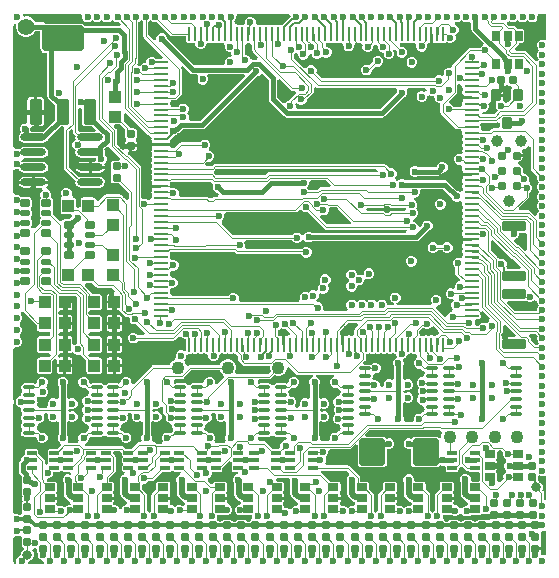
<source format=gtl>
G04*
G04 #@! TF.GenerationSoftware,Altium Limited,Altium Designer,23.8.1 (32)*
G04*
G04 Layer_Physical_Order=1*
G04 Layer_Color=255*
%FSLAX25Y25*%
%MOIN*%
G70*
G04*
G04 #@! TF.SameCoordinates,65707C24-BC75-4CFB-ACF7-6474547C54E6*
G04*
G04*
G04 #@! TF.FilePolarity,Positive*
G04*
G01*
G75*
%ADD14C,0.00787*%
%ADD16C,0.01968*%
%ADD17R,0.00787X0.55217*%
%ADD18R,0.00787X0.41732*%
%ADD19R,0.00787X0.07874*%
%ADD20R,0.02657X0.00787*%
%ADD21R,0.17717X0.00787*%
%ADD22R,0.19685X0.00787*%
%ADD23R,0.00787X0.08661*%
%ADD24R,0.00787X0.07972*%
%ADD25R,0.00787X0.09055*%
%ADD26R,0.00787X0.08268*%
%ADD27R,0.05512X0.00787*%
G04:AMPARAMS|DCode=28|XSize=12.6mil|YSize=31.5mil|CornerRadius=1.26mil|HoleSize=0mil|Usage=FLASHONLY|Rotation=270.000|XOffset=0mil|YOffset=0mil|HoleType=Round|Shape=RoundedRectangle|*
%AMROUNDEDRECTD28*
21,1,0.01260,0.02898,0,0,270.0*
21,1,0.01008,0.03150,0,0,270.0*
1,1,0.00252,-0.01449,-0.00504*
1,1,0.00252,-0.01449,0.00504*
1,1,0.00252,0.01449,0.00504*
1,1,0.00252,0.01449,-0.00504*
%
%ADD28ROUNDEDRECTD28*%
%ADD29C,0.03150*%
%ADD30O,0.05118X0.00866*%
%ADD31O,0.00866X0.05118*%
G04:AMPARAMS|DCode=32|XSize=23.62mil|YSize=35.43mil|CornerRadius=2.36mil|HoleSize=0mil|Usage=FLASHONLY|Rotation=270.000|XOffset=0mil|YOffset=0mil|HoleType=Round|Shape=RoundedRectangle|*
%AMROUNDEDRECTD32*
21,1,0.02362,0.03071,0,0,270.0*
21,1,0.01890,0.03543,0,0,270.0*
1,1,0.00472,-0.01535,-0.00945*
1,1,0.00472,-0.01535,0.00945*
1,1,0.00472,0.01535,0.00945*
1,1,0.00472,0.01535,-0.00945*
%
%ADD32ROUNDEDRECTD32*%
G04:AMPARAMS|DCode=33|XSize=27.56mil|YSize=23.62mil|CornerRadius=2.36mil|HoleSize=0mil|Usage=FLASHONLY|Rotation=180.000|XOffset=0mil|YOffset=0mil|HoleType=Round|Shape=RoundedRectangle|*
%AMROUNDEDRECTD33*
21,1,0.02756,0.01890,0,0,180.0*
21,1,0.02284,0.02362,0,0,180.0*
1,1,0.00472,-0.01142,0.00945*
1,1,0.00472,0.01142,0.00945*
1,1,0.00472,0.01142,-0.00945*
1,1,0.00472,-0.01142,-0.00945*
%
%ADD33ROUNDEDRECTD33*%
G04:AMPARAMS|DCode=34|XSize=27.56mil|YSize=23.62mil|CornerRadius=2.36mil|HoleSize=0mil|Usage=FLASHONLY|Rotation=90.000|XOffset=0mil|YOffset=0mil|HoleType=Round|Shape=RoundedRectangle|*
%AMROUNDEDRECTD34*
21,1,0.02756,0.01890,0,0,90.0*
21,1,0.02284,0.02362,0,0,90.0*
1,1,0.00472,0.00945,0.01142*
1,1,0.00472,0.00945,-0.01142*
1,1,0.00472,-0.00945,-0.01142*
1,1,0.00472,-0.00945,0.01142*
%
%ADD34ROUNDEDRECTD34*%
G04:AMPARAMS|DCode=35|XSize=25.59mil|YSize=31.5mil|CornerRadius=2.56mil|HoleSize=0mil|Usage=FLASHONLY|Rotation=90.000|XOffset=0mil|YOffset=0mil|HoleType=Round|Shape=RoundedRectangle|*
%AMROUNDEDRECTD35*
21,1,0.02559,0.02638,0,0,90.0*
21,1,0.02047,0.03150,0,0,90.0*
1,1,0.00512,0.01319,0.01024*
1,1,0.00512,0.01319,-0.01024*
1,1,0.00512,-0.01319,-0.01024*
1,1,0.00512,-0.01319,0.01024*
%
%ADD35ROUNDEDRECTD35*%
G04:AMPARAMS|DCode=36|XSize=17.72mil|YSize=31.5mil|CornerRadius=1.77mil|HoleSize=0mil|Usage=FLASHONLY|Rotation=90.000|XOffset=0mil|YOffset=0mil|HoleType=Round|Shape=RoundedRectangle|*
%AMROUNDEDRECTD36*
21,1,0.01772,0.02795,0,0,90.0*
21,1,0.01417,0.03150,0,0,90.0*
1,1,0.00354,0.01398,0.00709*
1,1,0.00354,0.01398,-0.00709*
1,1,0.00354,-0.01398,-0.00709*
1,1,0.00354,-0.01398,0.00709*
%
%ADD36ROUNDEDRECTD36*%
G04:AMPARAMS|DCode=37|XSize=39.37mil|YSize=43.31mil|CornerRadius=3.94mil|HoleSize=0mil|Usage=FLASHONLY|Rotation=0.000|XOffset=0mil|YOffset=0mil|HoleType=Round|Shape=RoundedRectangle|*
%AMROUNDEDRECTD37*
21,1,0.03937,0.03543,0,0,0.0*
21,1,0.03150,0.04331,0,0,0.0*
1,1,0.00787,0.01575,-0.01772*
1,1,0.00787,-0.01575,-0.01772*
1,1,0.00787,-0.01575,0.01772*
1,1,0.00787,0.01575,0.01772*
%
%ADD37ROUNDEDRECTD37*%
G04:AMPARAMS|DCode=38|XSize=35.43mil|YSize=37.4mil|CornerRadius=3.54mil|HoleSize=0mil|Usage=FLASHONLY|Rotation=180.000|XOffset=0mil|YOffset=0mil|HoleType=Round|Shape=RoundedRectangle|*
%AMROUNDEDRECTD38*
21,1,0.03543,0.03032,0,0,180.0*
21,1,0.02835,0.03740,0,0,180.0*
1,1,0.00709,-0.01417,0.01516*
1,1,0.00709,0.01417,0.01516*
1,1,0.00709,0.01417,-0.01516*
1,1,0.00709,-0.01417,-0.01516*
%
%ADD38ROUNDEDRECTD38*%
G04:AMPARAMS|DCode=39|XSize=35.43mil|YSize=37.4mil|CornerRadius=3.54mil|HoleSize=0mil|Usage=FLASHONLY|Rotation=180.000|XOffset=0mil|YOffset=0mil|HoleType=Round|Shape=RoundedRectangle|*
%AMROUNDEDRECTD39*
21,1,0.03543,0.03032,0,0,180.0*
21,1,0.02835,0.03740,0,0,180.0*
1,1,0.00709,-0.01417,0.01516*
1,1,0.00709,0.01417,0.01516*
1,1,0.00709,0.01417,-0.01516*
1,1,0.00709,-0.01417,-0.01516*
%
%ADD39ROUNDEDRECTD39*%
%ADD40O,0.04331X0.01181*%
G04:AMPARAMS|DCode=41|XSize=43.31mil|YSize=84.65mil|CornerRadius=4.33mil|HoleSize=0mil|Usage=FLASHONLY|Rotation=0.000|XOffset=0mil|YOffset=0mil|HoleType=Round|Shape=RoundedRectangle|*
%AMROUNDEDRECTD41*
21,1,0.04331,0.07598,0,0,0.0*
21,1,0.03465,0.08465,0,0,0.0*
1,1,0.00866,0.01732,-0.03799*
1,1,0.00866,-0.01732,-0.03799*
1,1,0.00866,-0.01732,0.03799*
1,1,0.00866,0.01732,0.03799*
%
%ADD41ROUNDEDRECTD41*%
G04:AMPARAMS|DCode=42|XSize=43.31mil|YSize=84.65mil|CornerRadius=4.33mil|HoleSize=0mil|Usage=FLASHONLY|Rotation=0.000|XOffset=0mil|YOffset=0mil|HoleType=Round|Shape=RoundedRectangle|*
%AMROUNDEDRECTD42*
21,1,0.04331,0.07599,0,0,0.0*
21,1,0.03465,0.08465,0,0,0.0*
1,1,0.00866,0.01732,-0.03799*
1,1,0.00866,-0.01732,-0.03799*
1,1,0.00866,-0.01732,0.03799*
1,1,0.00866,0.01732,0.03799*
%
%ADD42ROUNDEDRECTD42*%
G04:AMPARAMS|DCode=43|XSize=137.8mil|YSize=84.65mil|CornerRadius=8.47mil|HoleSize=0mil|Usage=FLASHONLY|Rotation=0.000|XOffset=0mil|YOffset=0mil|HoleType=Round|Shape=RoundedRectangle|*
%AMROUNDEDRECTD43*
21,1,0.13780,0.06772,0,0,0.0*
21,1,0.12087,0.08465,0,0,0.0*
1,1,0.01693,0.06043,-0.03386*
1,1,0.01693,-0.06043,-0.03386*
1,1,0.01693,-0.06043,0.03386*
1,1,0.01693,0.06043,0.03386*
%
%ADD43ROUNDEDRECTD43*%
G04:AMPARAMS|DCode=44|XSize=39.37mil|YSize=43.31mil|CornerRadius=3.94mil|HoleSize=0mil|Usage=FLASHONLY|Rotation=270.000|XOffset=0mil|YOffset=0mil|HoleType=Round|Shape=RoundedRectangle|*
%AMROUNDEDRECTD44*
21,1,0.03937,0.03543,0,0,270.0*
21,1,0.03150,0.04331,0,0,270.0*
1,1,0.00787,-0.01772,-0.01575*
1,1,0.00787,-0.01772,0.01575*
1,1,0.00787,0.01772,0.01575*
1,1,0.00787,0.01772,-0.01575*
%
%ADD44ROUNDEDRECTD44*%
G04:AMPARAMS|DCode=45|XSize=23.62mil|YSize=35.43mil|CornerRadius=2.36mil|HoleSize=0mil|Usage=FLASHONLY|Rotation=180.000|XOffset=0mil|YOffset=0mil|HoleType=Round|Shape=RoundedRectangle|*
%AMROUNDEDRECTD45*
21,1,0.02362,0.03071,0,0,180.0*
21,1,0.01890,0.03543,0,0,180.0*
1,1,0.00472,-0.00945,0.01535*
1,1,0.00472,0.00945,0.01535*
1,1,0.00472,0.00945,-0.01535*
1,1,0.00472,-0.00945,-0.01535*
%
%ADD45ROUNDEDRECTD45*%
G04:AMPARAMS|DCode=46|XSize=86.61mil|YSize=90.55mil|CornerRadius=8.66mil|HoleSize=0mil|Usage=FLASHONLY|Rotation=180.000|XOffset=0mil|YOffset=0mil|HoleType=Round|Shape=RoundedRectangle|*
%AMROUNDEDRECTD46*
21,1,0.08661,0.07323,0,0,180.0*
21,1,0.06929,0.09055,0,0,180.0*
1,1,0.01732,-0.03465,0.03661*
1,1,0.01732,0.03465,0.03661*
1,1,0.01732,0.03465,-0.03661*
1,1,0.01732,-0.03465,-0.03661*
%
%ADD46ROUNDEDRECTD46*%
G04:AMPARAMS|DCode=47|XSize=31.5mil|YSize=78.74mil|CornerRadius=3.15mil|HoleSize=0mil|Usage=FLASHONLY|Rotation=90.000|XOffset=0mil|YOffset=0mil|HoleType=Round|Shape=RoundedRectangle|*
%AMROUNDEDRECTD47*
21,1,0.03150,0.07244,0,0,90.0*
21,1,0.02520,0.07874,0,0,90.0*
1,1,0.00630,0.03622,0.01260*
1,1,0.00630,0.03622,-0.01260*
1,1,0.00630,-0.03622,-0.01260*
1,1,0.00630,-0.03622,0.01260*
%
%ADD47ROUNDEDRECTD47*%
%ADD48O,0.08661X0.02362*%
%ADD74C,0.03100*%
%ADD75C,0.01575*%
%ADD76C,0.00492*%
%ADD77C,0.01181*%
%ADD78C,0.02362*%
%ADD79C,0.05512*%
%ADD80C,0.04331*%
%ADD81C,0.03900*%
G36*
X177559Y175214D02*
X176772Y174688D01*
X176730Y174705D01*
X176026D01*
X175374Y174435D01*
X174876Y173937D01*
X174606Y173285D01*
Y172581D01*
X174876Y171930D01*
X174933Y171873D01*
X175320Y171358D01*
X174933Y170844D01*
X174876Y170787D01*
X174606Y170136D01*
Y169431D01*
X174876Y168780D01*
X174933Y168723D01*
X175123Y168470D01*
X174768Y167743D01*
X174173Y167661D01*
X170905Y170929D01*
X170628Y171114D01*
X170301Y171179D01*
X167467D01*
X167166Y171907D01*
X168327Y173068D01*
X168512Y173345D01*
X168577Y173671D01*
Y173803D01*
X169449D01*
X169772Y173867D01*
X170045Y174050D01*
X170228Y174323D01*
X170292Y174646D01*
Y177717D01*
X170228Y178039D01*
X170045Y178313D01*
X169772Y178495D01*
X169449Y178560D01*
X167922D01*
X167188Y179294D01*
X166911Y179479D01*
X166585Y179544D01*
X165220D01*
X164572Y180193D01*
X164638Y180697D01*
X165404Y181064D01*
X165574Y180937D01*
X165630Y180880D01*
X166281Y180610D01*
X166986D01*
X167637Y180880D01*
X167694Y180937D01*
X168209Y181324D01*
X168723Y180937D01*
X168780Y180880D01*
X169431Y180610D01*
X170136D01*
X170787Y180880D01*
X170844Y180937D01*
X171358Y181324D01*
X171873Y180937D01*
X171930Y180880D01*
X172581Y180610D01*
X173285D01*
X173937Y180880D01*
X174435Y181378D01*
X174705Y182029D01*
Y182734D01*
X174688Y182776D01*
X175214Y183563D01*
X177559D01*
Y175214D01*
D02*
G37*
G36*
X92438Y182776D02*
X92421Y182734D01*
Y182581D01*
X89715Y179874D01*
X88927Y179636D01*
X88588Y179862D01*
X88189Y179941D01*
X87789Y179862D01*
X87451Y179636D01*
X86958Y179636D01*
X86620Y179862D01*
X86220Y179941D01*
X85821Y179862D01*
X85482Y179636D01*
X84990Y179636D01*
X84651Y179862D01*
X84252Y179941D01*
X83852Y179862D01*
X83514Y179636D01*
X83021Y179636D01*
X82683Y179862D01*
X82283Y179941D01*
X81884Y179862D01*
X81545Y179636D01*
X81341Y179636D01*
X80793Y180315D01*
X80798Y180325D01*
Y181030D01*
X80528Y181682D01*
X80029Y182180D01*
X79378Y182449D01*
X78673D01*
X78022Y182180D01*
X77524Y181682D01*
X77254Y181030D01*
Y180490D01*
X77091Y180275D01*
X76883Y180093D01*
X76578Y179901D01*
X76378Y179941D01*
X75978Y179862D01*
X75640Y179636D01*
X75147Y179636D01*
X74809Y179862D01*
X74409Y179941D01*
X74384Y179936D01*
X73739Y180444D01*
X73668Y181006D01*
X74041Y181378D01*
X74311Y182029D01*
Y182734D01*
X74294Y182776D01*
X74820Y183563D01*
X91912D01*
X92438Y182776D01*
D02*
G37*
G36*
X23049D02*
X23031Y182734D01*
Y182029D01*
X23301Y181378D01*
X23800Y180880D01*
X24451Y180610D01*
X25156D01*
X25807Y180880D01*
X25864Y180937D01*
X26378Y181324D01*
X26892Y180937D01*
X26949Y180880D01*
X27600Y180610D01*
X28305D01*
X28956Y180880D01*
X29013Y180937D01*
X29528Y181324D01*
X30042Y180937D01*
X30099Y180880D01*
X30750Y180610D01*
X31455D01*
X32106Y180880D01*
X32453Y181227D01*
X32923Y181317D01*
X33394Y181227D01*
X33741Y180880D01*
X34392Y180610D01*
X35096D01*
X35247Y180673D01*
X35883Y180037D01*
X35495Y179311D01*
X35311Y179348D01*
X23862D01*
X23615Y179717D01*
X23139Y180035D01*
X22579Y180146D01*
X10982D01*
X10902Y180226D01*
X10447Y180530D01*
X9909Y180637D01*
X7384D01*
X7009Y181287D01*
X6385Y181910D01*
X5622Y182351D01*
X4771Y182579D01*
X3890D01*
X3740Y182539D01*
X3727Y182542D01*
X3636Y182776D01*
X4176Y183563D01*
X22523D01*
X23049Y182776D01*
D02*
G37*
G36*
X149825Y180937D02*
X149882Y180880D01*
X150533Y180610D01*
X151238D01*
X151889Y180880D01*
X152630Y180508D01*
Y178545D01*
X152737Y178008D01*
X153042Y177552D01*
X156835Y173759D01*
X156609Y172871D01*
X156344Y172761D01*
X155845Y172263D01*
X155783Y172112D01*
X152207D01*
X151880Y172047D01*
X151603Y171863D01*
X146493Y166753D01*
X146308Y166476D01*
X146244Y166149D01*
Y165911D01*
X145530Y165354D01*
X144825D01*
X144174Y165085D01*
X143675Y164586D01*
X143406Y163935D01*
Y163230D01*
X143433Y163163D01*
X142766Y162717D01*
X142761Y162722D01*
X142109Y162992D01*
X141405D01*
X140753Y162722D01*
X140255Y162224D01*
X140193Y162074D01*
X102944D01*
X101036Y163981D01*
X101098Y164132D01*
Y164837D01*
X100829Y165488D01*
X100330Y165986D01*
X99679Y166256D01*
X98974D01*
X98323Y165986D01*
X97825Y165488D01*
X96926Y165376D01*
X93510Y168792D01*
Y169890D01*
X93661Y169952D01*
X94121Y170413D01*
X94344Y170367D01*
X94868Y170130D01*
Y169608D01*
X95137Y168957D01*
X95636Y168459D01*
X96287Y168189D01*
X96992D01*
X97643Y168459D01*
X98141Y168957D01*
X98411Y169608D01*
X98980Y169993D01*
X99328Y169982D01*
X99410Y169923D01*
X99679Y169272D01*
X100178Y168774D01*
X100829Y168504D01*
X101534D01*
X102185Y168774D01*
X102471Y169060D01*
X103327Y169167D01*
X103978Y168898D01*
X104683D01*
X105334Y169167D01*
X105833Y169666D01*
X106102Y170317D01*
Y171022D01*
X105833Y171673D01*
X105334Y172171D01*
X104683Y172441D01*
X104475D01*
X104088Y172855D01*
X104310Y173676D01*
X104336Y173681D01*
X104675Y173907D01*
X105167Y173907D01*
X105506Y173681D01*
X105905Y173602D01*
X106305Y173681D01*
X106643Y173907D01*
X107136Y173907D01*
X107475Y173681D01*
X107874Y173602D01*
X108273Y173681D01*
X108612Y173907D01*
X109104Y173907D01*
X109443Y173681D01*
X109493Y173671D01*
X109979Y173212D01*
X110106Y172851D01*
Y172388D01*
X110375Y171737D01*
X110874Y171238D01*
X111525Y170968D01*
X112230D01*
X112881Y171238D01*
X113379Y171737D01*
X113649Y172388D01*
Y172834D01*
X113703Y173153D01*
X114179Y173681D01*
X114517Y173907D01*
X115010Y173907D01*
X115348Y173681D01*
X115748Y173602D01*
X115828Y173618D01*
X116419Y172988D01*
X116339Y172793D01*
Y172089D01*
X116608Y171437D01*
X117107Y170939D01*
X117758Y170669D01*
X118463D01*
X119114Y170939D01*
X119612Y171437D01*
X119882Y172089D01*
Y172793D01*
X120227Y173175D01*
X121112Y173175D01*
X121252Y173020D01*
X121457Y172756D01*
Y172089D01*
X121727Y171437D01*
X122225Y170939D01*
X122702Y170742D01*
X123425Y170431D01*
Y169726D01*
X123695Y169075D01*
X124193Y168577D01*
X124845Y168307D01*
X125549D01*
X126200Y168577D01*
X126699Y169075D01*
X126969Y169726D01*
Y170431D01*
X126699Y171082D01*
X126539Y171242D01*
X126550Y171307D01*
X127396Y171574D01*
X127836Y171135D01*
X127756Y170943D01*
Y170238D01*
X128026Y169587D01*
X128524Y169089D01*
X129175Y168819D01*
X129880D01*
X130531Y169089D01*
X131030Y169587D01*
X131299Y170238D01*
Y170943D01*
X131030Y171594D01*
X130531Y172092D01*
X129880Y172362D01*
X129175D01*
X129066Y172317D01*
X128779Y172604D01*
X128903Y173584D01*
X129102Y173699D01*
X129128Y173681D01*
X129527Y173602D01*
X129927Y173681D01*
X130265Y173907D01*
X130758Y173907D01*
X131096Y173681D01*
X131496Y173602D01*
X131895Y173681D01*
X132234Y173907D01*
X132726Y173907D01*
X133065Y173681D01*
X133464Y173602D01*
X133802Y173669D01*
X134032Y173507D01*
X134421Y173107D01*
X134385Y173020D01*
Y172315D01*
X134655Y171664D01*
X135153Y171166D01*
X135804Y170896D01*
X136509D01*
X137161Y171166D01*
X137659Y171664D01*
X137929Y172315D01*
Y173020D01*
X137835Y173246D01*
X138367Y173907D01*
X138632D01*
X138878Y173743D01*
Y176771D01*
X139862D01*
Y173743D01*
X140108Y173907D01*
X140600Y173907D01*
X140939Y173681D01*
X141338Y173602D01*
X141738Y173681D01*
X142076Y173907D01*
X142569Y173907D01*
X142908Y173681D01*
X143307Y173602D01*
X143706Y173681D01*
X144045Y173907D01*
X144675Y173965D01*
X145326Y173696D01*
X146031D01*
X146682Y173965D01*
X147180Y174464D01*
X147450Y175115D01*
Y175820D01*
X147187Y176453D01*
X147657Y176648D01*
X148155Y177146D01*
X148425Y177797D01*
Y178502D01*
X148155Y179153D01*
X147657Y179651D01*
X147099Y179883D01*
X147384Y180610D01*
X148089D01*
X148740Y180880D01*
X148797Y180937D01*
X149311Y181324D01*
X149825Y180937D01*
D02*
G37*
G36*
X43132D02*
X43189Y180880D01*
X43340Y180818D01*
Y176125D01*
X43405Y175798D01*
X43590Y175522D01*
X50017Y169094D01*
X49716Y168366D01*
X47499D01*
X47082Y168783D01*
X46431Y169053D01*
X45726D01*
X45075Y168783D01*
X44577Y168284D01*
X44307Y167633D01*
Y167118D01*
X43628D01*
X42977Y166848D01*
X42478Y166349D01*
X42408Y166180D01*
X41960Y166143D01*
X41718Y166202D01*
X41389Y166892D01*
X41453Y167218D01*
Y168381D01*
X41585Y168579D01*
X41650Y168905D01*
Y180716D01*
X42047Y180880D01*
X42104Y180937D01*
X42618Y181324D01*
X43132Y180937D01*
D02*
G37*
G36*
X78346Y173602D02*
X78675Y173667D01*
X78794Y173650D01*
X79462Y173213D01*
Y171612D01*
X79527Y171286D01*
X79712Y171009D01*
X79824Y170897D01*
X79871Y170658D01*
X80056Y170381D01*
X81414Y169023D01*
X81088Y168236D01*
X79760D01*
X79159Y168265D01*
X78909Y168808D01*
X78864Y168917D01*
X78366Y169415D01*
X77715Y169685D01*
X77303D01*
X77231Y169757D01*
Y173213D01*
X77899Y173650D01*
X78018Y173667D01*
X78346Y173602D01*
D02*
G37*
G36*
X46282Y180937D02*
X46339Y180880D01*
X46990Y180610D01*
X47695D01*
X47846Y180673D01*
X52350Y176168D01*
X52627Y175983D01*
X52953Y175918D01*
X57618D01*
Y174645D01*
X57697Y174246D01*
X57923Y173907D01*
X58262Y173681D01*
X58661Y173602D01*
X59061Y173681D01*
X59399Y173907D01*
X59892Y173907D01*
X60230Y173681D01*
X60630Y173602D01*
X60672Y173568D01*
Y173221D01*
X60941Y172569D01*
X61440Y172071D01*
X62091Y171801D01*
X62796D01*
X63447Y172071D01*
X63945Y172569D01*
X64215Y173221D01*
Y173313D01*
X64567Y173602D01*
X64966Y173681D01*
X65305Y173907D01*
X65797Y173907D01*
X66136Y173681D01*
X66535Y173602D01*
X66935Y173681D01*
X67273Y173907D01*
X67766Y173907D01*
X68104Y173681D01*
X68504Y173602D01*
X68903Y173681D01*
X69242Y173907D01*
X69734Y173907D01*
X70073Y173681D01*
X70556Y172904D01*
X70563Y172842D01*
Y172187D01*
X70833Y171536D01*
X71331Y171037D01*
X71983Y170768D01*
X72642D01*
Y170231D01*
X72812Y169822D01*
X72781Y169718D01*
X72421Y169173D01*
X72326Y169095D01*
X71892D01*
X71241Y168825D01*
X70742Y168326D01*
X70473Y167675D01*
Y166971D01*
X69911Y166267D01*
X60326D01*
X51181Y175412D01*
Y175549D01*
X50911Y176200D01*
X50413Y176699D01*
X49762Y176969D01*
X49057D01*
X48406Y176699D01*
X47908Y176200D01*
X47638Y175549D01*
Y175000D01*
X47199Y174705D01*
X46910Y174614D01*
X45046Y176478D01*
Y180818D01*
X45197Y180880D01*
X45253Y180937D01*
X45768Y181324D01*
X46282Y180937D01*
D02*
G37*
G36*
X85209Y161559D02*
Y154985D01*
X85316Y154447D01*
X85621Y153991D01*
X90310Y149302D01*
X90766Y148997D01*
X91304Y148890D01*
X122736D01*
X123274Y148997D01*
X123730Y149302D01*
X129743Y155315D01*
X129880D01*
X130531Y155585D01*
X131030Y156083D01*
X131299Y156734D01*
Y157439D01*
X131063Y158009D01*
X131204Y158393D01*
X131437Y158796D01*
X137268D01*
X137815Y158126D01*
X137785Y157961D01*
X137665Y157843D01*
X136938Y157526D01*
X136573Y157677D01*
X135868D01*
X135217Y157407D01*
X134719Y156909D01*
X134449Y156258D01*
Y155553D01*
X134719Y154902D01*
X135217Y154404D01*
X135868Y154134D01*
X136573D01*
X137224Y154404D01*
X137723Y154902D01*
X137992Y155553D01*
Y155978D01*
X138747Y156337D01*
X138856Y156228D01*
X139507Y155958D01*
X139669D01*
X140222Y155918D01*
X140396Y155231D01*
Y155201D01*
X140666Y154550D01*
X141164Y154051D01*
X141815Y153782D01*
X142136D01*
X142368Y153499D01*
Y150788D01*
X142433Y150461D01*
X142618Y150185D01*
X147615Y145188D01*
X147891Y145003D01*
X148218Y144938D01*
X149330D01*
X149699Y144151D01*
X149665Y144100D01*
X149586Y143701D01*
X149665Y143301D01*
X149892Y142963D01*
X149892Y142470D01*
X149665Y142132D01*
X149586Y141732D01*
X149665Y141333D01*
X149892Y140994D01*
X149892Y140502D01*
X149665Y140163D01*
X149586Y139764D01*
X149665Y139364D01*
X149892Y139026D01*
X149892Y138533D01*
X149665Y138195D01*
X149586Y137795D01*
X149665Y137396D01*
X149737Y137289D01*
X149215Y136653D01*
X149071Y136713D01*
X148366D01*
X147715Y136443D01*
X147217Y135944D01*
X146947Y135293D01*
Y134589D01*
X147217Y133937D01*
X147715Y133439D01*
X148366Y133169D01*
X149071D01*
X149133Y133195D01*
X149303Y133109D01*
X149665Y132289D01*
X149586Y131890D01*
X149665Y131490D01*
X149892Y131152D01*
X149892Y130659D01*
X149727Y130413D01*
X152756D01*
Y129429D01*
X149727D01*
X149892Y129183D01*
X149892Y128691D01*
X149665Y128352D01*
X149586Y127953D01*
X149665Y127553D01*
X149892Y127215D01*
X149892Y126722D01*
X149665Y126384D01*
X149586Y125984D01*
X149665Y125585D01*
X149892Y125246D01*
X149892Y124754D01*
X149665Y124415D01*
X149661Y124393D01*
X148824Y124116D01*
X148811Y124129D01*
X148160Y124399D01*
X148023D01*
X144854Y127568D01*
X144398Y127873D01*
X143860Y127980D01*
X130628D01*
X130531Y128077D01*
X129880Y128347D01*
X129175D01*
X128524Y128077D01*
X128051Y127604D01*
X127578Y128077D01*
X127476Y128119D01*
X127342Y129027D01*
X127540Y129225D01*
X127810Y129876D01*
Y130581D01*
X127540Y131232D01*
X127041Y131730D01*
X126390Y132000D01*
X125686D01*
X125535Y131938D01*
X124241Y133231D01*
X123965Y133416D01*
X123638Y133481D01*
X67315D01*
X66989Y133416D01*
X66712Y133231D01*
X66224Y132743D01*
X64285D01*
X63959Y133530D01*
X64704Y134275D01*
X64854Y134213D01*
X65559D01*
X66210Y134482D01*
X66709Y134981D01*
X66978Y135632D01*
Y136337D01*
X66709Y136988D01*
X66210Y137486D01*
X65559Y137756D01*
X65391D01*
X65065Y138543D01*
X65281Y138760D01*
X65551Y139411D01*
Y140116D01*
X65281Y140767D01*
X64783Y141266D01*
X64132Y141535D01*
X63427D01*
X62776Y141266D01*
X62278Y140767D01*
X62215Y140617D01*
X55750D01*
X55424Y140552D01*
X55147Y140367D01*
X53498Y138718D01*
X52692Y138770D01*
X52364Y139272D01*
X49213D01*
X46184D01*
X46349Y139026D01*
X46349Y138533D01*
X46122Y138195D01*
X46043Y137795D01*
X46122Y137396D01*
X46349Y137057D01*
X46349Y136565D01*
X46122Y136226D01*
X46043Y135827D01*
X46122Y135427D01*
X46349Y135089D01*
X46349Y134596D01*
X46122Y134258D01*
X46043Y133858D01*
X46122Y133459D01*
X46349Y133120D01*
X46349Y132628D01*
X46122Y132289D01*
X46043Y131890D01*
X46122Y131490D01*
X46349Y131152D01*
X46349Y130659D01*
X46122Y130321D01*
X46043Y129921D01*
X46122Y129522D01*
X46349Y129183D01*
X46349Y128691D01*
X46122Y128352D01*
X46043Y127953D01*
X46122Y127553D01*
X46349Y127215D01*
X46349Y126722D01*
X46184Y126476D01*
X49213D01*
Y125492D01*
X46184D01*
X46349Y125246D01*
X46349Y124754D01*
X46122Y124415D01*
X46043Y124016D01*
X46122Y123616D01*
X46349Y123278D01*
X46349Y122785D01*
X46122Y122447D01*
X46043Y122047D01*
X46051Y122007D01*
X45499Y121321D01*
X44987Y121318D01*
X44724Y121581D01*
X44073Y121850D01*
X43368D01*
X42654Y122407D01*
Y132187D01*
X42590Y132513D01*
X42405Y132790D01*
X38620Y136574D01*
X38343Y136759D01*
X38201Y136992D01*
X38639Y137772D01*
X38654Y137779D01*
X38681D01*
Y139075D01*
X37189D01*
Y138622D01*
X37194Y138592D01*
X36469Y138204D01*
X34564Y140109D01*
Y144609D01*
X34499Y144936D01*
X34314Y145213D01*
X33620Y145907D01*
X33921Y146634D01*
X35624D01*
X37188Y145070D01*
Y144439D01*
X37189Y144438D01*
Y142559D01*
X37253Y142236D01*
X37426Y141977D01*
X37435Y141955D01*
Y141116D01*
X37426Y141094D01*
X37253Y140834D01*
X37189Y140512D01*
Y140059D01*
X39173D01*
X41158D01*
Y140512D01*
X41094Y140834D01*
X40920Y141094D01*
X40911Y141116D01*
Y141955D01*
X40920Y141977D01*
X41094Y142236D01*
X41158Y142559D01*
Y144449D01*
X41094Y144771D01*
X40911Y145045D01*
X40638Y145228D01*
X40315Y145292D01*
X38894D01*
Y145423D01*
X38829Y145750D01*
X38645Y146026D01*
X36830Y147841D01*
Y150037D01*
X37618Y150363D01*
X44883Y143097D01*
X45160Y142913D01*
X45486Y142848D01*
X45654D01*
X46091Y142180D01*
X46108Y142060D01*
X46043Y141732D01*
X46122Y141333D01*
X46349Y140994D01*
X46349Y140502D01*
X46184Y140256D01*
X49213D01*
X52241D01*
X52077Y140502D01*
X52315Y141289D01*
X53685Y142659D01*
X54320Y142922D01*
X54819Y143421D01*
X55001Y143861D01*
X55094Y143879D01*
X55550Y144184D01*
X56418Y145052D01*
X62992D01*
X63530Y145159D01*
X63986Y145463D01*
X81121Y162598D01*
X81258D01*
X81909Y162868D01*
X82407Y163366D01*
X83302Y163467D01*
X85209Y161559D01*
D02*
G37*
G36*
X164969Y159572D02*
X165229Y159398D01*
X165551Y159334D01*
X165859D01*
X166082Y158803D01*
X166137Y158547D01*
X165960Y158282D01*
X165887Y157913D01*
Y155125D01*
X164746Y153984D01*
X163956Y153873D01*
X163458Y154372D01*
X163096Y154522D01*
X163168Y154882D01*
Y155905D01*
X160787D01*
Y156890D01*
X163168D01*
Y157913D01*
X163095Y158282D01*
X162918Y158547D01*
X162973Y158803D01*
X163197Y159334D01*
X163504D01*
X163827Y159398D01*
X164086Y159572D01*
X164109Y159581D01*
X164947D01*
X164969Y159572D01*
D02*
G37*
G36*
X92282Y158155D02*
X92559Y157970D01*
X92885Y157905D01*
X93958D01*
X94284Y157118D01*
X92078Y154911D01*
X91893Y154634D01*
X91862Y154483D01*
X91319Y154258D01*
X90821Y153760D01*
X89927Y153659D01*
X88019Y155567D01*
Y161304D01*
X88807Y161630D01*
X92282Y158155D01*
D02*
G37*
G36*
X101121Y158861D02*
X101447Y158796D01*
X127618D01*
X127851Y158393D01*
X127992Y158009D01*
X127756Y157439D01*
Y157302D01*
X122154Y151700D01*
X94656D01*
X94095Y152403D01*
Y153108D01*
X94021Y153286D01*
X94688Y153732D01*
X95003Y153418D01*
X95654Y153148D01*
X96359D01*
X97010Y153418D01*
X97509Y153916D01*
X97778Y154567D01*
Y154814D01*
X99916Y156952D01*
X100101Y157229D01*
X100166Y157556D01*
Y158751D01*
X100954Y158973D01*
X101121Y158861D01*
D02*
G37*
G36*
X148986Y160136D02*
X149580Y159456D01*
X149594Y159410D01*
X149665Y159049D01*
X149892Y158711D01*
X149892Y158218D01*
X149665Y157880D01*
X149586Y157480D01*
X149665Y157081D01*
X149892Y156742D01*
X149892Y156250D01*
X149727Y156004D01*
X152756D01*
Y155020D01*
X149727D01*
X149892Y154774D01*
X149892Y154281D01*
X149665Y153943D01*
X149586Y153543D01*
X149651Y153219D01*
X149628Y153087D01*
X149194Y152432D01*
X146706D01*
X146642Y152586D01*
X146144Y153085D01*
X145493Y153355D01*
X145397D01*
X145071Y154142D01*
X147700Y156771D01*
X147885Y157048D01*
X147950Y157374D01*
Y159581D01*
X148663Y160138D01*
X148981D01*
X148986Y160136D01*
D02*
G37*
G36*
X159002Y153992D02*
X159370Y153919D01*
X160119D01*
X160683Y153222D01*
Y152517D01*
X160953Y151866D01*
X161451Y151368D01*
X161465Y151300D01*
X160181Y150017D01*
X156563D01*
X156374Y150411D01*
X156727Y150851D01*
X157156D01*
X157807Y151120D01*
X158305Y151619D01*
X158575Y152270D01*
Y152975D01*
X158372Y153466D01*
X158849Y154000D01*
X158918Y154048D01*
X159002Y153992D01*
D02*
G37*
G36*
X58751Y163869D02*
X59206Y163564D01*
X59744Y163457D01*
X61356D01*
X61682Y162670D01*
X61676Y162664D01*
X61406Y162013D01*
Y161308D01*
X61676Y160657D01*
X62174Y160158D01*
X62826Y159889D01*
X63530D01*
X64182Y160158D01*
X64680Y160657D01*
X64950Y161308D01*
Y162013D01*
X64680Y162664D01*
X64674Y162670D01*
X65000Y163457D01*
X76892D01*
X77219Y162670D01*
X62410Y147862D01*
X59026D01*
X58465Y148565D01*
Y149270D01*
X58195Y149921D01*
X57771Y150345D01*
X58195Y150768D01*
X58465Y151419D01*
Y152124D01*
X58195Y152775D01*
X57697Y153274D01*
X57045Y153543D01*
X56341D01*
X55689Y153274D01*
X55191Y152775D01*
X55077Y152499D01*
X52819D01*
X52608Y152763D01*
X52331Y153287D01*
X52382Y153543D01*
X52317Y153871D01*
X52341Y154034D01*
X52385Y154142D01*
X52751Y154689D01*
X52846Y154708D01*
X53945D01*
X54271Y154773D01*
X54548Y154958D01*
X55869Y156279D01*
X56054Y156556D01*
X56119Y156882D01*
Y165052D01*
X56054Y165378D01*
X55869Y165655D01*
X56439Y166181D01*
X58751Y163869D01*
D02*
G37*
G36*
X162147Y147005D02*
Y145630D01*
X161419Y145254D01*
X159978D01*
X159652Y145189D01*
X159375Y145004D01*
X158925Y144554D01*
X156315D01*
X155877Y145221D01*
X155860Y145341D01*
X155925Y145669D01*
X155846Y146069D01*
X155620Y146407D01*
X155830Y147214D01*
X155838Y147227D01*
X160984D01*
X161310Y147292D01*
X161360Y147325D01*
X162147Y147005D01*
D02*
G37*
G36*
X1021Y179836D02*
X1025Y179823D01*
X984Y179673D01*
Y178792D01*
X1212Y177941D01*
X1653Y177178D01*
X2276Y176555D01*
X3039Y176114D01*
X3890Y175886D01*
X4771D01*
X5622Y176114D01*
X6385Y176555D01*
X7009Y177178D01*
X7384Y177827D01*
X9027D01*
Y171909D01*
X9138Y171349D01*
X9456Y170873D01*
X9932Y170556D01*
X10492Y170444D01*
X11292D01*
Y156067D01*
X11399Y155530D01*
X11704Y155074D01*
X13440Y153337D01*
X13759Y153124D01*
Y148030D01*
X9782Y144053D01*
X6282D01*
X5709Y144726D01*
Y145293D01*
X5716Y145439D01*
X6308Y146043D01*
X6988D01*
Y150394D01*
X4704D01*
Y147531D01*
X4370Y146982D01*
X3949Y146850D01*
X3585D01*
X2933Y146581D01*
X2435Y146082D01*
X2165Y145431D01*
Y144726D01*
X2435Y144075D01*
X2266Y143524D01*
X1875Y142938D01*
X1737Y142246D01*
X1875Y141555D01*
X2266Y140969D01*
X2853Y140577D01*
X3544Y140440D01*
X9843D01*
X10534Y140577D01*
X11120Y140969D01*
X11512Y141555D01*
X11575Y141871D01*
X15746Y146043D01*
X16667D01*
X16946Y145255D01*
X16881Y145158D01*
X16816Y144832D01*
Y132019D01*
X16881Y131692D01*
X17066Y131415D01*
X20734Y127747D01*
X20635Y127246D01*
X20773Y126555D01*
X21164Y125969D01*
X21750Y125577D01*
X22441Y125440D01*
X28741D01*
X29432Y125577D01*
X30018Y125969D01*
X30409Y126555D01*
X30547Y127246D01*
X30409Y127937D01*
X30018Y128524D01*
X29432Y128915D01*
X28741Y129053D01*
X22441D01*
X21941Y128953D01*
X18522Y132372D01*
Y144478D01*
X19138Y145094D01*
X19866Y144793D01*
Y143969D01*
X19930Y143643D01*
X20115Y143366D01*
X20734Y142747D01*
X20635Y142246D01*
X20771Y141561D01*
X20398Y141406D01*
X19900Y140908D01*
X19630Y140257D01*
Y139552D01*
X19900Y138901D01*
X20398Y138403D01*
X20665Y138292D01*
X20773Y137937D01*
X20635Y137246D01*
X20773Y136555D01*
X21164Y135969D01*
X21750Y135577D01*
X22441Y135440D01*
X27434D01*
X27601Y134677D01*
X27184Y134053D01*
X26083D01*
Y132738D01*
X30449D01*
X30409Y132938D01*
X30264Y133155D01*
X30377Y133528D01*
X30875Y134026D01*
X31145Y134677D01*
Y135382D01*
X30875Y136033D01*
X30387Y136521D01*
X30409Y136555D01*
X30547Y137246D01*
X30409Y137937D01*
X30296Y138107D01*
Y138335D01*
X31111Y139149D01*
X31702Y139058D01*
X32002Y138927D01*
X32124Y138745D01*
X35634Y135234D01*
X35290Y134465D01*
X33307D01*
X32985Y134401D01*
X32711Y134218D01*
X32528Y133945D01*
X32464Y133622D01*
Y131732D01*
X32528Y131410D01*
X32702Y131150D01*
X32711Y131128D01*
Y130290D01*
X32702Y130267D01*
X32528Y130008D01*
X32464Y129685D01*
Y127795D01*
X32528Y127473D01*
X32711Y127199D01*
X32985Y127016D01*
X33307Y126952D01*
X35227D01*
X38460Y123720D01*
Y121760D01*
X37673Y121434D01*
X36112Y122995D01*
X35835Y123180D01*
X35508Y123245D01*
X31027D01*
X30701Y123180D01*
X30424Y122995D01*
X28366Y120937D01*
X27578Y121260D01*
X27502Y121644D01*
X27285Y121969D01*
X26959Y122187D01*
X26575Y122263D01*
X23425D01*
X23041Y122187D01*
X22716Y121969D01*
X22498Y121644D01*
X22422Y121260D01*
Y119342D01*
X22282Y119187D01*
X21673Y118824D01*
X20886Y119014D01*
Y121260D01*
X20809Y121644D01*
X20592Y121969D01*
X20266Y122187D01*
X19882Y122263D01*
X19398Y123051D01*
X19488Y123270D01*
Y123975D01*
X19218Y124626D01*
X18720Y125124D01*
X18069Y125394D01*
X17364D01*
X16713Y125124D01*
X16215Y124626D01*
X15945Y123975D01*
Y123270D01*
X16100Y122896D01*
X16207Y122591D01*
X16023Y121969D01*
X15805Y121644D01*
X15729Y121260D01*
Y117717D01*
X15805Y117332D01*
X16023Y117007D01*
X16348Y116789D01*
X16732Y116713D01*
X19243D01*
X19569Y115926D01*
X18620Y114977D01*
X17107D01*
X16776Y114911D01*
X16496Y114724D01*
X16432Y114628D01*
X15748Y114442D01*
X15506Y114441D01*
X13204Y116743D01*
Y117736D01*
X13145Y118036D01*
X13072Y118340D01*
X13104Y118955D01*
X13139Y119118D01*
X13140Y119119D01*
X13205Y119449D01*
X13206Y119449D01*
X13206Y119846D01*
Y121496D01*
X13140Y121826D01*
X12953Y122106D01*
X12673Y122293D01*
X12495Y122626D01*
X12598Y122876D01*
Y123581D01*
X12329Y124232D01*
X11830Y124730D01*
X11179Y125000D01*
X11087D01*
X10848Y125787D01*
X11120Y125969D01*
X11512Y126555D01*
X11551Y126754D01*
X7186D01*
Y125440D01*
X9504D01*
X9695Y125016D01*
X9746Y124653D01*
X9325Y124232D01*
X9055Y123581D01*
Y122876D01*
X9313Y122253D01*
X9094Y122106D01*
X8907Y121826D01*
X8842Y121496D01*
Y119846D01*
X8842Y119449D01*
X8842Y119449D01*
X8907Y119119D01*
X8908Y119118D01*
X8943Y118955D01*
X8975Y118340D01*
X8903Y118036D01*
X8843Y117736D01*
Y116319D01*
X8903Y116019D01*
X8957Y115938D01*
X9072Y115742D01*
Y115164D01*
X8957Y114968D01*
X8903Y114886D01*
X8843Y114587D01*
Y113593D01*
X7191Y111941D01*
X6264Y112036D01*
X5961Y112463D01*
X6058Y112870D01*
X6117Y113169D01*
Y114587D01*
X6058Y114886D01*
X6004Y114968D01*
X5888Y115164D01*
Y115742D01*
X6004Y115938D01*
X6058Y116019D01*
X6117Y116319D01*
Y117736D01*
X6058Y118036D01*
X5868Y118829D01*
X6024Y119074D01*
X6053Y119119D01*
X6119Y119449D01*
Y121496D01*
X6053Y121826D01*
X5866Y122106D01*
X5586Y122293D01*
X5256Y122359D01*
X2684D01*
X2683Y122362D01*
X2185Y122860D01*
X1534Y123130D01*
X829D01*
X787Y123113D01*
X0Y123639D01*
Y131282D01*
X787Y131808D01*
X829Y131791D01*
X1534D01*
X1863Y131615D01*
X1875Y131555D01*
X2266Y130969D01*
X2853Y130577D01*
X3544Y130440D01*
X9843D01*
X10534Y130577D01*
X11120Y130969D01*
X11512Y131555D01*
X11649Y132246D01*
X11512Y132938D01*
X11120Y133523D01*
X10534Y133915D01*
X9843Y134053D01*
X3544D01*
X2945Y133933D01*
X2683Y134566D01*
X3100Y135207D01*
X3426Y135463D01*
X3544Y135440D01*
X9843D01*
X10534Y135577D01*
X11120Y135969D01*
X11512Y136555D01*
X11649Y137246D01*
X11512Y137937D01*
X11120Y138523D01*
X10534Y138915D01*
X9843Y139053D01*
X3544D01*
X2852Y138915D01*
X2266Y138523D01*
X2087Y138255D01*
X1534Y138484D01*
X829D01*
X787Y138467D01*
X0Y138993D01*
Y179387D01*
X787Y179927D01*
X1021Y179836D01*
D02*
G37*
G36*
X22815Y151821D02*
Y147087D01*
X22894Y146687D01*
X23120Y146349D01*
X23459Y146122D01*
X23858Y146043D01*
X26380D01*
X27583Y144840D01*
X27256Y144053D01*
X22441D01*
X22230Y144010D01*
X21572Y144581D01*
Y151586D01*
X22252Y152064D01*
X22815Y151821D01*
D02*
G37*
G36*
X121426Y130988D02*
X121242Y130725D01*
X85231D01*
X84904Y130660D01*
X84628Y130475D01*
X83795Y129642D01*
X67669D01*
X66994Y130317D01*
X66967Y130550D01*
X67034Y131058D01*
X67122Y131247D01*
X67180Y131287D01*
X67669Y131775D01*
X121016D01*
X121426Y130988D01*
D02*
G37*
G36*
X105937Y126442D02*
X105611Y125654D01*
X102399D01*
X102072Y125589D01*
X101796Y125404D01*
X101260Y124869D01*
X98415D01*
X98352Y125019D01*
X97880Y125492D01*
X98352Y125965D01*
X98622Y126616D01*
Y127321D01*
X99179Y128035D01*
X104344D01*
X105937Y126442D01*
D02*
G37*
G36*
X66304Y127202D02*
X66594Y126851D01*
X66643Y126202D01*
X66536Y125943D01*
Y125238D01*
X66805Y124587D01*
X67304Y124089D01*
X67955Y123819D01*
X68015D01*
X68478Y123245D01*
X68181Y122556D01*
X67196D01*
X66870Y122491D01*
X66593Y122306D01*
X66292Y122004D01*
X65409D01*
X65107Y122306D01*
X64830Y122491D01*
X64504Y122556D01*
X55675D01*
X55118Y123270D01*
Y123975D01*
X54848Y124626D01*
X54350Y125124D01*
X53699Y125394D01*
X53050D01*
X52960Y125427D01*
X52382Y125984D01*
X52303Y126384D01*
X52286Y126408D01*
X52495Y127191D01*
X52577Y127283D01*
X52783Y127421D01*
X52905Y127543D01*
X65964D01*
X66304Y127202D01*
D02*
G37*
G36*
X125295Y119126D02*
X125572Y118941D01*
X125899Y118876D01*
X130827D01*
X131038Y118570D01*
X130623Y117782D01*
X125943D01*
X125616Y117717D01*
X125340Y117532D01*
X125048Y117241D01*
X124165D01*
X123873Y117532D01*
X123597Y117717D01*
X123270Y117782D01*
X118079D01*
X117657Y118570D01*
X117860Y118876D01*
X123314D01*
X123641Y118941D01*
X123917Y119126D01*
X124165Y119373D01*
X125048D01*
X125295Y119126D01*
D02*
G37*
G36*
X112466Y114042D02*
X112420Y113717D01*
X112188Y113255D01*
X104585D01*
X102048Y115792D01*
X102494Y116459D01*
X102994Y116252D01*
X103699D01*
X104350Y116522D01*
X104849Y117020D01*
X105118Y117671D01*
Y118376D01*
X105522Y118980D01*
X107528D01*
X112466Y114042D01*
D02*
G37*
G36*
X172446Y139234D02*
Y131918D01*
X172511Y131591D01*
X172696Y131315D01*
X174669Y129341D01*
X174606Y129191D01*
Y128486D01*
X174876Y127835D01*
X174933Y127778D01*
X175320Y127264D01*
X174933Y126749D01*
X174876Y126692D01*
X174606Y126041D01*
Y125337D01*
X174876Y124685D01*
X174933Y124629D01*
X175320Y124114D01*
X174933Y123600D01*
X174876Y123543D01*
X174606Y122892D01*
Y122187D01*
X174876Y121536D01*
X174933Y121479D01*
X175320Y120965D01*
X174933Y120450D01*
X174876Y120393D01*
X174606Y119742D01*
Y119037D01*
X174876Y118386D01*
X174933Y118329D01*
X175320Y117815D01*
X174933Y117301D01*
X174876Y117244D01*
X174606Y116593D01*
Y116554D01*
X173819Y116227D01*
X172387Y117659D01*
X172111Y117844D01*
X171784Y117909D01*
X168717D01*
X168415Y118636D01*
X171694Y121915D01*
X171879Y122192D01*
X171943Y122518D01*
Y123857D01*
X172094Y123919D01*
X172592Y124418D01*
X172862Y125069D01*
Y125774D01*
X172592Y126425D01*
X172255Y126762D01*
X172091Y126940D01*
X171929Y127844D01*
X171991Y127993D01*
Y128698D01*
X171721Y129349D01*
X171223Y129847D01*
X170571Y130117D01*
X170507D01*
X169936Y130795D01*
Y131646D01*
X169610Y132433D01*
X169008Y133035D01*
X168304Y133327D01*
X168261Y133721D01*
X168304Y134114D01*
X169008Y134406D01*
X169610Y135008D01*
X169908Y135728D01*
X167795D01*
Y136713D01*
X169908D01*
X169610Y137433D01*
X169544Y137499D01*
X169611Y137884D01*
X169831Y138326D01*
X170428Y138486D01*
X171097Y138873D01*
X171643Y139419D01*
X171658Y139445D01*
X172446Y139234D01*
D02*
G37*
G36*
X96059Y118068D02*
X96558Y117570D01*
X97209Y117300D01*
X97914D01*
X98064Y117363D01*
X103628Y111798D01*
X103905Y111614D01*
X104232Y111549D01*
X130992D01*
X131196Y111248D01*
X130778Y110460D01*
X99526D01*
X99429Y110557D01*
X98778Y110827D01*
X98073D01*
X97422Y110557D01*
X96923Y110059D01*
X96824Y109819D01*
X95990Y109775D01*
X95492Y110274D01*
X94841Y110543D01*
X94136D01*
X93485Y110274D01*
X92986Y109775D01*
X92924Y109625D01*
X73365D01*
X69446Y113545D01*
X69552Y114405D01*
X69609Y114495D01*
X70055Y114941D01*
X70325Y115593D01*
Y116297D01*
X70253Y116470D01*
X70775Y117257D01*
X93885D01*
X94212Y117322D01*
X94488Y117507D01*
X95161Y118180D01*
X96059Y118068D01*
D02*
G37*
G36*
X146036Y122412D02*
Y122275D01*
X146306Y121624D01*
X146804Y121125D01*
X147456Y120856D01*
X148160D01*
X148811Y121125D01*
X149505Y120816D01*
X149665Y120478D01*
X149586Y120079D01*
X149665Y119679D01*
X149892Y119341D01*
X149892Y118848D01*
X149665Y118510D01*
X149586Y118110D01*
X149665Y117711D01*
X149892Y117372D01*
X149892Y116880D01*
X149665Y116541D01*
X149586Y116142D01*
X149665Y115742D01*
X149892Y115404D01*
X149892Y114911D01*
X149665Y114573D01*
X149586Y114173D01*
X149665Y113774D01*
X149892Y113435D01*
X149892Y112943D01*
X149665Y112604D01*
X149586Y112205D01*
X149665Y111805D01*
X149892Y111467D01*
X149892Y110974D01*
X149665Y110636D01*
X149586Y110236D01*
X149665Y109837D01*
X149892Y109498D01*
X149892Y109006D01*
X149727Y108760D01*
X152756D01*
Y107776D01*
X149727D01*
X149892Y107530D01*
X149892Y107037D01*
X149665Y106699D01*
X149586Y106299D01*
X149665Y105900D01*
X149892Y105561D01*
X149892Y105069D01*
X149665Y104730D01*
X149586Y104331D01*
X149665Y103931D01*
X149892Y103593D01*
X149892Y103100D01*
X149665Y102762D01*
X149604Y102454D01*
X149264Y102178D01*
X148865Y101949D01*
X148581Y102067D01*
X147876D01*
X147225Y101797D01*
X146727Y101299D01*
X146457Y100648D01*
Y99943D01*
X146727Y99292D01*
X147225Y98793D01*
X147375Y98731D01*
Y96890D01*
X147440Y96563D01*
X147625Y96286D01*
X148833Y95079D01*
X148750Y94695D01*
X148553Y94245D01*
X148012Y94022D01*
X147514Y93523D01*
X147244Y92872D01*
Y92397D01*
X146739Y91957D01*
X146517Y91864D01*
X146260Y91971D01*
X145555D01*
X144904Y91701D01*
X144406Y91203D01*
X144136Y90552D01*
Y89847D01*
X144406Y89196D01*
X144904Y88697D01*
X145555Y88427D01*
X146260D01*
X146420Y88493D01*
X146771Y87816D01*
X146273Y87318D01*
X146003Y86666D01*
Y85962D01*
X146273Y85311D01*
X146593Y84990D01*
X146341Y84203D01*
X146104D01*
X145453Y83933D01*
X144955Y83435D01*
X144685Y82784D01*
Y82600D01*
X143898Y82274D01*
X140739Y85433D01*
X141065Y86221D01*
X141297D01*
X141948Y86490D01*
X142447Y86989D01*
X142717Y87640D01*
Y88345D01*
X142447Y88996D01*
X141948Y89494D01*
X141297Y89764D01*
X140593D01*
X139941Y89494D01*
X139443Y88996D01*
X139173Y88345D01*
Y87640D01*
X139443Y86989D01*
X139068Y86250D01*
X128421D01*
X127758Y86548D01*
X127758Y86548D01*
X127758D01*
X127715Y87008D01*
X127765Y87029D01*
X128366Y87278D01*
X128864Y87776D01*
X129134Y88427D01*
Y89132D01*
X128864Y89783D01*
X128366Y90281D01*
X127715Y90551D01*
X127010D01*
X126359Y90281D01*
X125860Y89783D01*
X125591Y89132D01*
Y88427D01*
X125860Y87776D01*
X126359Y87278D01*
X126960Y87029D01*
X127010Y87008D01*
X126967Y86548D01*
X126967D01*
X126967Y86548D01*
X126303Y86250D01*
X124606D01*
Y86770D01*
X124336Y87421D01*
X123838Y87920D01*
X123187Y88189D01*
X122482D01*
X121831Y87920D01*
X121623Y87712D01*
X121112Y87509D01*
X120601Y87712D01*
X120393Y87920D01*
X119742Y88189D01*
X119037D01*
X118386Y87920D01*
X118329Y87863D01*
X117815Y87476D01*
X117300Y87863D01*
X117243Y87920D01*
X116592Y88189D01*
X115887D01*
X115236Y87920D01*
X115029Y87712D01*
X114518Y87509D01*
X114006Y87712D01*
X113799Y87919D01*
X113148Y88189D01*
X112443D01*
X111792Y87919D01*
X111293Y87421D01*
X111024Y86770D01*
Y86065D01*
X111293Y85414D01*
X111502Y85206D01*
X111176Y84418D01*
X103755D01*
X103199Y85132D01*
Y85837D01*
X102929Y86488D01*
X102431Y86986D01*
X101780Y87256D01*
X101075D01*
X100910Y87984D01*
X101048Y88041D01*
X101547Y88539D01*
X101816Y89190D01*
Y89858D01*
X102045Y90105D01*
X102470Y90375D01*
X102994Y90158D01*
X103699D01*
X104350Y90427D01*
X104849Y90926D01*
X105118Y91577D01*
Y92282D01*
X104978Y92619D01*
X104961Y93359D01*
X105460Y93858D01*
X105729Y94509D01*
Y95214D01*
X105460Y95865D01*
X104961Y96363D01*
X104310Y96633D01*
X103605D01*
X102954Y96363D01*
X102456Y95865D01*
X102186Y95214D01*
Y94509D01*
X102326Y94171D01*
X102343Y93431D01*
X101845Y92933D01*
X101575Y92282D01*
Y91614D01*
X101346Y91366D01*
X100921Y91097D01*
X100397Y91314D01*
X99692D01*
X99041Y91044D01*
X98543Y90546D01*
X97753Y90697D01*
X97597Y90762D01*
X96892D01*
X96241Y90492D01*
X95742Y89994D01*
X95473Y89343D01*
Y88638D01*
X95631Y88255D01*
X95287Y87573D01*
X95170Y87467D01*
X75654D01*
X75128Y88255D01*
X75141Y88286D01*
Y88991D01*
X74871Y89642D01*
X74373Y90141D01*
X73722Y90410D01*
X73017D01*
X72366Y90141D01*
X71867Y89642D01*
X71793Y89464D01*
X52790D01*
X52396Y90021D01*
X52323Y90251D01*
X52382Y90551D01*
X52303Y90951D01*
X52077Y91289D01*
X52077Y91417D01*
X52659Y92028D01*
X53364D01*
X54015Y92297D01*
X54514Y92796D01*
X54783Y93447D01*
Y94152D01*
X54514Y94803D01*
X54015Y95301D01*
X53364Y95571D01*
X52925D01*
X52736Y95719D01*
X52432Y96103D01*
X52350Y96295D01*
X52382Y96457D01*
X52303Y96856D01*
X52077Y97195D01*
X52077Y97280D01*
X52778Y97894D01*
X52994Y97835D01*
X53699D01*
X54350Y98104D01*
X54848Y98603D01*
X55118Y99254D01*
Y99959D01*
X54848Y100610D01*
X54350Y101108D01*
X53699Y101378D01*
X52994D01*
X52807Y101301D01*
X52285Y101937D01*
X52303Y101963D01*
X52382Y102362D01*
X52303Y102762D01*
X52077Y103100D01*
X52077Y103593D01*
X52303Y103931D01*
X52317Y104001D01*
X52397Y104081D01*
X73691D01*
X74094Y103678D01*
X74371Y103493D01*
X74697Y103428D01*
X95931D01*
X96136Y102933D01*
X96634Y102435D01*
X97285Y102165D01*
X97990D01*
X98641Y102435D01*
X99140Y102933D01*
X99410Y103585D01*
Y104289D01*
X99140Y104941D01*
X98641Y105439D01*
X97990Y105709D01*
X97285D01*
X96634Y105439D01*
X96330Y105134D01*
X77681D01*
X77155Y105922D01*
X77166Y105947D01*
Y106652D01*
X76967Y107131D01*
X77210Y107692D01*
X77394Y107919D01*
X92924D01*
X92986Y107768D01*
X93485Y107270D01*
X94136Y107000D01*
X94841D01*
X95492Y107270D01*
X95990Y107768D01*
X96089Y108008D01*
X96923Y108052D01*
X97422Y107553D01*
X98073Y107283D01*
X98778D01*
X99429Y107553D01*
X99526Y107650D01*
X134252D01*
X134790Y107757D01*
X135246Y108062D01*
X138207Y111024D01*
X138345D01*
X138996Y111293D01*
X139494Y111792D01*
X139764Y112443D01*
Y113148D01*
X139494Y113799D01*
X138996Y114297D01*
X138345Y114567D01*
X137640D01*
X136989Y114297D01*
X136490Y113799D01*
X136221Y113148D01*
Y113011D01*
X135630Y112420D01*
X134843Y112746D01*
Y112754D01*
X134573Y113405D01*
X134074Y113903D01*
X133602Y114099D01*
X133423Y114173D01*
X133348Y114266D01*
X133552Y115210D01*
X133598Y115230D01*
X134074Y115427D01*
X134573Y115926D01*
X134843Y116577D01*
Y117281D01*
X134573Y117933D01*
X134524Y117981D01*
X134332Y118770D01*
X134459Y119076D01*
X134601Y119421D01*
Y120126D01*
X134332Y120777D01*
X133834Y121275D01*
X133431Y121442D01*
X133587Y122229D01*
X134103D01*
X134754Y122499D01*
X135253Y122997D01*
X135522Y123649D01*
Y124354D01*
X135510Y124382D01*
X136037Y125170D01*
X143278D01*
X146036Y122412D01*
D02*
G37*
G36*
X171257Y110117D02*
X171343Y109989D01*
Y104698D01*
X171291Y104649D01*
X170611Y104315D01*
X168685Y106242D01*
X168408Y106427D01*
X168082Y106492D01*
X168028D01*
X166843Y107677D01*
X167085Y108465D01*
X167736Y108734D01*
X168234Y109233D01*
X168504Y109884D01*
Y110573D01*
X170551D01*
X170555Y110574D01*
X171257Y110117D01*
D02*
G37*
G36*
X165849Y102083D02*
X166125Y101898D01*
X166452Y101833D01*
X166481D01*
X169183Y99131D01*
X168882Y98404D01*
X164411D01*
Y98976D01*
X164334Y99360D01*
X164321Y99380D01*
X164476Y99753D01*
Y100458D01*
X164206Y101109D01*
X163708Y101608D01*
X163057Y101877D01*
X162352D01*
X161573Y102114D01*
X161388Y102391D01*
X159170Y104609D01*
Y107733D01*
X159897Y108034D01*
X165849Y102083D01*
D02*
G37*
G36*
X174385Y87780D02*
X174606Y87613D01*
Y87541D01*
X174876Y86890D01*
X174933Y86833D01*
X175320Y86319D01*
X174933Y85804D01*
X174876Y85748D01*
X174606Y85097D01*
Y84514D01*
X167210D01*
X164675Y87050D01*
X164976Y87778D01*
X170551D01*
X170904Y87848D01*
X171000Y87912D01*
X171241Y87671D01*
X171892Y87402D01*
X172597D01*
X173248Y87671D01*
X173746Y88170D01*
X174385Y87780D01*
D02*
G37*
G36*
X158934Y82027D02*
X158708Y81138D01*
X158445Y81029D01*
X157947Y80531D01*
X157111Y80427D01*
X156954Y80492D01*
X156249D01*
X155598Y80222D01*
X155100Y79724D01*
X155025Y79542D01*
X154257Y79497D01*
X153740Y80159D01*
Y80864D01*
X154274Y81634D01*
X154882D01*
X155281Y81713D01*
X155620Y81939D01*
X155846Y82278D01*
X155925Y82677D01*
X155846Y83077D01*
X155644Y83379D01*
X155857Y84131D01*
X156369Y84281D01*
X156660Y84301D01*
X158934Y82027D01*
D02*
G37*
G36*
X141667Y77916D02*
X141906Y77129D01*
X141135Y76358D01*
X140939Y76319D01*
X140600Y76092D01*
X140108Y76092D01*
X139769Y76319D01*
X139370Y76398D01*
X138970Y76319D01*
X138632Y76092D01*
X138139Y76092D01*
X137801Y76319D01*
X137401Y76398D01*
X137002Y76319D01*
X136663Y76092D01*
X136171Y76092D01*
X135832Y76319D01*
X135433Y76398D01*
X135351Y77156D01*
Y77658D01*
X136550Y78858D01*
X136792Y78616D01*
X137443Y78347D01*
X138148D01*
X138799Y78616D01*
X139297Y79115D01*
X139314Y79156D01*
X140243Y79340D01*
X141667Y77916D01*
D02*
G37*
G36*
X114851Y79687D02*
X113967Y78803D01*
X113782Y78526D01*
X113717Y78200D01*
Y76532D01*
X113605Y76363D01*
X113380Y76319D01*
X113041Y76092D01*
X112549Y76092D01*
X112210Y76319D01*
X111811Y76398D01*
X111411Y76319D01*
X111073Y76092D01*
X110580Y76092D01*
X110335Y76257D01*
Y73228D01*
X109350D01*
Y76379D01*
X108835Y76717D01*
X108784Y77517D01*
X111682Y80414D01*
X114550D01*
X114851Y79687D01*
D02*
G37*
G36*
X89924Y78422D02*
X90129Y78337D01*
X90834D01*
X91006Y78408D01*
X92249Y77164D01*
X92206Y76893D01*
X91939Y76361D01*
X91726Y76319D01*
X91388Y76092D01*
X90895Y76092D01*
X90649Y76257D01*
Y73228D01*
X89665D01*
Y76257D01*
X89419Y76092D01*
X88927Y76092D01*
X88588Y76319D01*
X88392Y76358D01*
X88175Y76574D01*
Y77947D01*
X88667Y78151D01*
X89166Y78649D01*
X89924Y78422D01*
D02*
G37*
G36*
X167409Y76336D02*
X167107Y75608D01*
X163307D01*
X162713Y76252D01*
Y76623D01*
X162956Y76865D01*
X163140Y77142D01*
X163205Y77468D01*
Y79510D01*
X163933Y79811D01*
X167409Y76336D01*
D02*
G37*
G36*
X27596Y92458D02*
X27872Y92273D01*
X28199Y92208D01*
X32725D01*
X33969Y90964D01*
X33645Y90183D01*
X33636Y90177D01*
X32087D01*
X31703Y90100D01*
X31377Y89883D01*
X31160Y89557D01*
X31083Y89173D01*
Y87894D01*
X33661D01*
Y87402D01*
X34154D01*
Y84626D01*
X35236D01*
X35578Y84398D01*
X35580Y84387D01*
X35765Y84111D01*
X37174Y82701D01*
X37451Y82516D01*
X37778Y82452D01*
X38501D01*
X38739Y82095D01*
Y81390D01*
X39009Y80739D01*
X39507Y80240D01*
X40159Y79971D01*
X40863D01*
X41014Y80033D01*
X44013Y77034D01*
X43687Y76247D01*
X41525D01*
X41463Y76397D01*
X40964Y76896D01*
X40313Y77165D01*
X39608D01*
X38957Y76896D01*
X38459Y76397D01*
X38189Y75746D01*
Y75041D01*
X38459Y74390D01*
X38957Y73892D01*
X39608Y73622D01*
X40313D01*
X40964Y73892D01*
X41463Y74390D01*
X41525Y74541D01*
X53388D01*
X53715Y74606D01*
X53991Y74791D01*
X55080Y75879D01*
X55979Y75768D01*
X56477Y75270D01*
X57128Y75000D01*
X57618D01*
Y71395D01*
X57103Y71101D01*
X56893Y71016D01*
X56858Y71011D01*
X56258Y71260D01*
X55553D01*
X54902Y70990D01*
X54404Y70492D01*
X54134Y69841D01*
Y69136D01*
X54181Y69021D01*
X53860Y68127D01*
X53785Y68077D01*
X53229Y67756D01*
X52716Y67243D01*
X52353Y66615D01*
X52297Y66404D01*
X46695D01*
X46369Y66339D01*
X46092Y66154D01*
X40117Y60179D01*
X39370Y60546D01*
Y60982D01*
X39100Y61633D01*
X38602Y62132D01*
X37951Y62401D01*
X37246D01*
X36595Y62132D01*
X36097Y61633D01*
X35827Y60982D01*
Y60765D01*
X35686Y60605D01*
X35065Y60215D01*
X34843Y60259D01*
X31693D01*
X31232Y60168D01*
X30841Y59907D01*
X30182D01*
X29792Y60168D01*
X29331Y60259D01*
X26181D01*
X25958Y60215D01*
X25337Y60605D01*
X25197Y60765D01*
Y60982D01*
X24927Y61633D01*
X24429Y62132D01*
X23778Y62401D01*
X23073D01*
X22422Y62132D01*
X21923Y61633D01*
X21654Y60982D01*
Y60277D01*
X21923Y59626D01*
X22422Y59128D01*
X23073Y58858D01*
X23778D01*
X23928Y58921D01*
X24397Y58452D01*
X24674Y58267D01*
X25000Y58202D01*
X25330Y57472D01*
X25330Y57348D01*
X25321Y57335D01*
X25069Y56957D01*
X24977Y56496D01*
X24618Y56059D01*
X24431D01*
X23780Y55789D01*
X23282Y55291D01*
X23012Y54640D01*
Y53935D01*
X23282Y53284D01*
X23743Y52823D01*
X23301Y52381D01*
X23032Y51730D01*
Y51026D01*
X23301Y50374D01*
X23725Y49951D01*
X23301Y49527D01*
X23032Y48876D01*
Y48171D01*
X23301Y47520D01*
X23800Y47022D01*
X24342Y46797D01*
X24451Y46752D01*
X24977Y46260D01*
X25069Y45799D01*
X25321Y45421D01*
X25330Y45408D01*
X25330Y45284D01*
X25000Y44554D01*
X24674Y44489D01*
X24397Y44304D01*
X23928Y43835D01*
X23778Y43898D01*
X23073D01*
X22422Y43628D01*
X21923Y43130D01*
X21654Y42478D01*
Y41774D01*
X21868Y41256D01*
X21663Y40753D01*
X21463Y40469D01*
X18498D01*
X18297Y40753D01*
X18093Y41256D01*
X18307Y41774D01*
Y42478D01*
X18037Y43130D01*
X17941Y43227D01*
Y47338D01*
X18682Y47711D01*
X19333Y47441D01*
X20038D01*
X20689Y47711D01*
X21187Y48209D01*
X21457Y48860D01*
Y49565D01*
X21187Y50216D01*
X20689Y50714D01*
X20038Y50984D01*
X19333D01*
X18925Y50815D01*
X18197Y51258D01*
Y51497D01*
X18925Y51941D01*
X19333Y51772D01*
X20038D01*
X20689Y52041D01*
X21187Y52540D01*
X21457Y53191D01*
Y53896D01*
X21187Y54547D01*
X20689Y55045D01*
X20038Y55315D01*
X19333D01*
X18681Y55045D01*
X17941Y55418D01*
Y59529D01*
X18037Y59626D01*
X18307Y60277D01*
Y60982D01*
X18037Y61633D01*
X17539Y62132D01*
X16888Y62401D01*
X16183D01*
X15532Y62132D01*
X15034Y61633D01*
X14764Y60982D01*
Y60277D01*
X15034Y59626D01*
X15131Y59529D01*
Y55418D01*
X14389Y55045D01*
X13738Y55315D01*
X13034D01*
X12382Y55045D01*
X11884Y54547D01*
X11614Y53896D01*
Y53191D01*
X11686Y53018D01*
X11164Y52231D01*
X8428D01*
X7769Y52932D01*
X7782Y53146D01*
X8002Y53476D01*
X8094Y53937D01*
X8002Y54398D01*
X7750Y54776D01*
X7741Y54789D01*
Y55644D01*
X7750Y55658D01*
X7787Y55713D01*
X8672Y55889D01*
X8709Y55881D01*
X8763Y55864D01*
X9392Y55604D01*
X10097D01*
X10748Y55874D01*
X11246Y56372D01*
X11516Y57023D01*
Y57728D01*
X11246Y58379D01*
X11088Y58538D01*
X10783Y58948D01*
X11088Y59566D01*
X11148Y59626D01*
X11417Y60277D01*
Y60982D01*
X11148Y61633D01*
X10649Y62132D01*
X9998Y62401D01*
X9293D01*
X8642Y62132D01*
X8144Y61633D01*
X7874Y60982D01*
Y60765D01*
X7734Y60605D01*
X7113Y60215D01*
X6890Y60259D01*
X3740D01*
X3279Y60168D01*
X2889Y59907D01*
X2628Y59516D01*
X2536Y59055D01*
X2628Y58594D01*
X2880Y58217D01*
X2889Y58203D01*
Y57348D01*
X2880Y57335D01*
X2628Y56957D01*
X2536Y56496D01*
X2124Y55920D01*
X1472Y55650D01*
X974Y55152D01*
X787Y54701D01*
X0Y54858D01*
Y71833D01*
X787Y72360D01*
X829Y72342D01*
X1534D01*
X2185Y72612D01*
X2683Y73111D01*
X2953Y73762D01*
Y74467D01*
X2683Y75118D01*
X2185Y75616D01*
X2087Y75656D01*
Y76509D01*
X2185Y76549D01*
X2683Y77048D01*
X2953Y77699D01*
Y78404D01*
X2683Y79055D01*
X2185Y79553D01*
X2087Y79593D01*
Y80446D01*
X2185Y80486D01*
X2683Y80985D01*
X2953Y81636D01*
Y82341D01*
X2683Y82992D01*
X2534Y83140D01*
X2533Y84073D01*
X3285Y84092D01*
X7412Y79965D01*
X7688Y79780D01*
X7855Y79747D01*
Y78543D01*
X7931Y78159D01*
X8149Y77834D01*
X8474Y77616D01*
X8858Y77540D01*
X12008D01*
X12287Y77311D01*
Y76485D01*
X11805Y76003D01*
X8858D01*
X8474Y75927D01*
X8149Y75710D01*
X7931Y75384D01*
X7855Y75000D01*
Y71457D01*
X7931Y71073D01*
X8149Y70747D01*
X8474Y70530D01*
X8858Y70453D01*
X12008D01*
X12396Y69728D01*
X12416Y69528D01*
X11805Y68917D01*
X8858D01*
X8474Y68840D01*
X8149Y68623D01*
X7931Y68297D01*
X7855Y67913D01*
Y64370D01*
X7931Y63986D01*
X8149Y63661D01*
X8474Y63443D01*
X8858Y63367D01*
X12008D01*
X12392Y63443D01*
X12718Y63661D01*
X12935Y63986D01*
X13012Y64370D01*
Y67711D01*
X13623Y68322D01*
X13822Y68302D01*
X14548Y67913D01*
Y66634D01*
X16634D01*
Y68917D01*
X15551D01*
X15277Y68862D01*
X14809Y69318D01*
X14727Y69426D01*
X14912Y69703D01*
X14934Y69811D01*
X15551Y70453D01*
X16634D01*
Y73228D01*
Y76003D01*
X15551D01*
X14977Y76675D01*
Y76868D01*
X15551Y77540D01*
X16634D01*
Y80315D01*
Y83090D01*
X15551D01*
X14977Y83762D01*
Y83955D01*
X15551Y84626D01*
X16634D01*
Y87402D01*
X17126D01*
Y87894D01*
X19704D01*
Y89173D01*
X19866Y89370D01*
X20676Y89395D01*
X21244Y88828D01*
Y73728D01*
X21132Y73486D01*
X20368Y73197D01*
X19704Y73520D01*
Y75000D01*
X19628Y75384D01*
X19410Y75710D01*
X19085Y75927D01*
X18701Y76003D01*
X17618D01*
Y73228D01*
Y70453D01*
X18701D01*
X19085Y70530D01*
X19138Y70565D01*
X19715Y70625D01*
X20157Y70447D01*
X20453Y70152D01*
X21104Y69882D01*
X21809D01*
X22588Y69605D01*
X22773Y69328D01*
X24390Y67711D01*
Y64370D01*
X24467Y63986D01*
X24684Y63661D01*
X25010Y63443D01*
X25394Y63367D01*
X28543D01*
X28927Y63443D01*
X29253Y63661D01*
X29471Y63986D01*
X29547Y64370D01*
Y67913D01*
X29471Y68297D01*
X29253Y68623D01*
X28927Y68840D01*
X28543Y68917D01*
X25597D01*
X24985Y69528D01*
X25005Y69728D01*
X25394Y70453D01*
X28543D01*
X28927Y70530D01*
X29253Y70747D01*
X29471Y71073D01*
X29547Y71457D01*
Y75000D01*
X29471Y75384D01*
X29253Y75710D01*
X28927Y75927D01*
X28543Y76003D01*
X25597D01*
X24985Y76615D01*
X25005Y76814D01*
X25394Y77540D01*
X28543D01*
X28927Y77616D01*
X29253Y77834D01*
X29471Y78159D01*
X29547Y78543D01*
Y82087D01*
X29471Y82471D01*
X29253Y82796D01*
X28927Y83014D01*
X28543Y83090D01*
X25597D01*
X24918Y83769D01*
Y83918D01*
X25394Y84626D01*
X28543D01*
X28927Y84703D01*
X29253Y84920D01*
X29471Y85246D01*
X29547Y85630D01*
Y89173D01*
X29471Y89557D01*
X29253Y89883D01*
X28927Y90100D01*
X28543Y90177D01*
X26178D01*
X26125Y90442D01*
X25940Y90719D01*
X23765Y92894D01*
X24092Y93682D01*
X26372D01*
X27596Y92458D01*
D02*
G37*
G36*
X174743Y75978D02*
X174606Y75648D01*
Y74943D01*
X174876Y74292D01*
X174933Y74235D01*
X175320Y73721D01*
X174933Y73206D01*
X174876Y73149D01*
X174864Y73120D01*
X173937D01*
X172457Y74599D01*
Y75121D01*
X172392Y75448D01*
X172207Y75724D01*
X171865Y76066D01*
X172192Y76854D01*
X173867D01*
X174743Y75978D01*
D02*
G37*
G36*
X126821Y70364D02*
X127160Y70138D01*
X127559Y70059D01*
X127679Y69960D01*
Y69825D01*
X127845Y69426D01*
X127909Y69112D01*
X127509Y68500D01*
X127343Y68431D01*
X126845Y67933D01*
X126575Y67282D01*
Y66577D01*
X126845Y65926D01*
X126942Y65829D01*
Y61717D01*
X126200Y61344D01*
X125549Y61614D01*
X124845D01*
X124193Y61344D01*
X123695Y60846D01*
X123425Y60195D01*
Y59490D01*
X122817Y59044D01*
X122146Y59706D01*
Y59932D01*
X121876Y60583D01*
X121378Y61081D01*
X120727Y61351D01*
X120031D01*
X119736Y61717D01*
X119613Y62034D01*
X119813Y62334D01*
X119905Y62795D01*
X119875Y62945D01*
X120046Y63205D01*
X120410Y63575D01*
X120484Y63615D01*
X121022D01*
X121673Y63884D01*
X122171Y64383D01*
X122441Y65034D01*
Y65739D01*
X122171Y66390D01*
X121673Y66888D01*
X121022Y67158D01*
X120317D01*
X119666Y66888D01*
X119211Y66434D01*
X119162Y66467D01*
X118701Y66558D01*
X116910D01*
X116608Y67286D01*
X117208Y67886D01*
X117393Y68162D01*
X117458Y68489D01*
Y69846D01*
X117716Y70059D01*
X118116Y70138D01*
X118454Y70364D01*
X118947Y70364D01*
X119286Y70138D01*
X119685Y70059D01*
X120084Y70138D01*
X120423Y70364D01*
X120915Y70364D01*
X121254Y70138D01*
X121653Y70059D01*
X122053Y70138D01*
X122391Y70364D01*
X122884Y70364D01*
X123222Y70138D01*
X123622Y70059D01*
X124021Y70138D01*
X124360Y70364D01*
X124852Y70364D01*
X125191Y70138D01*
X125590Y70059D01*
X125990Y70138D01*
X126328Y70364D01*
X126821Y70364D01*
D02*
G37*
G36*
X73671D02*
X74010Y70138D01*
X74206Y70099D01*
X74911Y69394D01*
Y68315D01*
X74976Y67988D01*
X75161Y67712D01*
X76394Y66479D01*
X76670Y66294D01*
X76997Y66229D01*
X85388D01*
X85630Y65914D01*
Y65188D01*
X85818Y64487D01*
X85927Y64298D01*
X85031Y63402D01*
X74262D01*
X73853Y64190D01*
X74025Y64487D01*
X74213Y65188D01*
Y65914D01*
X74025Y66615D01*
X73662Y67243D01*
X73149Y67756D01*
X72521Y68119D01*
X71820Y68307D01*
X71094D01*
X70393Y68119D01*
X69765Y67756D01*
X69252Y67243D01*
X68889Y66615D01*
X68832Y66404D01*
X59028D01*
X58701Y66339D01*
X58424Y66154D01*
X57549Y66392D01*
X57489Y66615D01*
X57136Y67228D01*
X57125Y67248D01*
X56909Y67986D01*
X57407Y68485D01*
X57677Y69136D01*
Y69582D01*
X57959Y69850D01*
X58250Y70053D01*
X58405Y70110D01*
X58661Y70059D01*
X59061Y70138D01*
X59399Y70364D01*
X59892Y70364D01*
X60230Y70138D01*
X60630Y70059D01*
X61029Y70138D01*
X61368Y70364D01*
X61860Y70364D01*
X62199Y70138D01*
X62598Y70059D01*
X62998Y70138D01*
X63336Y70364D01*
X63829Y70364D01*
X64167Y70138D01*
X64233Y70125D01*
X64611Y69977D01*
X64961Y69334D01*
Y69136D01*
X65230Y68485D01*
X65729Y67986D01*
X66380Y67716D01*
X67085D01*
X67736Y67986D01*
X68234Y68485D01*
X68504Y69136D01*
Y69841D01*
X68903Y70138D01*
X69242Y70364D01*
X69734Y70364D01*
X70073Y70138D01*
X70472Y70059D01*
X70872Y70138D01*
X71210Y70364D01*
X71703Y70364D01*
X72041Y70138D01*
X72441Y70059D01*
X72840Y70138D01*
X73179Y70364D01*
X73671Y70364D01*
D02*
G37*
G36*
X94271Y63422D02*
X94548Y63238D01*
X94874Y63173D01*
X100003D01*
X100041Y62401D01*
X99390Y62132D01*
X98892Y61633D01*
X98622Y60982D01*
Y60277D01*
X98892Y59626D01*
X98989Y59529D01*
Y55417D01*
X98248Y55045D01*
X97597Y55315D01*
X96892D01*
X96241Y55045D01*
X95742Y54546D01*
X95473Y53895D01*
Y53190D01*
X95544Y53018D01*
X95022Y52231D01*
X94138D01*
X93811Y53018D01*
X93923Y53130D01*
X94193Y53781D01*
Y54486D01*
X93923Y55137D01*
X93425Y55636D01*
X92774Y55905D01*
X92638D01*
X91952Y56496D01*
X91861Y56957D01*
X91608Y57335D01*
X91600Y57348D01*
X91599Y57472D01*
X91930Y58202D01*
X92256Y58267D01*
X92533Y58452D01*
X93001Y58920D01*
X93152Y58858D01*
X93856D01*
X94508Y59128D01*
X95006Y59626D01*
X95276Y60277D01*
Y60982D01*
X95006Y61633D01*
X94508Y62132D01*
X93856Y62401D01*
X93152D01*
X92501Y62132D01*
X92002Y61633D01*
X91732Y60982D01*
Y60765D01*
X91592Y60605D01*
X90971Y60215D01*
X90748Y60259D01*
X87599D01*
X87138Y60168D01*
X86747Y59907D01*
X86088D01*
X85697Y60168D01*
X85236Y60259D01*
X82087D01*
X81864Y60215D01*
X81560Y60406D01*
X81434Y61002D01*
X81992Y61696D01*
X85384D01*
X85710Y61761D01*
X85987Y61946D01*
X87133Y63092D01*
X87322Y62983D01*
X88023Y62795D01*
X88749D01*
X89450Y62983D01*
X90078Y63346D01*
X90591Y63859D01*
X90954Y64487D01*
X91142Y65188D01*
Y65438D01*
X91929Y65764D01*
X94271Y63422D01*
D02*
G37*
G36*
X68889Y64487D02*
X69252Y63859D01*
X69765Y63346D01*
X69992Y63215D01*
X70170Y62279D01*
X67903Y60012D01*
X67502Y60158D01*
X67175Y60398D01*
Y60982D01*
X66905Y61633D01*
X66407Y62132D01*
X65756Y62401D01*
X65051D01*
X64400Y62132D01*
X63902Y61633D01*
X63632Y60982D01*
Y60835D01*
X63592Y60763D01*
X62857Y60247D01*
X62795Y60259D01*
X59646D01*
X59185Y60168D01*
X58794Y59907D01*
X58135Y59907D01*
X57744Y60168D01*
X57284Y60259D01*
X54134D01*
X53911Y60215D01*
X53577Y60425D01*
X53409Y61113D01*
X53918Y61795D01*
X56124D01*
X56450Y61860D01*
X56727Y62045D01*
X59381Y64698D01*
X68832D01*
X68889Y64487D01*
D02*
G37*
G36*
X132726Y70364D02*
X133065Y70138D01*
X133464Y70059D01*
X133792Y70124D01*
X133912Y70107D01*
X134580Y69670D01*
Y69481D01*
X134645Y69154D01*
X134233Y68431D01*
X133734Y67933D01*
X133465Y67282D01*
Y66577D01*
X133734Y65926D01*
X134233Y65427D01*
X134884Y65157D01*
X135589D01*
X135739Y65220D01*
X136208Y64751D01*
X136485Y64566D01*
X136811Y64501D01*
X137141Y63771D01*
X137141Y63647D01*
X137132Y63634D01*
X136880Y63256D01*
X136832Y63015D01*
X136782Y62791D01*
X136086Y62288D01*
X135967D01*
X135315Y62018D01*
X134817Y61520D01*
X134547Y60869D01*
Y60164D01*
X134817Y59513D01*
X135315Y59014D01*
X135180Y58748D01*
X135112Y58681D01*
X134843Y58030D01*
Y57325D01*
X135112Y56674D01*
X134893Y55835D01*
X134624Y55184D01*
Y54479D01*
X134893Y53828D01*
X135392Y53329D01*
X136043Y53060D01*
X136085D01*
X136788Y52559D01*
X136880Y52098D01*
X137132Y51721D01*
X137141Y51707D01*
X137141Y51583D01*
X136811Y50853D01*
X136485Y50788D01*
X136208Y50603D01*
X135739Y50134D01*
X135589Y50197D01*
X134884D01*
X134233Y49927D01*
X133734Y49429D01*
X133465Y48778D01*
Y48073D01*
X132908Y47359D01*
X130675D01*
X130118Y48073D01*
Y48778D01*
X129849Y49429D01*
X129752Y49526D01*
Y53637D01*
X130493Y54010D01*
X131144Y53740D01*
X131849D01*
X132500Y54010D01*
X132998Y54508D01*
X133268Y55159D01*
Y55864D01*
X132998Y56515D01*
X132500Y57014D01*
X131849Y57284D01*
X131144D01*
X130736Y57115D01*
X130008Y57558D01*
Y57797D01*
X130736Y58240D01*
X131144Y58071D01*
X131849D01*
X132500Y58341D01*
X132998Y58839D01*
X133268Y59490D01*
Y60195D01*
X132998Y60846D01*
X132500Y61344D01*
X131849Y61614D01*
X131144D01*
X130493Y61344D01*
X129752Y61717D01*
Y65829D01*
X129849Y65926D01*
X130118Y66577D01*
Y67282D01*
X129953Y67680D01*
X129888Y67994D01*
X130288Y68606D01*
X130455Y68675D01*
X130953Y69174D01*
X131223Y69825D01*
Y69835D01*
X131496Y70059D01*
X131895Y70138D01*
X132234Y70364D01*
X132726Y70364D01*
D02*
G37*
G36*
X49938Y52409D02*
Y50587D01*
X50003Y50261D01*
X50188Y49984D01*
X50850Y49322D01*
X50788Y49171D01*
Y48467D01*
X51057Y47815D01*
X51556Y47317D01*
X52207Y47047D01*
X52345D01*
X52375Y47032D01*
X52931Y46268D01*
X52930Y46260D01*
X53021Y45799D01*
X53274Y45421D01*
X53282Y45408D01*
Y44599D01*
X53242Y44491D01*
X53044Y44196D01*
X53009Y44172D01*
X52632Y43796D01*
X52601D01*
X52275Y43731D01*
X52220Y43695D01*
X51730Y43898D01*
X51026D01*
X50374Y43628D01*
X49876Y43130D01*
X49606Y42478D01*
Y41774D01*
X49876Y41122D01*
X50039Y40959D01*
X49713Y40172D01*
X47804D01*
X47472Y40504D01*
X47195Y40689D01*
X46869Y40754D01*
X46650D01*
X46164Y41541D01*
X46260Y41774D01*
Y42478D01*
X45990Y43130D01*
X45893Y43227D01*
Y47338D01*
X46634Y47711D01*
X47286Y47441D01*
X47990D01*
X48641Y47711D01*
X49140Y48209D01*
X49409Y48860D01*
Y49565D01*
X49140Y50216D01*
X48641Y50714D01*
X47990Y50984D01*
X47286D01*
X46878Y50815D01*
X46150Y51258D01*
Y51497D01*
X46878Y51941D01*
X47286Y51772D01*
X47990D01*
X48641Y52041D01*
X49140Y52540D01*
X49202Y52556D01*
X49938Y52409D01*
D02*
G37*
G36*
X106931Y62401D02*
X106280Y62132D01*
X105782Y61633D01*
X105512Y60982D01*
Y60277D01*
X105782Y59626D01*
X106280Y59128D01*
X106931Y58858D01*
X107636D01*
X107787Y58921D01*
X108255Y58452D01*
X108532Y58267D01*
X108858Y58202D01*
X109188Y57472D01*
X109188Y57348D01*
X109179Y57335D01*
X108927Y56957D01*
X108835Y56496D01*
X108133Y55992D01*
X108051D01*
X107399Y55722D01*
X106901Y55224D01*
X106631Y54573D01*
Y53868D01*
X106901Y53217D01*
X107160Y52382D01*
X107027Y52062D01*
X106890Y51730D01*
Y51026D01*
X107160Y50374D01*
X107227Y50307D01*
X107363Y50041D01*
X106864Y49542D01*
X106595Y48891D01*
Y48187D01*
X106864Y47535D01*
X107363Y47037D01*
X108014Y46767D01*
X108133D01*
X108830Y46264D01*
X108879Y46040D01*
X108927Y45799D01*
X109179Y45421D01*
X109188Y45408D01*
X109188Y45284D01*
X108858Y44554D01*
X108532Y44489D01*
X108255Y44304D01*
X107786Y43835D01*
X107636Y43897D01*
X106931D01*
X106280Y43628D01*
X105782Y43129D01*
X105512Y42478D01*
Y41773D01*
X104955Y41059D01*
X102722D01*
X102165Y41773D01*
Y42478D01*
X101896Y43129D01*
X101799Y43226D01*
Y47338D01*
X102540Y47710D01*
X103191Y47441D01*
X103896D01*
X104547Y47710D01*
X105045Y48209D01*
X105315Y48860D01*
Y49565D01*
X105045Y50216D01*
X104547Y50714D01*
X103896Y50984D01*
X103191D01*
X102783Y50815D01*
X102055Y51258D01*
Y51497D01*
X102783Y51940D01*
X103191Y51771D01*
X103896D01*
X104547Y52041D01*
X105045Y52539D01*
X105315Y53190D01*
Y53895D01*
X105045Y54546D01*
X104547Y55045D01*
X103896Y55315D01*
X103191D01*
X102540Y55045D01*
X101799Y55417D01*
Y59529D01*
X101896Y59626D01*
X102165Y60277D01*
Y60982D01*
X101896Y61633D01*
X101397Y62132D01*
X100746Y62401D01*
X100785Y63173D01*
X106892D01*
X106931Y62401D01*
D02*
G37*
G36*
X87138Y42588D02*
X87599Y42496D01*
X90748D01*
X91112Y41965D01*
X90488Y41274D01*
X90386D01*
X89735Y41005D01*
X89236Y40506D01*
X88966Y39855D01*
Y39150D01*
X89029Y39000D01*
X88471Y38442D01*
X87982D01*
X87971Y38439D01*
X86625D01*
X84255Y40810D01*
X83978Y40995D01*
X83652Y41059D01*
X81992D01*
X81434Y41754D01*
X81560Y42350D01*
X81864Y42541D01*
X82087Y42496D01*
X85236D01*
X85697Y42588D01*
X86088Y42849D01*
X86747D01*
X87138Y42588D01*
D02*
G37*
G36*
X142201Y44635D02*
X142527Y44570D01*
X142565D01*
X143020Y43783D01*
X142904Y43583D01*
X142717Y42882D01*
Y42333D01*
X142158Y42068D01*
X141967Y42037D01*
X141917Y42113D01*
X141435Y42435D01*
X140866Y42548D01*
X133937D01*
X133369Y42435D01*
X132887Y42113D01*
X132651Y41760D01*
X132242Y41929D01*
X131537D01*
X130886Y41659D01*
X130388Y41161D01*
X130118Y40510D01*
Y39805D01*
X130388Y39154D01*
X130886Y38655D01*
X131537Y38386D01*
X132242D01*
X132452Y38246D01*
Y33740D01*
X132565Y33172D01*
X132887Y32690D01*
X133369Y32368D01*
X133937Y32255D01*
X140866D01*
X141435Y32368D01*
X141917Y32690D01*
X142304Y33144D01*
X142955Y32874D01*
X143334D01*
X143760Y32712D01*
X144080Y32196D01*
Y31583D01*
X144136Y31303D01*
X144295Y31066D01*
X144532Y30908D01*
X144811Y30852D01*
X147709D01*
X147988Y30908D01*
X148225Y31066D01*
X148384Y31303D01*
X148439Y31583D01*
Y32115D01*
X148731Y32406D01*
X149819Y32432D01*
X150767Y31484D01*
X151044Y31299D01*
X151370Y31234D01*
X151663D01*
X151775Y31066D01*
X152012Y30908D01*
X152291Y30852D01*
X155189D01*
X155496Y30110D01*
Y28321D01*
X155473Y27604D01*
X154748Y27575D01*
X153131D01*
X152411Y27896D01*
Y28600D01*
X152142Y29252D01*
X151643Y29750D01*
X150992Y30020D01*
X150287D01*
X149636Y29750D01*
X149138Y29252D01*
X148868Y28600D01*
Y27896D01*
X149083Y27376D01*
Y23397D01*
X149083Y23397D01*
X149206Y22783D01*
X149554Y22262D01*
X150707Y21109D01*
X150707Y21109D01*
X151228Y20761D01*
X151360Y20734D01*
X151610Y19933D01*
X151175Y19488D01*
X150759D01*
X150108Y19218D01*
X149675Y18786D01*
X149253Y18769D01*
X148803Y18832D01*
X148775Y18902D01*
X148276Y19400D01*
X147625Y19670D01*
X146920D01*
X146620Y20397D01*
Y20489D01*
X146720Y20656D01*
X146802Y20780D01*
X146867Y21102D01*
Y21555D01*
X144488D01*
Y22539D01*
X146867D01*
Y22992D01*
X146802Y23315D01*
X146720Y23438D01*
X146620Y23606D01*
Y24229D01*
X146720Y24396D01*
X146802Y24520D01*
X146867Y24843D01*
Y26732D01*
X146802Y27055D01*
X146620Y27328D01*
X146346Y27511D01*
X146024Y27575D01*
X142953D01*
X142630Y27511D01*
X142357Y27328D01*
X142174Y27055D01*
X142110Y26732D01*
Y25206D01*
X140735Y23832D01*
X140551Y23555D01*
X140486Y23228D01*
Y17706D01*
X140335Y17644D01*
X140278Y17587D01*
X139764Y17200D01*
X139250Y17587D01*
X139193Y17644D01*
X139042Y17706D01*
Y23228D01*
X138977Y23555D01*
X138792Y23832D01*
X137418Y25206D01*
Y26732D01*
X137354Y27055D01*
X137171Y27328D01*
X136898Y27511D01*
X136575Y27575D01*
X134241D01*
X133514Y27797D01*
Y28502D01*
X133244Y29153D01*
X132746Y29651D01*
X132095Y29921D01*
X131390D01*
X130739Y29651D01*
X130240Y29153D01*
X129971Y28502D01*
Y27797D01*
X130186Y27278D01*
Y23397D01*
X130186Y23397D01*
X130308Y22783D01*
X130656Y22262D01*
X131809Y21109D01*
X131809Y21109D01*
X132330Y20761D01*
X132720Y20683D01*
X132884Y19968D01*
X132295Y19466D01*
X132242Y19488D01*
X131537D01*
X130886Y19218D01*
X130829Y19162D01*
X130315Y18775D01*
X129801Y19162D01*
X129744Y19218D01*
X129093Y19488D01*
X128388D01*
X128346Y19471D01*
X127722Y19957D01*
Y20489D01*
X127822Y20656D01*
X127905Y20780D01*
X127969Y21102D01*
Y21555D01*
X125591D01*
Y22539D01*
X127969D01*
Y22992D01*
X127905Y23315D01*
X127822Y23438D01*
X127722Y23606D01*
X127722Y24229D01*
X127822Y24396D01*
X127905Y24520D01*
X127969Y24843D01*
Y26732D01*
X127905Y27055D01*
X127722Y27328D01*
X127449Y27511D01*
X127126Y27575D01*
X124055D01*
X123733Y27511D01*
X123459Y27328D01*
X123276Y27055D01*
X123212Y26732D01*
Y25206D01*
X121838Y23832D01*
X121653Y23555D01*
X121588Y23228D01*
Y17706D01*
X121438Y17644D01*
X121381Y17587D01*
X120866Y17200D01*
X120352Y17587D01*
X120295Y17644D01*
X120144Y17706D01*
Y23228D01*
X120080Y23555D01*
X119895Y23832D01*
X118520Y25206D01*
Y26732D01*
X118456Y27055D01*
X118273Y27328D01*
X118000Y27511D01*
X117677Y27575D01*
X115705D01*
Y28856D01*
X115640Y29182D01*
X115456Y29459D01*
X112225Y32690D01*
X111948Y32875D01*
X111622Y32940D01*
X104320D01*
X104127Y33198D01*
X103906Y33727D01*
X104113Y34229D01*
Y34934D01*
X104205Y35801D01*
X104704Y36299D01*
X104973Y36950D01*
Y37655D01*
X105530Y38369D01*
X112111D01*
X112437Y38434D01*
X112714Y38619D01*
X114008Y39913D01*
X114735Y39612D01*
Y33740D01*
X114848Y33172D01*
X115170Y32690D01*
X115652Y32368D01*
X116220Y32255D01*
X123150D01*
X123718Y32368D01*
X124200Y32690D01*
X124522Y33172D01*
X124635Y33740D01*
Y38246D01*
X124845Y38386D01*
X125549D01*
X126200Y38655D01*
X126699Y39154D01*
X126969Y39805D01*
Y40510D01*
X126699Y41161D01*
X126200Y41659D01*
X125549Y41929D01*
X124845D01*
X124436Y41760D01*
X124200Y42113D01*
X123718Y42435D01*
X123150Y42548D01*
X117672D01*
X117371Y43276D01*
X118764Y44669D01*
X136439D01*
X136765Y44734D01*
X136816Y44767D01*
X142004D01*
X142201Y44635D01*
D02*
G37*
G36*
X39639Y49738D02*
X39567Y49565D01*
Y48860D01*
X39837Y48209D01*
X40335Y47711D01*
X40986Y47441D01*
X41691D01*
X42342Y47711D01*
X43083Y47338D01*
Y43227D01*
X42986Y43130D01*
X42717Y42478D01*
Y41774D01*
X42813Y41541D01*
X42326Y40754D01*
X42027D01*
X41700Y40689D01*
X41424Y40504D01*
X39359Y38439D01*
X37413D01*
X36676Y39176D01*
X36399Y39361D01*
X36073Y39426D01*
X24104D01*
X23970Y39627D01*
X24289Y40566D01*
X24429Y40624D01*
X24927Y41122D01*
X25197Y41774D01*
Y41991D01*
X25337Y42151D01*
X25958Y42541D01*
X26181Y42496D01*
X29331D01*
X29792Y42588D01*
X30182Y42849D01*
X30841D01*
X31232Y42588D01*
X31693Y42496D01*
X34843D01*
X35065Y42541D01*
X35686Y42151D01*
X35827Y41991D01*
Y41774D01*
X36097Y41122D01*
X36595Y40624D01*
X37246Y40354D01*
X37951D01*
X38602Y40624D01*
X39100Y41122D01*
X39370Y41774D01*
Y42478D01*
X39100Y43130D01*
X38602Y43628D01*
X37951Y43898D01*
X37246D01*
X37095Y43835D01*
X36627Y44304D01*
X36350Y44489D01*
X36024Y44554D01*
X35694Y45284D01*
X35694Y45408D01*
X35703Y45421D01*
X35955Y45799D01*
X36047Y46260D01*
X36036Y46312D01*
X36600Y47032D01*
X36632Y47047D01*
X36868D01*
X37519Y47317D01*
X38018Y47815D01*
X38287Y48467D01*
Y49171D01*
X38053Y49738D01*
X38199Y50131D01*
X38389Y50457D01*
X39155Y50467D01*
X39639Y49738D01*
D02*
G37*
G36*
X67591Y49738D02*
X67520Y49565D01*
Y48860D01*
X67790Y48209D01*
X68288Y47710D01*
X68939Y47441D01*
X69644D01*
X70295Y47710D01*
X71036Y47338D01*
Y43226D01*
X70939Y43129D01*
X70669Y42478D01*
Y41773D01*
X70843Y41355D01*
X70541Y40726D01*
X70381Y40568D01*
X68578D01*
X68252Y40503D01*
X67975Y40318D01*
X67960Y40302D01*
X67355Y40374D01*
X67060Y41105D01*
X67056Y41129D01*
X67323Y41773D01*
Y42478D01*
X67053Y43129D01*
X66555Y43628D01*
X65904Y43897D01*
X65199D01*
X65048Y43835D01*
X64580Y44304D01*
X64303Y44489D01*
X63977Y44554D01*
X63647Y45284D01*
X63647Y45361D01*
X63688Y45469D01*
X63908Y45799D01*
X64000Y46260D01*
X63998Y46268D01*
X64554Y47032D01*
X64585Y47047D01*
X64723D01*
X65374Y47317D01*
X65872Y47815D01*
X66142Y48467D01*
Y49171D01*
X65907Y49738D01*
X66053Y50131D01*
X66283Y50525D01*
X67070D01*
X67591Y49738D01*
D02*
G37*
G36*
X974Y53145D02*
X1472Y52646D01*
X2058Y52404D01*
X2159Y52314D01*
X2578Y51589D01*
X2536Y51378D01*
X2628Y50917D01*
X2880Y50539D01*
X2889Y50526D01*
Y49671D01*
X2880Y49657D01*
X2628Y49280D01*
X2536Y48819D01*
X2628Y48358D01*
X2849Y48027D01*
X2881Y47979D01*
X2885Y47539D01*
X2881Y47100D01*
X2849Y47051D01*
X2628Y46721D01*
X2536Y46260D01*
X2628Y45799D01*
X2880Y45421D01*
X2889Y45408D01*
Y44552D01*
X2880Y44539D01*
X2628Y44162D01*
X2536Y43701D01*
X2628Y43240D01*
X2889Y42849D01*
X3279Y42588D01*
X3740Y42496D01*
X6890D01*
X7113Y42541D01*
X7734Y42151D01*
X7874Y41991D01*
Y41774D01*
X8144Y41122D01*
X8642Y40624D01*
X9293Y40354D01*
X9998D01*
X10649Y40624D01*
X11148Y41122D01*
X11417Y41774D01*
Y42478D01*
X11148Y43130D01*
X10649Y43628D01*
X9998Y43898D01*
X9293D01*
X9143Y43835D01*
X8674Y44304D01*
X8397Y44489D01*
X8071Y44554D01*
X7741Y45284D01*
X7741Y45408D01*
X7750Y45421D01*
X8002Y45799D01*
X8094Y46260D01*
X8084Y46312D01*
X8647Y47032D01*
X8679Y47047D01*
X8915D01*
X9567Y47317D01*
X10065Y47815D01*
X10335Y48467D01*
Y49171D01*
X10100Y49738D01*
X10246Y50131D01*
X10436Y50457D01*
X11202Y50467D01*
X11686Y49738D01*
X11614Y49565D01*
Y48860D01*
X11884Y48209D01*
X12382Y47711D01*
X13034Y47441D01*
X13738D01*
X14389Y47711D01*
X15131Y47338D01*
Y43227D01*
X15034Y43130D01*
X14764Y42478D01*
Y41774D01*
X15034Y41122D01*
X15532Y40624D01*
X15599Y40596D01*
X15784Y39667D01*
X14556Y38439D01*
X12134D01*
X11854Y38384D01*
X11617Y38225D01*
X11459Y37988D01*
X11403Y37709D01*
Y36701D01*
X11459Y36421D01*
X11617Y36182D01*
Y35668D01*
X11459Y35429D01*
X11403Y35150D01*
Y34142D01*
X11459Y33862D01*
X11519Y33772D01*
X11319Y32967D01*
X10607Y33428D01*
X10548Y33553D01*
Y34557D01*
X10483Y34883D01*
X10298Y35160D01*
X8282Y37176D01*
Y37709D01*
X8226Y37988D01*
X8068Y38225D01*
X7831Y38384D01*
X7551Y38439D01*
X4654D01*
X4374Y38384D01*
X4137Y38225D01*
X3979Y37988D01*
X3923Y37709D01*
Y36701D01*
X3961Y36512D01*
X3475Y36310D01*
X2977Y35812D01*
X2707Y35161D01*
Y34811D01*
X2255Y34359D01*
X1950Y33903D01*
X1843Y33365D01*
Y31001D01*
X1950Y30463D01*
X2255Y30007D01*
X2729Y29533D01*
Y28543D01*
X2740Y28489D01*
Y27205D01*
X2804Y26882D01*
X2977Y26622D01*
X2987Y26600D01*
Y25762D01*
X2977Y25740D01*
X2804Y25480D01*
X2740Y25157D01*
Y23268D01*
X2804Y22945D01*
X2987Y22672D01*
X3080Y22609D01*
X2953Y22301D01*
Y21596D01*
X2988Y21511D01*
X3214Y20935D01*
X2987Y20636D01*
X2804Y20362D01*
X2740Y20039D01*
Y18150D01*
X2804Y17827D01*
X2977Y17567D01*
X2987Y17545D01*
Y16709D01*
X2287Y16494D01*
X2022Y16530D01*
X1534Y16732D01*
X829D01*
X787Y16715D01*
X0Y17241D01*
Y53438D01*
X787Y53595D01*
X974Y53145D01*
D02*
G37*
G36*
X16398Y31029D02*
X16579Y30908D01*
X16858Y30852D01*
X18882D01*
X19331Y30065D01*
X19206Y29853D01*
X19187Y29841D01*
X18925Y29832D01*
X18709Y29921D01*
X18004D01*
X17353Y29651D01*
X16854Y29153D01*
X16585Y28502D01*
Y27797D01*
X16800Y27278D01*
Y23397D01*
X16800Y23397D01*
X16922Y22783D01*
X17270Y22262D01*
X18423Y21109D01*
X18423Y21109D01*
X18868Y20811D01*
X18982Y20535D01*
X19085Y19930D01*
X18909Y19724D01*
X18388D01*
X17737Y19455D01*
X17238Y18956D01*
X17174Y18944D01*
X16899Y19218D01*
X16248Y19488D01*
X15543D01*
X15355Y19410D01*
X14581Y19562D01*
X14393Y19770D01*
X14336Y19866D01*
Y20489D01*
X14436Y20656D01*
X14519Y20780D01*
X14583Y21102D01*
Y21555D01*
X12205D01*
Y22539D01*
X14583D01*
Y22992D01*
X14519Y23315D01*
X14436Y23438D01*
X14336Y23606D01*
X14336Y24229D01*
X14436Y24396D01*
X14519Y24520D01*
X14583Y24843D01*
Y26732D01*
X14519Y27055D01*
X14336Y27328D01*
X14063Y27511D01*
X13740Y27575D01*
X11391D01*
X11148Y28070D01*
X11670Y28740D01*
X11967D01*
X12618Y29010D01*
X13116Y29508D01*
X13386Y30159D01*
Y30852D01*
X15032D01*
X15311Y30908D01*
X15492Y31029D01*
X15586Y31066D01*
X16303Y31066D01*
X16398Y31029D01*
D02*
G37*
G36*
X163251Y37117D02*
X163189Y36967D01*
Y36262D01*
X163459Y35611D01*
X163957Y35112D01*
X164098Y35054D01*
X164149Y34956D01*
X164223Y34150D01*
X163951Y33878D01*
X163681Y33226D01*
Y32522D01*
X163951Y31870D01*
X164281Y31541D01*
X164249Y30861D01*
X164162Y30639D01*
X164154Y30636D01*
X163656Y30137D01*
X163386Y29486D01*
Y28782D01*
X163448Y28631D01*
X162086Y27269D01*
X161752Y27364D01*
X161173Y27866D01*
X161237Y28189D01*
Y30079D01*
X161173Y30401D01*
X161090Y30525D01*
X160990Y30693D01*
Y31315D01*
X161090Y31483D01*
X161173Y31607D01*
X161237Y31929D01*
Y32382D01*
X158858D01*
Y33366D01*
X161237D01*
Y33819D01*
X161173Y34141D01*
X161090Y34265D01*
X160990Y34433D01*
Y35056D01*
X161090Y35223D01*
X161173Y35347D01*
X161237Y35669D01*
Y37559D01*
X161962Y37947D01*
X162422D01*
X163251Y37117D01*
D02*
G37*
G36*
X176026Y29429D02*
X176730D01*
X176772Y29446D01*
X177559Y28920D01*
Y24741D01*
X177427Y24644D01*
X176637Y24412D01*
X176263Y24786D01*
X176417Y25160D01*
Y26021D01*
X176088Y26817D01*
X175479Y27426D01*
X174804Y27706D01*
Y27913D01*
X174819Y27992D01*
Y29141D01*
X174979Y29302D01*
X175607Y29603D01*
X176026Y29429D01*
D02*
G37*
G36*
X53311Y31066D02*
X53406Y31029D01*
X53587Y30908D01*
X53866Y30852D01*
X55639D01*
X55748Y30688D01*
X55754Y30599D01*
X55419Y29764D01*
X55148Y29651D01*
X54650Y29153D01*
X54380Y28502D01*
Y27797D01*
X54595Y27278D01*
Y23397D01*
X54595Y23397D01*
X54717Y22783D01*
X55066Y22262D01*
X56219Y21109D01*
X56219Y21109D01*
X56739Y20761D01*
X57131Y19935D01*
X57048Y19653D01*
X56544Y19481D01*
X56310Y19467D01*
X55745Y19701D01*
X55040D01*
X54389Y19431D01*
X53923Y18966D01*
X53543Y19346D01*
X52892Y19616D01*
X52287D01*
X52257Y19661D01*
X52134Y20492D01*
X52232Y20656D01*
X52314Y20780D01*
X52378Y21102D01*
Y21555D01*
X50000D01*
Y22539D01*
X52378D01*
Y22992D01*
X52314Y23315D01*
X52232Y23438D01*
X52132Y23606D01*
X52132Y24229D01*
X52232Y24396D01*
X52314Y24520D01*
X52378Y24843D01*
Y26732D01*
X52314Y27055D01*
X52132Y27328D01*
X51858Y27511D01*
X51535Y27575D01*
X48465D01*
X48142Y27511D01*
X47869Y27328D01*
X47686Y27055D01*
X47622Y26732D01*
Y25206D01*
X46247Y23832D01*
X46062Y23555D01*
X45997Y23228D01*
Y17706D01*
X45847Y17644D01*
X45790Y17587D01*
X45276Y17200D01*
X44761Y17587D01*
X44704Y17644D01*
X44554Y17706D01*
Y23228D01*
X44489Y23555D01*
X44304Y23832D01*
X42930Y25206D01*
Y26111D01*
X43091Y26755D01*
X43692Y26839D01*
X43817D01*
X44468Y27108D01*
X44967Y27607D01*
X45029Y27757D01*
X46169D01*
X46496Y27822D01*
X46773Y28007D01*
X49617Y30852D01*
X52039D01*
X52319Y30908D01*
X52500Y31029D01*
X52594Y31066D01*
X53311Y31066D01*
D02*
G37*
G36*
X111952Y30550D02*
X111841Y29651D01*
X111343Y29153D01*
X111073Y28502D01*
Y27797D01*
X111288Y27278D01*
Y23397D01*
X111288Y23397D01*
X111410Y22783D01*
X111758Y22262D01*
X112911Y21109D01*
X112911Y21109D01*
X113432Y20761D01*
X113823Y20683D01*
X113987Y19968D01*
X113397Y19466D01*
X113345Y19488D01*
X112640D01*
X111989Y19218D01*
X111932Y19162D01*
X111417Y18775D01*
X110903Y19162D01*
X110846Y19218D01*
X110195Y19488D01*
X109490D01*
X109448Y19471D01*
X108825Y19957D01*
Y20489D01*
X108925Y20656D01*
X109007Y20780D01*
X109071Y21102D01*
Y21555D01*
X106693D01*
Y22539D01*
X109071D01*
Y22992D01*
X109007Y23315D01*
X108924Y23438D01*
X108825Y23606D01*
Y24229D01*
X108924Y24396D01*
X109007Y24520D01*
X109071Y24843D01*
Y26732D01*
X109007Y27055D01*
X108825Y27328D01*
X108551Y27511D01*
X108228Y27575D01*
X105521D01*
X102769Y30328D01*
X102591Y30446D01*
X102593Y30830D01*
X102722Y31234D01*
X111268D01*
X111952Y30550D01*
D02*
G37*
G36*
X36206Y37233D02*
Y36701D01*
X36262Y36421D01*
X36421Y36182D01*
Y35668D01*
X36262Y35429D01*
X36206Y35150D01*
Y34142D01*
X36262Y33862D01*
X36421Y33623D01*
Y33109D01*
X36262Y32870D01*
X36206Y32591D01*
Y31583D01*
X36262Y31303D01*
X36421Y31066D01*
X36658Y30908D01*
X36937Y30852D01*
X37224D01*
X37306Y30712D01*
X37303Y30650D01*
X36907Y29931D01*
X36866Y29906D01*
X36250Y29651D01*
X35752Y29153D01*
X35482Y28502D01*
Y27797D01*
X35697Y27278D01*
Y23397D01*
X35697Y23397D01*
X35820Y22783D01*
X36168Y22262D01*
X37321Y21109D01*
X37321Y21109D01*
X37788Y20796D01*
X37871Y20437D01*
X37522Y19790D01*
X36871Y19520D01*
X36373Y19022D01*
X36135Y18447D01*
X35741Y18407D01*
X35347Y18447D01*
X35109Y19022D01*
X34611Y19520D01*
X33960Y19790D01*
X33579D01*
X33363Y20238D01*
X33283Y20571D01*
X33334Y20656D01*
X33417Y20780D01*
X33481Y21102D01*
Y21555D01*
X31102D01*
Y22539D01*
X33481D01*
Y22992D01*
X33417Y23315D01*
X33334Y23438D01*
X33234Y23606D01*
Y24229D01*
X33334Y24396D01*
X33417Y24520D01*
X33481Y24843D01*
Y26732D01*
X33417Y27055D01*
X33234Y27328D01*
X32960Y27511D01*
X32638Y27575D01*
X31955D01*
Y28755D01*
X33822Y30622D01*
X34007Y30898D01*
X34072Y31225D01*
Y35837D01*
X34007Y36163D01*
X33822Y36440D01*
X33329Y36932D01*
X33655Y37720D01*
X35719D01*
X36206Y37233D01*
D02*
G37*
G36*
X92175Y28157D02*
Y27453D01*
X92391Y26933D01*
Y23397D01*
X92391Y23397D01*
X92513Y22783D01*
X92861Y22262D01*
X94014Y21109D01*
X94014Y21109D01*
X94535Y20761D01*
X94675Y20733D01*
X94851Y20341D01*
X94924Y19935D01*
X94487Y19488D01*
X93939D01*
X93288Y19218D01*
X92789Y18720D01*
X92669Y18429D01*
X92476Y18344D01*
X91792Y18276D01*
X91456Y18612D01*
X90805Y18882D01*
X90174D01*
Y19252D01*
X90110Y19575D01*
X90027Y19698D01*
X89927Y19866D01*
Y20489D01*
X90027Y20656D01*
X90110Y20780D01*
X90174Y21102D01*
Y21555D01*
X87795D01*
Y22539D01*
X90174D01*
Y22992D01*
X90110Y23315D01*
X90027Y23438D01*
X89927Y23606D01*
Y24229D01*
X90027Y24396D01*
X90110Y24520D01*
X90174Y24843D01*
Y26732D01*
X90110Y27055D01*
X89927Y27328D01*
X89653Y27511D01*
X89331Y27575D01*
X87847D01*
X87556Y28178D01*
X87988Y28871D01*
X91619D01*
X92175Y28157D01*
D02*
G37*
G36*
X72821Y34142D02*
X72876Y33862D01*
X73035Y33623D01*
Y33109D01*
X72876Y32870D01*
X72821Y32591D01*
Y31583D01*
X72876Y31303D01*
X73035Y31066D01*
X73272Y30908D01*
X73551Y30852D01*
X74806D01*
X74988Y30065D01*
X74675Y29912D01*
X74046Y29651D01*
X73547Y29153D01*
X73278Y28502D01*
Y27797D01*
X73493Y27278D01*
Y23524D01*
X73493Y23524D01*
X73615Y22909D01*
X73963Y22388D01*
X75243Y21109D01*
X75763Y20761D01*
X75810Y20575D01*
X75287Y19787D01*
X74635Y19518D01*
X74137Y19019D01*
X73867Y18368D01*
Y17663D01*
X74137Y17012D01*
X74635Y16514D01*
X75287Y16244D01*
X75991D01*
X76643Y16514D01*
X76675Y16546D01*
X76811Y16519D01*
X79708D01*
X79725Y16494D01*
Y15789D01*
X79816Y15567D01*
X79718Y15257D01*
X79364Y14740D01*
X79244Y14716D01*
X78971Y14533D01*
X78788Y14260D01*
X78776Y14196D01*
X77917D01*
X77905Y14260D01*
X77722Y14533D01*
X77449Y14716D01*
X77126Y14780D01*
X74843D01*
X74520Y14716D01*
X74247Y14533D01*
X74064Y14260D01*
X74051Y14196D01*
X73193D01*
X73180Y14260D01*
X72998Y14533D01*
X72724Y14716D01*
X72402Y14780D01*
X70118D01*
X69796Y14716D01*
X69522Y14533D01*
X69339Y14260D01*
X69327Y14196D01*
X68469D01*
X68456Y14260D01*
X68273Y14533D01*
X68000Y14716D01*
X67870Y15544D01*
X67878Y15563D01*
Y16268D01*
X68046Y16519D01*
X70433D01*
X70552Y16543D01*
X70865Y16413D01*
X71570D01*
X72221Y16683D01*
X72720Y17181D01*
X72989Y17832D01*
Y18537D01*
X72720Y19188D01*
X72221Y19687D01*
X71570Y19956D01*
X71537D01*
X71498Y19998D01*
X71188Y20744D01*
X71212Y20780D01*
X71276Y21102D01*
Y21555D01*
X68898D01*
Y22539D01*
X71276D01*
Y22992D01*
X71212Y23315D01*
X71129Y23438D01*
X71029Y23606D01*
X71029Y24229D01*
X71129Y24396D01*
X71212Y24520D01*
X71276Y24843D01*
Y26732D01*
X71212Y27055D01*
X71029Y27328D01*
X70756Y27511D01*
X70433Y27575D01*
X67362D01*
X67040Y27511D01*
X66766Y27328D01*
X66584Y27055D01*
X66549Y26884D01*
X65921Y26754D01*
X65743Y26760D01*
X64740Y27763D01*
X64736Y27957D01*
X64971Y28646D01*
X65374Y28813D01*
X65872Y29311D01*
X66142Y29963D01*
X66142Y30667D01*
X66869Y30852D01*
X68969D01*
X69248Y30908D01*
X69485Y31066D01*
X69643Y31303D01*
X69699Y31583D01*
Y32115D01*
X72033Y34449D01*
X72821Y34142D01*
D02*
G37*
G36*
X156966Y16800D02*
X157128Y16732D01*
X157833D01*
X158252Y16452D01*
Y15590D01*
X158310Y15298D01*
X158215Y15167D01*
X157864Y14816D01*
X157734Y14722D01*
X157441Y14780D01*
X155158D01*
X154835Y14716D01*
X154561Y14533D01*
X154379Y14260D01*
X154366Y14196D01*
X153508D01*
X153495Y14260D01*
X153313Y14533D01*
X153039Y14716D01*
X152717Y14780D01*
X150433D01*
X150111Y14716D01*
X149837Y14533D01*
X149654Y14260D01*
X149642Y14196D01*
X148784D01*
X148771Y14260D01*
X148588Y14533D01*
X148315Y14716D01*
X147992Y14780D01*
X145709D01*
X145386Y14716D01*
X145113Y14533D01*
X144930Y14260D01*
X144917Y14196D01*
X144059D01*
X144047Y14260D01*
X143864Y14533D01*
X143590Y14716D01*
X143471Y14740D01*
X143117Y15257D01*
X143018Y15567D01*
X143110Y15789D01*
Y16494D01*
X143127Y16519D01*
X146024D01*
X146125Y16540D01*
X146269Y16396D01*
X146920Y16126D01*
X147625D01*
X148276Y16396D01*
X148709Y16829D01*
X149131Y16845D01*
X149580Y16782D01*
X149609Y16713D01*
X150108Y16215D01*
X150759Y15945D01*
X151464D01*
X152115Y16215D01*
X152419Y16519D01*
X155473D01*
X155795Y16583D01*
X156069Y16766D01*
X156435Y16978D01*
X156966Y16800D01*
D02*
G37*
G36*
X2306Y9528D02*
X2984Y9032D01*
X2986Y9028D01*
X2977Y9008D01*
X2804Y8748D01*
X2740Y8425D01*
Y6536D01*
X2804Y6213D01*
X2987Y5939D01*
X3260Y5757D01*
X3289Y5751D01*
X3416Y5285D01*
X3434Y4921D01*
X2889Y4376D01*
X2559Y3580D01*
Y2953D01*
X2403D01*
X1752Y2683D01*
X1254Y2185D01*
X984Y1534D01*
Y1230D01*
X309Y643D01*
X257Y628D01*
X0Y706D01*
Y8743D01*
X787Y9269D01*
X829Y9252D01*
X1534D01*
X2185Y9522D01*
X2199Y9536D01*
X2306Y9528D01*
D02*
G37*
G36*
X177559Y10712D02*
Y3462D01*
X176772Y2936D01*
X176730Y2953D01*
X176211D01*
X175978Y3271D01*
X175877Y3483D01*
X175822Y3680D01*
X175936Y3851D01*
X176000Y4173D01*
Y4626D01*
X174016D01*
Y5610D01*
X176000D01*
Y6063D01*
X175936Y6386D01*
X175763Y6645D01*
X175754Y6668D01*
Y7506D01*
X175763Y7528D01*
X175936Y7788D01*
X176000Y8110D01*
Y10000D01*
X175936Y10323D01*
X175822Y10493D01*
X175877Y10690D01*
X175978Y10902D01*
X176211Y11220D01*
X176730D01*
X176772Y11238D01*
X177559Y10712D01*
D02*
G37*
G36*
X6736Y5315D02*
X7441D01*
X7858Y5037D01*
Y4173D01*
X7922Y3851D01*
X8103Y3580D01*
X8071Y3502D01*
Y2797D01*
X8341Y2146D01*
X8839Y1648D01*
X9490Y1378D01*
X10062Y787D01*
X9809Y0D01*
X9449Y-0D01*
X5669D01*
X5434Y185D01*
X5152Y787D01*
X5289Y1040D01*
X5951Y1314D01*
X6560Y1923D01*
X6890Y2719D01*
Y3580D01*
X6560Y4376D01*
X6288Y4648D01*
X6734Y5316D01*
X6736Y5315D01*
D02*
G37*
%LPC*%
G36*
X121908Y169448D02*
X121203D01*
X120552Y169179D01*
X120053Y168680D01*
X119783Y168029D01*
Y167546D01*
X118527Y166289D01*
X118069Y166479D01*
X117364D01*
X116713Y166209D01*
X116215Y165710D01*
X115945Y165059D01*
Y164355D01*
X116215Y163703D01*
X116713Y163205D01*
X117364Y162935D01*
X118069D01*
X118720Y163205D01*
X119219Y163703D01*
X119488Y164355D01*
Y164838D01*
X120745Y166095D01*
X121203Y165905D01*
X121908D01*
X122559Y166175D01*
X123057Y166673D01*
X123327Y167324D01*
Y168029D01*
X123057Y168680D01*
X122559Y169179D01*
X121908Y169448D01*
D02*
G37*
G36*
X133227Y169095D02*
X132522D01*
X131870Y168825D01*
X131372Y168326D01*
X131102Y167675D01*
Y166970D01*
X131372Y166319D01*
X131870Y165821D01*
X132522Y165551D01*
X133227D01*
X133878Y165821D01*
X134376Y166319D01*
X134646Y166970D01*
Y167675D01*
X134376Y168326D01*
X133878Y168825D01*
X133227Y169095D01*
D02*
G37*
G36*
X41158Y139075D02*
X39665D01*
Y137779D01*
X40315D01*
X40638Y137843D01*
X40911Y138026D01*
X41094Y138300D01*
X41158Y138622D01*
Y139075D01*
D02*
G37*
G36*
X143312Y134015D02*
X142607D01*
X141956Y133746D01*
X141458Y133247D01*
X141242Y132726D01*
X140827Y132310D01*
X134959D01*
X134862Y132407D01*
X134211Y132677D01*
X133506D01*
X132855Y132407D01*
X132356Y131909D01*
X132087Y131258D01*
Y130553D01*
X132356Y129902D01*
X132855Y129404D01*
X133506Y129134D01*
X134211D01*
X134862Y129404D01*
X134959Y129501D01*
X141409D01*
X141946Y129607D01*
X142402Y129912D01*
X142962Y130472D01*
X143312D01*
X143964Y130742D01*
X144462Y131240D01*
X144731Y131891D01*
Y132596D01*
X144462Y133247D01*
X143964Y133746D01*
X143312Y134015D01*
D02*
G37*
G36*
X9213Y155729D02*
X7972D01*
Y151378D01*
X10256D01*
Y154685D01*
X10177Y155084D01*
X9951Y155423D01*
X9612Y155649D01*
X9213Y155729D01*
D02*
G37*
G36*
X6988D02*
X5748D01*
X5349Y155649D01*
X5010Y155423D01*
X4784Y155084D01*
X4704Y154685D01*
Y151378D01*
X6988D01*
Y155729D01*
D02*
G37*
G36*
X10256Y150394D02*
X7972D01*
Y146043D01*
X9213D01*
X9612Y146122D01*
X9951Y146349D01*
X10177Y146687D01*
X10256Y147087D01*
Y150394D01*
D02*
G37*
G36*
X25099Y134053D02*
X22441D01*
X21750Y133915D01*
X21164Y133523D01*
X20773Y132938D01*
X20733Y132738D01*
X25099D01*
Y134053D01*
D02*
G37*
G36*
X30449Y131754D02*
X26083D01*
Y130440D01*
X28741D01*
X29432Y130577D01*
X30018Y130969D01*
X30409Y131555D01*
X30449Y131754D01*
D02*
G37*
G36*
X25099D02*
X20733D01*
X20773Y131555D01*
X21164Y130969D01*
X21750Y130577D01*
X22441Y130440D01*
X25099D01*
Y131754D01*
D02*
G37*
G36*
X9843Y129053D02*
X7186D01*
Y127738D01*
X11551D01*
X11512Y127937D01*
X11120Y128524D01*
X10534Y128915D01*
X9843Y129053D01*
D02*
G37*
G36*
X6201D02*
X3544D01*
X2853Y128915D01*
X2266Y128524D01*
X1875Y127937D01*
X1835Y127738D01*
X6201D01*
Y129053D01*
D02*
G37*
G36*
Y126754D02*
X1835D01*
X1875Y126555D01*
X2266Y125969D01*
X2853Y125577D01*
X3544Y125440D01*
X6201D01*
Y126754D01*
D02*
G37*
G36*
X142673Y121728D02*
X141968D01*
X141317Y121458D01*
X140819Y120960D01*
X140549Y120308D01*
Y119604D01*
X140819Y118953D01*
X141317Y118454D01*
X141968Y118184D01*
X142673D01*
X143324Y118454D01*
X143823Y118953D01*
X144092Y119604D01*
Y120308D01*
X143823Y120960D01*
X143324Y121458D01*
X142673Y121728D01*
D02*
G37*
G36*
X145037Y107283D02*
X144333D01*
X143682Y107014D01*
X143183Y106515D01*
X143121Y106365D01*
X141427D01*
X141364Y106515D01*
X140866Y107014D01*
X140215Y107283D01*
X139510D01*
X138859Y107014D01*
X138360Y106515D01*
X138091Y105864D01*
Y105159D01*
X138360Y104508D01*
X138859Y104010D01*
X139510Y103740D01*
X140215D01*
X140866Y104010D01*
X141364Y104508D01*
X141427Y104659D01*
X143121D01*
X143183Y104508D01*
X143682Y104010D01*
X144333Y103740D01*
X145037D01*
X145689Y104010D01*
X146187Y104508D01*
X146457Y105159D01*
Y105864D01*
X146187Y106515D01*
X145689Y107014D01*
X145037Y107283D01*
D02*
G37*
G36*
X133030Y102756D02*
X132325D01*
X131674Y102486D01*
X131175Y101988D01*
X130906Y101337D01*
Y100632D01*
X131175Y99981D01*
X131674Y99482D01*
X132325Y99213D01*
X133030D01*
X133681Y99482D01*
X134179Y99981D01*
X134449Y100632D01*
Y101337D01*
X134179Y101988D01*
X133681Y102486D01*
X133030Y102756D01*
D02*
G37*
G36*
X118875Y98622D02*
X118170D01*
X117519Y98352D01*
X117020Y97854D01*
X116751Y97203D01*
Y96711D01*
X116455Y96449D01*
X116243Y96321D01*
X116023Y96244D01*
X115510Y96457D01*
X114805D01*
X114567Y96616D01*
Y96809D01*
X114297Y97460D01*
X113799Y97959D01*
X113148Y98228D01*
X112443D01*
X111792Y97959D01*
X111293Y97460D01*
X111024Y96809D01*
Y96104D01*
X111293Y95453D01*
X111792Y94955D01*
Y94120D01*
X111293Y93622D01*
X111024Y92971D01*
Y92266D01*
X111293Y91615D01*
X111792Y91116D01*
X112443Y90847D01*
X113148D01*
X113799Y91116D01*
X114297Y91615D01*
X114567Y92266D01*
X114805Y92913D01*
X115510Y92913D01*
X116161Y93183D01*
X116659Y93682D01*
X116929Y94333D01*
Y94824D01*
X117224Y95087D01*
X117437Y95215D01*
X117657Y95291D01*
X118170Y95079D01*
X118875D01*
X119526Y95349D01*
X120024Y95847D01*
X120294Y96498D01*
Y97203D01*
X120024Y97854D01*
X119526Y98352D01*
X118875Y98622D01*
D02*
G37*
G36*
X33169Y86910D02*
X31083D01*
Y85630D01*
X31160Y85246D01*
X31377Y84920D01*
X31703Y84703D01*
X32087Y84626D01*
X33169D01*
Y86910D01*
D02*
G37*
G36*
X19704Y86910D02*
X17618D01*
Y84626D01*
X18701D01*
X19085Y84703D01*
X19410Y84920D01*
X19628Y85246D01*
X19704Y85630D01*
Y86910D01*
D02*
G37*
G36*
X35236Y83090D02*
X34154D01*
Y80807D01*
X36240D01*
Y82087D01*
X36163Y82471D01*
X35946Y82796D01*
X35620Y83014D01*
X35236Y83090D01*
D02*
G37*
G36*
X33169D02*
X32087D01*
X31703Y83014D01*
X31377Y82796D01*
X31160Y82471D01*
X31083Y82087D01*
Y80807D01*
X33169D01*
Y83090D01*
D02*
G37*
G36*
X18701D02*
X17618D01*
Y80807D01*
X19704D01*
Y82087D01*
X19628Y82471D01*
X19410Y82796D01*
X19085Y83014D01*
X18701Y83090D01*
D02*
G37*
G36*
X36240Y79823D02*
X34154D01*
Y77540D01*
X35236D01*
X35620Y77616D01*
X35946Y77834D01*
X36163Y78159D01*
X36240Y78543D01*
Y79823D01*
D02*
G37*
G36*
X33169D02*
X31083D01*
Y78543D01*
X31160Y78159D01*
X31377Y77834D01*
X31703Y77616D01*
X32087Y77540D01*
X33169D01*
Y79823D01*
D02*
G37*
G36*
X19704D02*
X17618D01*
Y77540D01*
X18701D01*
X19085Y77616D01*
X19410Y77834D01*
X19628Y78159D01*
X19704Y78543D01*
Y79823D01*
D02*
G37*
G36*
X35236Y76003D02*
X34154D01*
Y73721D01*
X36240D01*
Y75000D01*
X36163Y75384D01*
X35946Y75710D01*
X35620Y75927D01*
X35236Y76003D01*
D02*
G37*
G36*
X33169D02*
X32087D01*
X31703Y75927D01*
X31377Y75710D01*
X31160Y75384D01*
X31083Y75000D01*
Y73721D01*
X33169D01*
Y76003D01*
D02*
G37*
G36*
X36240Y72736D02*
X34154D01*
Y70453D01*
X35236D01*
X35620Y70530D01*
X35946Y70747D01*
X36163Y71073D01*
X36240Y71457D01*
Y72736D01*
D02*
G37*
G36*
X33169D02*
X31083D01*
Y71457D01*
X31160Y71073D01*
X31377Y70747D01*
X31703Y70530D01*
X32087Y70453D01*
X33169D01*
Y72736D01*
D02*
G37*
G36*
X18701Y68917D02*
X17618D01*
Y66634D01*
X19704D01*
Y67913D01*
X19628Y68297D01*
X19410Y68623D01*
X19085Y68840D01*
X18701Y68917D01*
D02*
G37*
G36*
X35236Y68917D02*
X34154D01*
Y66634D01*
X36240D01*
Y67913D01*
X36163Y68297D01*
X35946Y68623D01*
X35620Y68840D01*
X35236Y68917D01*
D02*
G37*
G36*
X33169D02*
X32087D01*
X31703Y68840D01*
X31377Y68623D01*
X31160Y68297D01*
X31083Y67913D01*
Y66634D01*
X33169D01*
Y68917D01*
D02*
G37*
G36*
X19704Y65650D02*
X17618D01*
Y63367D01*
X18701D01*
X19085Y63443D01*
X19410Y63661D01*
X19628Y63986D01*
X19704Y64370D01*
Y65650D01*
D02*
G37*
G36*
X16634D02*
X14548D01*
Y64370D01*
X14624Y63986D01*
X14842Y63661D01*
X15167Y63443D01*
X15551Y63367D01*
X16634D01*
Y65650D01*
D02*
G37*
G36*
X36240Y65650D02*
X34154D01*
Y63367D01*
X35236D01*
X35620Y63443D01*
X35946Y63661D01*
X36163Y63986D01*
X36240Y64370D01*
Y65650D01*
D02*
G37*
G36*
X33169D02*
X31083D01*
Y64370D01*
X31160Y63986D01*
X31377Y63661D01*
X31703Y63443D01*
X32087Y63367D01*
X33169D01*
Y65650D01*
D02*
G37*
%LPD*%
D14*
X4478Y34808D02*
X4641Y34646D01*
X6102D01*
X99835Y34613D02*
X102310D01*
X102342Y34581D01*
X99803Y34646D02*
X99835Y34613D01*
X87599Y34646D02*
X92323D01*
X92323Y34646D01*
X75000D02*
X80118D01*
X80118Y34646D01*
X62795D02*
X67520D01*
X67520Y34646D01*
X50591Y34646D02*
X55315D01*
X50591Y34646D02*
X50591Y34646D01*
X38386Y34646D02*
X43110D01*
X43110Y34646D01*
X25787Y34646D02*
X30906D01*
X13583Y34646D02*
X18307D01*
X18307Y34646D01*
X173800Y26043D02*
Y28150D01*
Y26043D02*
X174252Y25591D01*
X173013Y28937D02*
X173800Y28150D01*
X105905Y176771D02*
Y180118D01*
X135138Y182382D02*
Y182382D01*
X127559Y176771D02*
Y180512D01*
X115733Y176787D02*
X115733Y176787D01*
Y179740D01*
X100492Y182382D02*
X103922Y178952D01*
X100492Y182382D02*
X100492D01*
X72456Y176787D02*
Y182299D01*
X92152Y176797D02*
Y178923D01*
X97342Y182382D02*
Y182382D01*
X49213Y141732D02*
X49238Y141758D01*
X68504Y176772D02*
Y179371D01*
X152756Y153543D02*
X154903D01*
X156502Y152924D02*
X156803Y152622D01*
X7480Y394D02*
Y1455D01*
X155522Y152924D02*
X156502D01*
X154903Y153543D02*
X155522Y152924D01*
X7480Y1455D02*
X7518Y1493D01*
X49238Y141758D02*
X51364D01*
X53015Y143409D01*
X163958Y96850D02*
X166929D01*
X53015Y143409D02*
Y144123D01*
X68078Y179668D02*
X68504D01*
X68504Y176771D02*
X68504Y176772D01*
X53015Y144123D02*
X53317Y144424D01*
X69390Y181956D02*
X70571Y180775D01*
X70472Y178919D02*
X70571Y179017D01*
X69390Y181956D02*
Y182382D01*
X70571Y179017D02*
Y180775D01*
X66535Y176771D02*
Y178876D01*
X70472Y176771D02*
Y178919D01*
X109857Y176787D02*
Y182299D01*
X109857Y176787D02*
X109857Y176787D01*
Y182299D02*
X109941Y182382D01*
X93543Y180315D02*
X95276D01*
X1448Y136979D02*
X6426D01*
X6693Y137246D01*
X1181Y136713D02*
X1448Y136979D01*
X2623Y132548D02*
X6392D01*
X1181Y133563D02*
X1607D01*
X6392Y132548D02*
X6693Y132246D01*
X1607Y133563D02*
X2623Y132548D01*
X77813Y183169D02*
X85101D01*
X52623Y139764D02*
X55674Y142815D01*
X95276Y180315D02*
X97342Y182382D01*
X163407Y97401D02*
X163958Y96850D01*
X162704Y99679D02*
X163407Y98976D01*
Y97401D02*
Y98976D01*
X162704Y99679D02*
Y100106D01*
X84252Y71124D02*
Y73228D01*
X86220Y71081D02*
Y73228D01*
X85577Y70438D02*
X86220Y71081D01*
X85577Y69563D02*
Y70438D01*
X84215Y71087D02*
X84252Y71124D01*
X84178Y71087D02*
X84215D01*
X82433Y69342D02*
X84178Y71087D01*
X82433Y69001D02*
Y69342D01*
X85276Y69262D02*
X85577Y69563D01*
X67026Y179367D02*
X67777D01*
X164567Y57677D02*
X167520D01*
X1482Y11325D02*
X2277D01*
X67777Y179367D02*
X68078Y179668D01*
X66535Y178876D02*
X67026Y179367D01*
X92152Y178923D02*
X93543Y180315D01*
X92151Y176797D02*
X92152Y176797D01*
X75775Y181131D02*
X77813Y183169D01*
X49213Y139764D02*
X52623D01*
X1181Y11024D02*
X1482Y11325D01*
X2277D02*
X2370Y11417D01*
X52990Y51453D02*
X55633D01*
X55709Y51378D01*
X52778Y51665D02*
X52990Y51453D01*
X136614Y57677D02*
X139567D01*
X108661Y51378D02*
X111614D01*
X2370Y11417D02*
X4724D01*
X80709Y51378D02*
X83662D01*
X24803Y51378D02*
X27756D01*
X394Y5141D02*
X1912D01*
X133464Y176771D02*
Y180709D01*
X135138Y182382D01*
X131496Y176771D02*
Y181463D01*
X131988Y181956D01*
Y182382D01*
X128838D02*
X129140Y182080D01*
Y180899D02*
Y182080D01*
Y180899D02*
X129527Y180512D01*
X125689Y182382D02*
X127559Y180512D01*
X125689Y182382D02*
X125689D01*
X117716Y176771D02*
Y180517D01*
X116240Y181994D02*
X117716Y180517D01*
X113091Y182382D02*
X115733Y179740D01*
X106791Y181956D02*
Y182382D01*
X107874Y176771D02*
Y180873D01*
X106791Y181956D02*
X107874Y180873D01*
X103642Y182382D02*
X103642D01*
X105905Y180118D01*
X103922Y176787D02*
Y178952D01*
X103922Y176787D02*
X103922Y176787D01*
X72456Y176787D02*
X72456Y176787D01*
Y182299D02*
X72539Y182382D01*
X116240Y181994D02*
Y182382D01*
X113090Y182382D02*
X113091D01*
X129527Y176771D02*
Y180512D01*
X93892Y182081D02*
X94193Y182382D01*
X90183Y176797D02*
Y178923D01*
X90158Y176772D02*
X90183Y176797D01*
X93340Y182081D02*
X93892D01*
X90183Y178923D02*
X93340Y182081D01*
X85101Y181067D02*
Y183169D01*
X4724Y19094D02*
Y24213D01*
D16*
X150689Y23397D02*
X151842Y22244D01*
X153740D01*
X150689Y23397D02*
Y28199D01*
X153740Y22244D02*
X153937Y22047D01*
X131791Y23397D02*
Y28100D01*
X132945Y22244D02*
X134843D01*
X131791Y23397D02*
X132945Y22244D01*
X134843D02*
X135039Y22047D01*
X114047Y22244D02*
X115945D01*
X116142Y22047D01*
X112894Y23397D02*
X114047Y22244D01*
X112894Y23397D02*
Y28100D01*
X93996Y23397D02*
X95149Y22244D01*
X97047D01*
X93996Y23397D02*
Y27756D01*
X97047Y22244D02*
X97244Y22047D01*
X75099Y23524D02*
Y28100D01*
Y23524D02*
X76378Y22244D01*
X78150D01*
X78347Y22047D01*
X56201Y23397D02*
X57354Y22244D01*
X56201Y23397D02*
Y28100D01*
X57354Y22244D02*
X59252D01*
X59449Y22047D01*
X56152Y28150D02*
X56201Y28100D01*
X37303Y23397D02*
X38456Y22244D01*
X40354D01*
X37303Y23397D02*
Y28100D01*
X40354Y22244D02*
X40551Y22047D01*
X21457Y22244D02*
X21654Y22047D01*
X19559Y22244D02*
X21457D01*
X18406Y23397D02*
Y28100D01*
Y23397D02*
X19559Y22244D01*
X112845Y28150D02*
X112894Y28100D01*
X131742Y28150D02*
X131791Y28100D01*
X75049Y28150D02*
X75099Y28100D01*
X18356Y28150D02*
X18406Y28100D01*
X150640Y28248D02*
X150689Y28199D01*
X37254Y28150D02*
X37303Y28100D01*
X93947Y27805D02*
X93996Y27756D01*
D17*
X394Y44537D02*
D03*
D18*
Y159547D02*
D03*
D19*
X177165Y7087D02*
D03*
D20*
X176230Y183169D02*
D03*
D21*
X83366D02*
D03*
D22*
X12992D02*
D03*
D23*
X177165Y179232D02*
D03*
D24*
Y25246D02*
D03*
D25*
X394Y4528D02*
D03*
D26*
X394Y127461D02*
D03*
D27*
X7480Y394D02*
D03*
D28*
X153740Y32087D02*
D03*
X153740Y34646D02*
D03*
X153740Y37205D02*
D03*
X146260Y32087D02*
D03*
Y34646D02*
D03*
Y37205D02*
D03*
X55315Y37205D02*
D03*
Y34646D02*
D03*
Y32087D02*
D03*
X62795Y37205D02*
D03*
Y34646D02*
D03*
Y32087D02*
D03*
X99803Y32087D02*
D03*
Y34646D02*
D03*
Y37205D02*
D03*
X92323Y32087D02*
D03*
Y34646D02*
D03*
Y37205D02*
D03*
X80118Y37205D02*
D03*
Y34646D02*
D03*
Y32087D02*
D03*
X87599Y37205D02*
D03*
Y34646D02*
D03*
Y32087D02*
D03*
X75000Y32087D02*
D03*
Y34646D02*
D03*
Y37205D02*
D03*
X67520Y32087D02*
D03*
Y34646D02*
D03*
Y37205D02*
D03*
X38386Y32087D02*
D03*
Y34646D02*
D03*
Y37205D02*
D03*
X30906Y32087D02*
D03*
Y34646D02*
D03*
Y37205D02*
D03*
X18307Y37205D02*
D03*
Y34646D02*
D03*
Y32087D02*
D03*
X25787Y37205D02*
D03*
Y34646D02*
D03*
Y32087D02*
D03*
X13583Y32087D02*
D03*
Y34646D02*
D03*
Y37205D02*
D03*
X6102Y32087D02*
D03*
Y34646D02*
D03*
Y37205D02*
D03*
X43110Y37205D02*
D03*
Y34646D02*
D03*
Y32087D02*
D03*
X50591Y37205D02*
D03*
Y34646D02*
D03*
Y32087D02*
D03*
D29*
X174252Y25591D02*
D03*
X4724Y3150D02*
D03*
D30*
X49213Y167323D02*
D03*
Y165354D02*
D03*
Y163386D02*
D03*
Y161417D02*
D03*
Y159449D02*
D03*
Y157480D02*
D03*
Y155512D02*
D03*
Y153543D02*
D03*
Y151575D02*
D03*
Y149606D02*
D03*
Y147638D02*
D03*
Y145669D02*
D03*
Y143701D02*
D03*
Y141732D02*
D03*
Y139764D02*
D03*
Y137795D02*
D03*
Y135827D02*
D03*
Y133858D02*
D03*
Y131890D02*
D03*
Y129921D02*
D03*
Y127953D02*
D03*
Y125984D02*
D03*
Y124016D02*
D03*
Y122047D02*
D03*
Y120079D02*
D03*
Y118110D02*
D03*
Y116142D02*
D03*
Y114173D02*
D03*
Y112205D02*
D03*
Y110236D02*
D03*
Y108268D02*
D03*
Y106299D02*
D03*
Y104331D02*
D03*
Y102362D02*
D03*
Y100394D02*
D03*
Y98425D02*
D03*
Y96457D02*
D03*
Y94488D02*
D03*
Y92520D02*
D03*
Y90551D02*
D03*
Y88583D02*
D03*
Y86614D02*
D03*
Y84646D02*
D03*
Y82677D02*
D03*
X152756D02*
D03*
Y84646D02*
D03*
Y86614D02*
D03*
Y88583D02*
D03*
Y90551D02*
D03*
Y92520D02*
D03*
Y94488D02*
D03*
Y96457D02*
D03*
Y98425D02*
D03*
Y100394D02*
D03*
Y102362D02*
D03*
Y104331D02*
D03*
Y106299D02*
D03*
Y108268D02*
D03*
Y110236D02*
D03*
Y112205D02*
D03*
Y114173D02*
D03*
Y116142D02*
D03*
Y118110D02*
D03*
Y120079D02*
D03*
Y122047D02*
D03*
Y124016D02*
D03*
Y125984D02*
D03*
Y127953D02*
D03*
Y129921D02*
D03*
Y131890D02*
D03*
Y133858D02*
D03*
Y135827D02*
D03*
Y137795D02*
D03*
Y139764D02*
D03*
Y141732D02*
D03*
Y143701D02*
D03*
Y145669D02*
D03*
Y147638D02*
D03*
Y149606D02*
D03*
Y151575D02*
D03*
Y153543D02*
D03*
Y155512D02*
D03*
Y157480D02*
D03*
Y159449D02*
D03*
Y161417D02*
D03*
Y163386D02*
D03*
Y165354D02*
D03*
Y167323D02*
D03*
D31*
X58661Y73228D02*
D03*
X60630D02*
D03*
X62598D02*
D03*
X64567D02*
D03*
X66535D02*
D03*
X68504D02*
D03*
X70472D02*
D03*
X72441D02*
D03*
X74409D02*
D03*
X76378D02*
D03*
X78346D02*
D03*
X80315D02*
D03*
X82283D02*
D03*
X84252D02*
D03*
X86220D02*
D03*
X88189D02*
D03*
X90157D02*
D03*
X92126D02*
D03*
X94094D02*
D03*
X96063D02*
D03*
X98031D02*
D03*
X100000D02*
D03*
X101968D02*
D03*
X103937D02*
D03*
X105905D02*
D03*
X107874D02*
D03*
X109842D02*
D03*
X111811D02*
D03*
X113779D02*
D03*
X115748D02*
D03*
X117716D02*
D03*
X119685D02*
D03*
X121653D02*
D03*
X123622D02*
D03*
X125590D02*
D03*
X127559D02*
D03*
X129527D02*
D03*
X131496D02*
D03*
X133464D02*
D03*
X135433D02*
D03*
X137401D02*
D03*
X139370D02*
D03*
X141338D02*
D03*
X143307D02*
D03*
Y176771D02*
D03*
X141338D02*
D03*
X139370D02*
D03*
X137401D02*
D03*
X135433D02*
D03*
X133464D02*
D03*
X131496D02*
D03*
X129527D02*
D03*
X127559D02*
D03*
X125590D02*
D03*
X123622D02*
D03*
X121653D02*
D03*
X119685D02*
D03*
X117716D02*
D03*
X115748D02*
D03*
X113779D02*
D03*
X111811D02*
D03*
X109842D02*
D03*
X107874D02*
D03*
X105905D02*
D03*
X103937D02*
D03*
X101968D02*
D03*
X100000D02*
D03*
X98031D02*
D03*
X96063D02*
D03*
X94094D02*
D03*
X92126D02*
D03*
X90157D02*
D03*
X88189D02*
D03*
X86220D02*
D03*
X84252D02*
D03*
X82283D02*
D03*
X80315D02*
D03*
X78346D02*
D03*
X76378D02*
D03*
X74409D02*
D03*
X72441D02*
D03*
X70472D02*
D03*
X68504D02*
D03*
X66535D02*
D03*
X64567D02*
D03*
X62598D02*
D03*
X60630D02*
D03*
X58661D02*
D03*
D32*
X168307Y36614D02*
D03*
Y32874D02*
D03*
Y29134D02*
D03*
X158858D02*
D03*
Y32874D02*
D03*
Y36614D02*
D03*
X144488Y25787D02*
D03*
Y22047D02*
D03*
Y18307D02*
D03*
X153937D02*
D03*
Y22047D02*
D03*
Y25787D02*
D03*
X59449D02*
D03*
Y22047D02*
D03*
Y18307D02*
D03*
X50000Y18307D02*
D03*
Y22047D02*
D03*
X50000Y25787D02*
D03*
X21654D02*
D03*
X21654Y22047D02*
D03*
Y18307D02*
D03*
X12205D02*
D03*
Y22047D02*
D03*
X12205Y25787D02*
D03*
X40551Y25787D02*
D03*
Y22047D02*
D03*
Y18307D02*
D03*
X31102Y18307D02*
D03*
Y22047D02*
D03*
Y25787D02*
D03*
X78347D02*
D03*
Y22047D02*
D03*
Y18307D02*
D03*
X68898Y18307D02*
D03*
Y22047D02*
D03*
X68898Y25787D02*
D03*
X97244D02*
D03*
Y22047D02*
D03*
Y18307D02*
D03*
X87795D02*
D03*
Y22047D02*
D03*
Y25787D02*
D03*
X116142Y25787D02*
D03*
Y22047D02*
D03*
Y18307D02*
D03*
X106693D02*
D03*
Y22047D02*
D03*
Y25787D02*
D03*
X135039D02*
D03*
Y22047D02*
D03*
Y18307D02*
D03*
X125591Y18307D02*
D03*
Y22047D02*
D03*
X125591Y25787D02*
D03*
D33*
X174016Y9055D02*
D03*
Y12992D02*
D03*
X173228Y20472D02*
D03*
Y16535D02*
D03*
X160236Y20472D02*
D03*
Y16535D02*
D03*
X161024Y9055D02*
D03*
Y12992D02*
D03*
X168898Y20472D02*
D03*
Y16535D02*
D03*
X164567D02*
D03*
Y20472D02*
D03*
X165354Y9055D02*
D03*
Y12992D02*
D03*
X169685Y9055D02*
D03*
Y12992D02*
D03*
X165354Y9055D02*
D03*
Y5118D02*
D03*
X34449Y132677D02*
D03*
Y128740D02*
D03*
X172835Y32874D02*
D03*
Y28937D02*
D03*
X142126Y12992D02*
D03*
Y9055D02*
D03*
X156299Y5118D02*
D03*
Y9055D02*
D03*
X151575Y5118D02*
D03*
Y9055D02*
D03*
X146851Y5118D02*
D03*
Y9055D02*
D03*
X142126Y5118D02*
D03*
Y9055D02*
D03*
X156299Y12992D02*
D03*
Y9055D02*
D03*
X151575Y12992D02*
D03*
Y9055D02*
D03*
X146851Y12992D02*
D03*
Y9055D02*
D03*
X4724Y7480D02*
D03*
Y11417D02*
D03*
X47638Y9055D02*
D03*
Y5118D02*
D03*
X61811Y9055D02*
D03*
X61811Y5118D02*
D03*
X80709Y12992D02*
D03*
Y9055D02*
D03*
Y5118D02*
D03*
Y9055D02*
D03*
X90158D02*
D03*
X90158Y12992D02*
D03*
X90158Y9055D02*
D03*
X90158Y5118D02*
D03*
X113780Y12992D02*
D03*
Y9055D02*
D03*
X137402D02*
D03*
X137402Y12992D02*
D03*
X137402Y9055D02*
D03*
X137402Y5118D02*
D03*
X39173Y143504D02*
D03*
Y139567D02*
D03*
X4724Y28150D02*
D03*
Y24213D02*
D03*
X9843Y9055D02*
D03*
Y12992D02*
D03*
X14567Y9055D02*
D03*
Y12992D02*
D03*
X19291Y9055D02*
D03*
Y12992D02*
D03*
X24016Y9055D02*
D03*
Y12992D02*
D03*
X9843Y9055D02*
D03*
Y5118D02*
D03*
X14567Y9055D02*
D03*
Y5118D02*
D03*
X19291Y9055D02*
D03*
Y5118D02*
D03*
X24016Y9055D02*
D03*
Y5118D02*
D03*
X28740Y9055D02*
D03*
Y12992D02*
D03*
X33465Y9055D02*
D03*
Y12992D02*
D03*
X38189Y9055D02*
D03*
X38189Y12992D02*
D03*
X43031Y9055D02*
D03*
Y12992D02*
D03*
X28740Y9055D02*
D03*
Y5118D02*
D03*
X33465Y9055D02*
D03*
Y5118D02*
D03*
X38189Y9055D02*
D03*
X38189Y5118D02*
D03*
X42913Y9055D02*
D03*
Y5118D02*
D03*
X47638Y9055D02*
D03*
Y12992D02*
D03*
X52362Y9055D02*
D03*
Y12992D02*
D03*
X57087Y9055D02*
D03*
Y12992D02*
D03*
X61811Y9055D02*
D03*
Y12992D02*
D03*
X52362Y9055D02*
D03*
X52362Y5118D02*
D03*
X57087Y9055D02*
D03*
Y5118D02*
D03*
X66536Y12992D02*
D03*
Y9055D02*
D03*
X71260Y12992D02*
D03*
Y9055D02*
D03*
X75984Y12992D02*
D03*
Y9055D02*
D03*
X66536Y5118D02*
D03*
Y9055D02*
D03*
X71260Y5118D02*
D03*
Y9055D02*
D03*
X75984Y5118D02*
D03*
Y9055D02*
D03*
X85433D02*
D03*
Y12992D02*
D03*
X94882Y9055D02*
D03*
Y12992D02*
D03*
X99606Y9055D02*
D03*
Y12992D02*
D03*
X85433Y9055D02*
D03*
Y5118D02*
D03*
X94882Y9055D02*
D03*
Y5118D02*
D03*
X99606Y9055D02*
D03*
Y5118D02*
D03*
X104331Y12992D02*
D03*
Y9055D02*
D03*
X109055Y12992D02*
D03*
Y9055D02*
D03*
X118504Y12992D02*
D03*
Y9055D02*
D03*
X104331Y5118D02*
D03*
Y9055D02*
D03*
X109055Y5118D02*
D03*
Y9055D02*
D03*
X113780Y5118D02*
D03*
Y9055D02*
D03*
X118504Y5118D02*
D03*
Y9055D02*
D03*
X123228D02*
D03*
X123228Y12992D02*
D03*
X127953Y9055D02*
D03*
Y12992D02*
D03*
X132677Y9055D02*
D03*
Y12992D02*
D03*
X123228Y9055D02*
D03*
X123228Y5118D02*
D03*
X127953Y9055D02*
D03*
Y5118D02*
D03*
X132677Y9055D02*
D03*
Y5118D02*
D03*
X161024D02*
D03*
Y9055D02*
D03*
X169685Y5118D02*
D03*
Y9055D02*
D03*
X174016Y5118D02*
D03*
Y9055D02*
D03*
X4724Y19094D02*
D03*
Y15157D02*
D03*
D34*
X166496Y161319D02*
D03*
X162559D02*
D03*
D35*
X25512Y103051D02*
D03*
X18426D02*
D03*
X18426Y113091D02*
D03*
X25512D02*
D03*
X11024Y104331D02*
D03*
X3937D02*
D03*
Y94291D02*
D03*
X11024D02*
D03*
Y110433D02*
D03*
X3937D02*
D03*
Y120473D02*
D03*
X11024D02*
D03*
D36*
X25512Y106496D02*
D03*
X25512Y109646D02*
D03*
X18426Y109646D02*
D03*
Y106496D02*
D03*
X3937Y97736D02*
D03*
Y100886D02*
D03*
X11024D02*
D03*
Y97736D02*
D03*
Y113878D02*
D03*
Y117028D02*
D03*
X3937D02*
D03*
Y113878D02*
D03*
D37*
X17126Y66142D02*
D03*
X10433Y66142D02*
D03*
Y73228D02*
D03*
X17126D02*
D03*
X18307Y96457D02*
D03*
X25000Y96457D02*
D03*
Y119488D02*
D03*
X18307D02*
D03*
X17126Y87402D02*
D03*
X10433D02*
D03*
X33661Y87402D02*
D03*
X26969Y87402D02*
D03*
X17126Y80315D02*
D03*
X10433Y80315D02*
D03*
X33661Y80315D02*
D03*
X26969D02*
D03*
X33661Y73228D02*
D03*
X26969D02*
D03*
X33661Y66142D02*
D03*
X26969D02*
D03*
D38*
X164528Y147146D02*
D03*
X168268Y156398D02*
D03*
D39*
X160787Y156398D02*
D03*
D40*
X117126Y65354D02*
D03*
X117126Y62795D02*
D03*
Y60236D02*
D03*
X117126Y57677D02*
D03*
X117126Y55118D02*
D03*
Y52559D02*
D03*
X117126Y50000D02*
D03*
X139567Y65354D02*
D03*
Y62795D02*
D03*
Y60236D02*
D03*
Y57677D02*
D03*
Y55118D02*
D03*
Y52559D02*
D03*
Y50000D02*
D03*
X83662Y43701D02*
D03*
Y46260D02*
D03*
Y48819D02*
D03*
Y51378D02*
D03*
Y53937D02*
D03*
Y56496D02*
D03*
Y59055D02*
D03*
X61221Y43701D02*
D03*
Y46260D02*
D03*
Y48819D02*
D03*
Y51378D02*
D03*
Y53937D02*
D03*
Y56496D02*
D03*
Y59055D02*
D03*
X55709Y43701D02*
D03*
Y46260D02*
D03*
Y48819D02*
D03*
Y51378D02*
D03*
Y53937D02*
D03*
Y56496D02*
D03*
Y59055D02*
D03*
X33268Y43701D02*
D03*
Y46260D02*
D03*
Y48819D02*
D03*
Y51378D02*
D03*
Y53937D02*
D03*
Y56496D02*
D03*
Y59055D02*
D03*
X111614Y43701D02*
D03*
Y46260D02*
D03*
Y48819D02*
D03*
Y51378D02*
D03*
Y53937D02*
D03*
Y56496D02*
D03*
Y59055D02*
D03*
X89173Y43701D02*
D03*
Y46260D02*
D03*
Y48819D02*
D03*
Y51378D02*
D03*
Y53937D02*
D03*
Y56496D02*
D03*
Y59055D02*
D03*
X27756Y43701D02*
D03*
Y46260D02*
D03*
Y48819D02*
D03*
Y51378D02*
D03*
Y53937D02*
D03*
Y56496D02*
D03*
Y59055D02*
D03*
X5315Y43701D02*
D03*
Y46260D02*
D03*
Y48819D02*
D03*
Y51378D02*
D03*
Y53937D02*
D03*
Y56496D02*
D03*
Y59055D02*
D03*
X167520Y50000D02*
D03*
Y52559D02*
D03*
Y55118D02*
D03*
Y57677D02*
D03*
Y60236D02*
D03*
Y62795D02*
D03*
Y65354D02*
D03*
X145079Y50000D02*
D03*
Y52559D02*
D03*
Y55118D02*
D03*
Y57677D02*
D03*
Y60236D02*
D03*
Y62795D02*
D03*
Y65354D02*
D03*
D41*
X7480Y150886D02*
D03*
X25591D02*
D03*
D42*
X16535D02*
D03*
D43*
X16535Y175295D02*
D03*
D44*
X33268Y96457D02*
D03*
Y103150D02*
D03*
Y112992D02*
D03*
Y119685D02*
D03*
X34055Y149213D02*
D03*
Y155905D02*
D03*
D45*
X168504Y176181D02*
D03*
X164764D02*
D03*
X161024D02*
D03*
Y166732D02*
D03*
X164764D02*
D03*
X168504D02*
D03*
D46*
X137402Y37402D02*
D03*
X119685D02*
D03*
D47*
X166929Y112756D02*
D03*
Y96220D02*
D03*
Y73425D02*
D03*
Y89961D02*
D03*
D48*
X6693Y142246D02*
D03*
X6693Y137246D02*
D03*
X6693Y132246D02*
D03*
Y127246D02*
D03*
X25591Y142246D02*
D03*
X25591Y137246D02*
D03*
X25591Y132246D02*
D03*
Y127246D02*
D03*
D74*
X167795Y126221D02*
D03*
X162795D02*
D03*
X167795Y131220D02*
D03*
X162795Y131220D02*
D03*
X167795Y136221D02*
D03*
X162795D02*
D03*
D75*
X3248Y33365D02*
X4478Y34595D01*
Y34808D01*
X68307Y125591D02*
X69931Y123967D01*
X82875D01*
X85877Y126969D01*
X168307Y32874D02*
X168307Y32874D01*
X140158Y34646D02*
X146260D01*
X134646Y40157D02*
X140158Y34646D01*
X172835Y32874D02*
X172835Y32874D01*
X168307Y32874D02*
X172835D01*
X33661Y66142D02*
Y73228D01*
X32283Y90929D02*
Y91142D01*
X32480Y88583D02*
Y90732D01*
X98425Y109055D02*
X134252D01*
X137992Y112795D01*
X59744Y164862D02*
X77791D01*
X79760Y166831D02*
X81925D01*
X25591Y148819D02*
X29196Y145214D01*
X143860Y126575D02*
X147808Y122627D01*
X55836Y146457D02*
X62992D01*
X16137Y175295D02*
X16535D01*
X53530Y144424D02*
X54282Y145177D01*
X18426Y109646D02*
X18426Y109646D01*
X7579Y150787D02*
X11417D01*
X18721Y113091D02*
X20834Y115204D01*
X35741Y167300D02*
X37106Y168666D01*
Y170704D01*
X36959Y170852D02*
X37106Y170704D01*
X122736Y150295D02*
X129528Y157087D01*
X159646Y152083D02*
X159803Y152241D01*
X7579Y145199D02*
Y150787D01*
Y145199D02*
X7677Y145101D01*
X39173Y139567D02*
X39173Y139567D01*
X36614Y139567D02*
X39173D01*
X20866Y134646D02*
X21017Y134495D01*
X22654Y132246D02*
X25591D01*
X6693Y127246D02*
X6693Y127246D01*
X6693Y124803D02*
Y127246D01*
X3543Y150787D02*
X7382D01*
X7480Y150886D01*
X160236Y16535D02*
X173228D01*
X159803Y155413D02*
X160787Y156398D01*
X17126Y73228D02*
X17126Y73228D01*
X162559Y158268D02*
Y161319D01*
X160787Y156398D02*
Y156496D01*
X162559Y158268D01*
X163780Y76181D02*
X163930Y76030D01*
Y74213D02*
Y76030D01*
Y74213D02*
X164718Y73425D01*
X166929D01*
X21017Y133884D02*
X22654Y132246D01*
X16535Y175295D02*
X19183Y177943D01*
X4451Y142246D02*
X9963D01*
X159803Y152241D02*
Y155413D01*
X18426Y113091D02*
X18721D01*
X16535Y148819D02*
Y150886D01*
X81925Y166831D02*
X86614Y162141D01*
X129528Y126575D02*
X143860D01*
X49409Y175197D02*
X59744Y164862D01*
X19183Y177943D02*
X35311D01*
X54282Y145177D02*
X54556D01*
X53317Y144424D02*
X53530D01*
X18426Y106496D02*
X18426Y106496D01*
X34055Y160410D02*
X34277Y160632D01*
X34055Y155905D02*
Y160410D01*
X34277Y160632D02*
Y160845D01*
X18426Y109646D02*
Y113091D01*
X35311Y177943D02*
X36959Y176296D01*
X35741Y165502D02*
Y167300D01*
X14434Y154331D02*
X15157D01*
X20834Y115204D02*
X21306D01*
X18426Y106496D02*
Y109646D01*
Y113091D02*
X18426Y113091D01*
X9963Y142246D02*
X16535Y148819D01*
X12697Y156067D02*
Y171855D01*
X17960Y88235D02*
X20027D01*
X20177Y88386D01*
X29253Y145214D02*
X31201Y143265D01*
X77791Y164862D02*
X79760Y166831D01*
X142747Y132244D02*
X142960D01*
X133858Y130905D02*
X141409D01*
X142747Y132244D01*
X85877Y126969D02*
X96851D01*
X34427Y160995D02*
Y164189D01*
X16535Y150886D02*
Y152953D01*
X15157Y154331D02*
X16535Y152953D01*
X18426Y103051D02*
Y106496D01*
X28891Y135725D02*
X29373Y135243D01*
Y135029D02*
Y135243D01*
X28528Y137246D02*
X28891Y136882D01*
Y135725D02*
Y136882D01*
X29196Y145214D02*
X29253D01*
X28891Y138917D02*
X31201Y141227D01*
X25591Y148819D02*
Y152638D01*
X25591Y137246D02*
X28528D01*
X86614Y154985D02*
Y162141D01*
X31201Y141227D02*
Y143265D01*
X28891Y137610D02*
Y138917D01*
X91304Y150295D02*
X122736D01*
X28528Y137246D02*
X28891Y137610D01*
X22638Y154134D02*
X22756Y154016D01*
X86614Y154985D02*
X91304Y150295D01*
X24213Y154016D02*
X25591Y152638D01*
X22756Y154016D02*
X24213D01*
X3937Y145079D02*
X4088Y144928D01*
X12697Y156067D02*
X14434Y154331D01*
X4088Y142610D02*
X4451Y142246D01*
X4088Y142610D02*
Y144928D01*
X62992Y146457D02*
X80906Y164370D01*
X4331Y179232D02*
X9909D01*
X13846Y175295D02*
X16535D01*
X9909Y179232D02*
X13846Y175295D01*
X163484Y168602D02*
Y169097D01*
X154035Y178545D02*
X163484Y169097D01*
X154035Y178545D02*
Y182382D01*
X163484Y168602D02*
X164370Y167717D01*
X164764Y164370D02*
Y166732D01*
X164370Y167126D02*
Y167717D01*
Y167126D02*
X164764Y166732D01*
X166732Y110236D02*
Y113189D01*
X169275Y147638D02*
X169488D01*
X164577Y147195D02*
X168832D01*
X169275Y147638D01*
X164528Y147146D02*
X164577Y147195D01*
X164764Y164370D02*
X164764Y164370D01*
X17126Y66142D02*
Y73228D01*
X17126Y73228D02*
Y87402D01*
X156299Y57677D02*
Y66929D01*
X128347Y57677D02*
Y66929D01*
X54556Y145177D02*
X55836Y146457D01*
X12697Y171855D02*
X16137Y175295D01*
X21306Y115204D02*
X21457Y115354D01*
X34427Y164189D02*
X35741Y165502D01*
X17126Y87402D02*
X17960Y88235D01*
X32480Y88583D02*
X33661Y87402D01*
X33661Y73228D02*
X33661Y73228D01*
Y87402D01*
X32283Y90929D02*
X32480Y90732D01*
X21017Y133884D02*
Y134495D01*
X34277Y160845D02*
X34427Y160995D01*
X4528Y28150D02*
X4724D01*
X4134Y28543D02*
X4528Y28150D01*
X4134Y28543D02*
Y30115D01*
X3248Y31001D02*
X4134Y30115D01*
X4724Y28150D02*
X5118Y27756D01*
X5315D01*
X6149Y26922D01*
X6936D01*
X7087Y26772D01*
X14567Y3150D02*
Y5118D01*
X14567Y3150D02*
X14567Y3150D01*
X38189D02*
Y5118D01*
X38189Y3150D02*
X38189Y3150D01*
X42913Y3150D02*
Y5118D01*
X42913Y3150D02*
X42913Y3150D01*
X47638Y3150D02*
Y5118D01*
X47638Y3150D02*
X47638Y3150D01*
X57087Y5118D02*
X57087Y5118D01*
Y3150D02*
Y5118D01*
X66536Y3150D02*
Y5118D01*
X66536Y3150D02*
X66536Y3150D01*
X80709D02*
Y5118D01*
X80709Y3150D02*
X80709Y3150D01*
X104331Y5118D02*
X104331Y5118D01*
X104331Y3150D02*
Y5118D01*
X113780D02*
X113780Y5118D01*
X113780Y3150D02*
Y5118D01*
X118504D02*
X118504Y5118D01*
X118504Y3150D02*
Y5118D01*
X131890Y40157D02*
X134646D01*
X151526Y34646D02*
X153740D01*
X165453Y32874D02*
X168307D01*
X158858D02*
X161614D01*
X168307D02*
X168307Y32874D01*
X165453Y32874D02*
X165453Y32874D01*
X158858Y32874D02*
X158858Y32874D01*
X161614D02*
X161614Y32874D01*
X158752Y16142D02*
X159843D01*
X158119Y15722D02*
X158332D01*
X159843Y16142D02*
X160236Y16535D01*
X158332Y15722D02*
X158752Y16142D01*
X100394Y42126D02*
Y51378D01*
X72441Y42126D02*
Y51378D01*
X44488Y42126D02*
Y51378D01*
X156299Y48425D02*
Y57677D01*
X128347Y66929D02*
X128347Y66929D01*
Y48425D02*
Y57677D01*
X3248Y31001D02*
Y33365D01*
X100394Y51378D02*
Y60630D01*
X72441Y51378D02*
Y60630D01*
X44488Y60630D02*
X44488Y60630D01*
Y51378D02*
Y60630D01*
X16535Y51378D02*
Y60630D01*
Y42126D02*
Y51378D01*
X16535Y60630D02*
X16535Y60630D01*
X122441Y40157D02*
X125197D01*
X119685Y37402D02*
X122441Y40157D01*
X161024Y3150D02*
Y5118D01*
X174016Y3150D02*
Y5118D01*
X169685Y3150D02*
Y5118D01*
X165355Y3150D02*
Y5118D01*
X36959Y170852D02*
Y176296D01*
X156299Y3150D02*
Y5118D01*
X151575Y3150D02*
Y5118D01*
X146851Y3150D02*
Y5118D01*
X142126Y3150D02*
Y5118D01*
X7480Y150886D02*
X7579Y150787D01*
X159646Y151870D02*
Y152083D01*
X9843Y3150D02*
Y5118D01*
X19291Y3150D02*
Y5118D01*
X24016Y3150D02*
Y5118D01*
X28740Y3150D02*
Y5118D01*
X33465Y3150D02*
Y5118D01*
X52362Y3150D02*
Y5118D01*
X61811Y3150D02*
Y5118D01*
X71260Y3150D02*
Y5118D01*
X75984Y3150D02*
Y5118D01*
X85433Y3150D02*
Y5118D01*
X90158Y3150D02*
Y5118D01*
X94882Y3150D02*
Y5118D01*
X99606Y3150D02*
Y5118D01*
X109055Y3150D02*
Y5118D01*
X123228Y3150D02*
Y5118D01*
X127953Y3150D02*
Y5118D01*
X132677Y3150D02*
Y5118D01*
X137402Y3150D02*
Y5118D01*
D76*
X38681Y101421D02*
X41406Y98696D01*
Y92256D02*
X44488Y89173D01*
X176033Y19636D02*
Y23809D01*
X174252Y25591D02*
X176033Y23809D01*
X5807Y87598D02*
X10236D01*
X52552Y121703D02*
X64504D01*
X67196D02*
X96086D01*
X64504D02*
X65055Y121151D01*
X66645D01*
X67196Y121703D01*
X55750Y139764D02*
X63780D01*
X52279Y121976D02*
X52552Y121703D01*
X92657Y168439D02*
X101447Y159649D01*
X99327Y164484D02*
X102590Y161221D01*
X92885Y158758D02*
X96309D01*
X121169Y57660D02*
X121186Y57677D01*
X119579Y57660D02*
X119579Y57660D01*
X121186Y57677D02*
X123683D01*
X117143Y57660D02*
X119579D01*
X119350Y60104D02*
X119875Y59579D01*
X119579Y57660D02*
X121169D01*
X117126Y65354D02*
X117142Y65370D01*
X119875Y59579D02*
X120374D01*
X117142Y65370D02*
X120653D01*
X117126Y57677D02*
X117143Y57660D01*
X120653Y65370D02*
X120669Y65386D01*
X117126Y60236D02*
X117258Y60104D01*
X119350D01*
X136537Y45620D02*
X142331D01*
X136439Y45522D02*
X136537Y45620D01*
X112111Y39222D02*
X118410Y45522D01*
X156250Y45423D02*
X165945Y55118D01*
X142527Y45423D02*
X156250D01*
X142331Y45620D02*
X142527Y45423D01*
X118410Y45522D02*
X136439D01*
X160285Y87449D02*
X169044Y78691D01*
X168636Y77707D02*
X174220D01*
X159301Y87041D02*
X168636Y77707D01*
X169044Y78691D02*
X176132D01*
X174220Y77707D02*
X176378Y75549D01*
Y75295D02*
Y75549D01*
X176132Y78691D02*
X176378Y78445D01*
X171604Y74246D02*
X173583Y72267D01*
X171604Y74246D02*
Y75121D01*
X169212Y75738D02*
X170987D01*
X173583Y72267D02*
X176257D01*
X170987Y75738D02*
X171604Y75121D01*
X175155Y83661D02*
X176237Y84744D01*
X162254Y88265D02*
X166857Y83661D01*
X176237Y84744D02*
X176378D01*
X166857Y83661D02*
X175155D01*
X152756Y143701D02*
X159278D01*
X159978Y144401D02*
X170613D01*
X155357Y149164D02*
X160535D01*
X159278Y143701D02*
X159978Y144401D01*
X155357Y148080D02*
X160984D01*
X123314Y119729D02*
X123811Y120226D01*
X115792Y119729D02*
X123314D01*
X125401Y116388D02*
X125943Y116929D01*
X133071D01*
X115790D02*
X123270D01*
X123811Y116388D01*
X125401D01*
X125899Y119729D02*
X132786D01*
X125401Y120226D02*
X125899Y119729D01*
X123811Y120226D02*
X125401D01*
X113147Y114567D02*
X131102D01*
X110821Y121897D02*
X115790Y116929D01*
X41546Y27815D02*
X41841Y27520D01*
X42670Y30530D02*
X42973D01*
X43162Y30718D01*
X41546Y29405D02*
X42670Y30530D01*
X41841Y26575D02*
Y27520D01*
X43465Y28610D02*
X46169D01*
X49646Y32087D01*
X41546Y27815D02*
Y29405D01*
X41053Y25787D02*
X41841Y26575D01*
X31607Y18221D02*
X31810Y18018D01*
X33607D01*
X20522Y27945D02*
X21048Y27418D01*
Y26392D02*
X21654Y25787D01*
X21506Y30519D02*
Y32949D01*
X20522Y29535D02*
X21506Y30519D01*
X22441Y28740D02*
X22833D01*
X21048Y26392D02*
Y27418D01*
X22833Y28740D02*
X24585Y30492D01*
X20522Y27945D02*
Y29535D01*
X51378Y42126D02*
X51784D01*
X52601Y42943D01*
X53612Y43569D02*
X55577D01*
X52601Y42943D02*
X52986D01*
X55577Y43569D02*
X55709Y43701D01*
X52986Y42943D02*
X53612Y43569D01*
X59028Y65551D02*
X71457D01*
X56124Y62648D02*
X59028Y65551D01*
X50682Y62648D02*
X56124D01*
X39203Y58059D02*
X46695Y65551D01*
X39203Y56292D02*
Y58059D01*
X36516Y54091D02*
X37592Y55167D01*
X38079D01*
X39203Y56292D01*
X36516Y53937D02*
Y54091D01*
X8015Y80568D02*
X10180D01*
X3888Y84695D02*
X8015Y80568D01*
X10180D02*
X10433Y80315D01*
X3888Y84695D02*
Y90494D01*
X39313Y113063D02*
Y124073D01*
X117916Y81546D02*
X125521D01*
X114570Y78200D02*
X117916Y81546D01*
X116992Y82530D02*
X125113D01*
X115730Y81267D02*
X116992Y82530D01*
X87470Y83565D02*
X115244D01*
X116585Y83514D02*
X124037D01*
X139161Y84413D02*
X144095Y79478D01*
X116177Y84498D02*
X123629D01*
X111329Y81267D02*
X115730D01*
X115651Y82581D02*
X116585Y83514D01*
X87878Y82581D02*
X115651D01*
X115244Y83565D02*
X116177Y84498D01*
X139569Y85397D02*
X144454Y80512D01*
X138346Y82444D02*
X143280Y77510D01*
X126420Y82444D02*
X138346D01*
X138753Y83428D02*
X143688Y78494D01*
X126012Y83428D02*
X138753D01*
X168559Y90551D02*
X169936Y89173D01*
X172244D01*
X162254Y111060D02*
X167675Y105639D01*
X160285Y110244D02*
X166859Y103670D01*
X161270Y110652D02*
X167267Y104655D01*
X159301Y109837D02*
X166452Y102686D01*
X167675Y105639D02*
X168082D01*
X162254Y111060D02*
Y112707D01*
X168082Y105639D02*
X176378Y97342D01*
X163245Y117056D02*
X171784D01*
X156597Y123704D02*
Y125441D01*
Y123704D02*
X163245Y117056D01*
X163653Y118040D02*
X166613D01*
X157581Y124112D02*
X163653Y118040D01*
X157581Y124112D02*
Y126216D01*
X170227Y125779D02*
X170837Y125168D01*
X171090Y124915D01*
X170837Y125168D02*
X171090Y125421D01*
X152804Y121999D02*
X155506D01*
X162418Y115087D02*
X170969D01*
X152756Y122047D02*
X152804Y121999D01*
X155004Y123893D02*
X162826Y116072D01*
X155506Y121999D02*
X162418Y115087D01*
X162826Y116072D02*
X171377D01*
X148218Y145791D02*
X152634D01*
X143221Y150788D02*
X148218Y145791D01*
X152634D02*
X152756Y145669D01*
X143307Y176771D02*
X144373D01*
X145678Y175467D01*
X100122Y174523D02*
X101181Y173464D01*
Y170276D02*
Y173464D01*
X102953Y172553D02*
X104331Y171175D01*
X101968Y174607D02*
Y176771D01*
X102953Y172553D02*
Y173622D01*
X101968Y174607D02*
X102953Y173622D01*
X80660Y170984D02*
Y171267D01*
X80315Y171612D02*
X80660Y171267D01*
Y170984D02*
X92885Y158758D01*
X80315Y171612D02*
Y176771D01*
X40695Y102310D02*
X49161D01*
X106693Y1181D02*
Y6890D01*
X120866Y1181D02*
Y6890D01*
X118110Y172441D02*
X119613Y173944D01*
X149213Y1181D02*
X149213Y1181D01*
X39825Y51378D02*
X44488D01*
X89173Y51378D02*
X95730D01*
X121704Y78888D02*
X121754Y78938D01*
X153937Y1181D02*
X153937Y1181D01*
X54115Y112201D02*
X54118Y112198D01*
X49284Y116070D02*
X68428D01*
X67777Y51378D02*
X72441D01*
X39825Y51378D02*
X39825Y51378D01*
X167724Y175992D02*
X168504Y176772D01*
X167724Y173671D02*
Y175992D01*
X149444Y88618D02*
X152720D01*
X135236Y48425D02*
Y48425D01*
X117126Y52559D02*
X117126Y52559D01*
X117126Y50000D02*
Y52559D01*
X158661Y1181D02*
X158661Y1181D01*
X70472Y73228D02*
X70473Y73228D01*
X91930Y59055D02*
X93504Y60630D01*
X56568Y151646D02*
X56693Y151772D01*
X43721Y120079D02*
X43721Y120079D01*
X139492Y70980D02*
X140394Y70078D01*
X139492Y70980D02*
Y73106D01*
X24585Y30492D02*
Y31703D01*
X54725Y1181D02*
X54725Y1181D01*
X144488Y1181D02*
Y6890D01*
X135335Y26083D02*
X138189Y23228D01*
X33268Y43701D02*
X36024D01*
X49241Y88611D02*
X73341D01*
X146631Y82606D02*
X152684D01*
X60508Y176894D02*
Y179020D01*
X23677Y102024D02*
X24485D01*
X25000Y96260D02*
Y96457D01*
Y96260D02*
X28199Y93061D01*
X33079D01*
X149577Y108268D02*
X152756D01*
X148425Y107480D02*
X148790D01*
X149577Y108268D01*
X104635Y119978D02*
X104780Y119833D01*
X107882D01*
X103601Y121897D02*
X110821D01*
X104331Y170669D02*
Y171175D01*
X107882Y119833D02*
X113147Y114567D01*
X101506Y119978D02*
X104635D01*
X100000Y176771D02*
X100122Y176649D01*
X137279D02*
X137401Y176771D01*
X111811D02*
X111844Y176738D01*
X66908Y127805D02*
X84556D01*
X66317Y128396D02*
X66908Y127805D01*
X52552Y128396D02*
X66317D01*
X49213Y131890D02*
X66577D01*
X123638Y132628D02*
X126038Y130228D01*
X84148Y128789D02*
X85231Y129872D01*
X66577Y131890D02*
X67315Y132628D01*
X66184Y129921D02*
X67315Y128789D01*
X84556Y127805D02*
X85639Y128888D01*
X104697D01*
X49213Y112205D02*
X49216Y112201D01*
X54115D01*
X52510Y110236D02*
X54289Y108457D01*
X64061Y106299D02*
X75394D01*
X53494Y106201D02*
X63963D01*
X64061Y106299D01*
X53396D02*
X53494Y106201D01*
X74697Y104281D02*
X97293D01*
X51440Y104331D02*
X52044Y104935D01*
X74045D01*
X49213Y104331D02*
X51440D01*
X97293Y104281D02*
X97638Y103937D01*
X74045Y104935D02*
X74697Y104281D01*
X22441Y127246D02*
X25591D01*
X17669Y144832D02*
X19734Y146897D01*
X136515Y173759D02*
X137279Y174523D01*
X49330Y98542D02*
X51466D01*
X39417Y166035D02*
X40600Y167218D01*
X74412Y170586D02*
X74414Y170583D01*
X43985Y165350D02*
X49208D01*
X40945Y105315D02*
X42751Y107121D01*
X136515Y173025D02*
Y173759D01*
X42727Y163386D02*
X49213D01*
X49208Y165350D02*
X49213Y165354D01*
X38251Y166261D02*
X39616Y167626D01*
X40797Y168905D02*
Y182136D01*
X38632Y168034D02*
Y178494D01*
X37266Y166668D02*
X38632Y168034D01*
X53945Y155561D02*
X55266Y156882D01*
X52648Y155561D02*
X53945D01*
X52598Y155512D02*
X52648Y155561D01*
X49213Y155512D02*
X52598D01*
X109842Y76912D02*
X111122Y78192D01*
X38681Y101421D02*
Y112431D01*
X39313Y113063D01*
X34646Y128740D02*
X39313Y124073D01*
X44488Y89124D02*
X45915Y90551D01*
X154844Y84646D02*
X156978Y82512D01*
X52420Y126056D02*
X52841Y126476D01*
X90157Y73228D02*
Y75456D01*
X162455Y152870D02*
X164838D01*
X162755Y149851D02*
X170212D01*
X89600Y76013D02*
Y76821D01*
X162646Y179379D02*
X162935Y179090D01*
X165389Y170929D02*
X165992Y170326D01*
X160535Y149164D02*
X162306Y150935D01*
X159590Y180412D02*
X161605D01*
X160984Y148080D02*
X162755Y149851D01*
X162054Y179328D02*
X162105Y179379D01*
X155863Y97131D02*
Y97443D01*
X161860Y76976D02*
X162352Y77468D01*
X156348Y85818D02*
Y94988D01*
X155004Y98303D02*
X155863Y97443D01*
X162352Y77468D02*
Y81206D01*
X161860Y72123D02*
X163245Y70738D01*
X160876Y71715D02*
X163631Y68960D01*
X160876Y77384D02*
X161368Y77876D01*
X49213Y88583D02*
X49241Y88611D01*
X73341D02*
X73369Y88639D01*
X53691Y81644D02*
X70297D01*
X100973Y85484D02*
X101427D01*
X82768Y83218D02*
X83457Y82529D01*
X80307Y83218D02*
X82768D01*
X49213Y86614D02*
X99843D01*
X124528Y85397D02*
X139569D01*
X70297Y81644D02*
X72561Y79380D01*
X81750D02*
X83108Y78022D01*
X82402Y73347D02*
Y75480D01*
X83457Y82529D02*
X86434D01*
X104331Y69033D02*
X104689Y69391D01*
X114570Y76532D02*
X115626Y75476D01*
X105905Y69931D02*
Y73228D01*
X92126Y69488D02*
X92126Y69488D01*
X92126Y69488D02*
Y73228D01*
X38573Y85224D02*
Y85498D01*
X173299Y131918D02*
X176378Y128839D01*
X170613Y144401D02*
X173299Y141715D01*
Y131918D02*
Y141715D01*
X170212Y149851D02*
X174107Y153747D01*
X157478Y159449D02*
X159582Y161552D01*
X152756Y163386D02*
X152792Y163421D01*
X156061D02*
X156097Y163457D01*
X152756Y159449D02*
X157478D01*
X152792Y163421D02*
X156061D01*
X155609Y165980D02*
X156570D01*
X156928Y166338D01*
X154983Y165354D02*
X155609Y165980D01*
X49213Y124016D02*
X49284Y123944D01*
X147775Y86314D02*
X148003Y86543D01*
X162935Y178683D02*
Y179090D01*
X145678Y175467D02*
X145678D01*
X139298Y172960D02*
Y176700D01*
X139173Y172835D02*
X139298Y172960D01*
X163631Y68960D02*
X173265D01*
X174636Y70738D02*
X176378Y68996D01*
X152756Y96457D02*
X152879Y96333D01*
X163245Y70738D02*
X174636D01*
X158816Y98354D02*
Y100396D01*
X159801Y98762D02*
Y101380D01*
X161368Y77876D02*
Y80798D01*
X162254Y88265D02*
Y97701D01*
X167532Y81595D02*
X176378D01*
X156848Y97539D02*
X158317Y96070D01*
X157832Y97947D02*
Y99859D01*
X157333Y86226D02*
X162352Y81206D01*
X160285Y87449D02*
Y96885D01*
X158317Y86634D02*
X169212Y75738D01*
X160785Y99170D02*
Y101788D01*
X155004Y104209D02*
X158816Y100396D01*
X155599Y112064D02*
X157193D01*
X159301Y87041D02*
Y96478D01*
X176257Y72267D02*
X176378Y72146D01*
X155004Y106177D02*
X159801Y101380D01*
X156348Y85818D02*
X161368Y80798D01*
X166835Y102686D02*
X171604Y97917D01*
X160285Y110244D02*
Y111755D01*
X158008Y114033D02*
X160285Y111755D01*
X152827Y112133D02*
X155530D01*
X173573Y96998D02*
Y98732D01*
X158357Y115076D02*
X161270Y112163D01*
X155530Y112133D02*
X155599Y112064D01*
X156991Y114033D02*
X158008D01*
X158317Y104256D02*
Y110940D01*
X161270Y110652D02*
Y112163D01*
X166859Y103670D02*
X167242D01*
X166452Y102686D02*
X166835D01*
X171604Y92667D02*
Y97917D01*
X155004Y116019D02*
X156991Y114033D01*
X167267Y104655D02*
X167650D01*
X167242Y103670D02*
X172589Y98324D01*
X157600Y113048D02*
X159301Y111347D01*
X172589Y94833D02*
Y98324D01*
X173180Y106840D02*
X176378Y103642D01*
X152756Y124016D02*
X152878Y123893D01*
X174164Y109005D02*
Y114676D01*
X166613Y118040D02*
X171090Y122518D01*
X172196Y104674D02*
Y113860D01*
Y104674D02*
X176378Y100492D01*
X171377Y116072D02*
X173180Y114268D01*
X168237Y125779D02*
X170227D01*
X171784Y117056D02*
X174164Y114676D01*
X152878Y123893D02*
X155004D01*
X156144Y131890D02*
X158522Y129511D01*
Y127158D02*
Y129511D01*
X173180Y106840D02*
Y114268D01*
X156053Y125984D02*
X156597Y125441D01*
X157581Y126216D02*
X158522Y127158D01*
X159858Y125779D02*
X162354D01*
X159500Y125421D02*
X159858Y125779D01*
X157143Y136921D02*
X157479D01*
X154983Y135827D02*
X155374Y135435D01*
X157479Y136921D02*
X159449Y134951D01*
X152756Y131890D02*
X156144D01*
X167795Y130995D02*
Y131220D01*
X152756Y127953D02*
X152756Y127953D01*
X156603D01*
X152756Y125984D02*
X156053D01*
X156603Y127953D02*
X156603Y127953D01*
X152756Y108268D02*
X152756Y108268D01*
X127559Y73228D02*
X127681Y73351D01*
X134498Y78012D02*
X136247Y79760D01*
X127681Y73351D02*
Y75476D01*
X133464Y73228D02*
X133587Y73351D01*
X134498Y76388D02*
Y78012D01*
X132037Y76398D02*
Y76904D01*
X131568Y73300D02*
Y75928D01*
X132037Y76398D01*
X125590Y73228D02*
X125713Y73351D01*
X78543Y82677D02*
X78901Y83035D01*
X76500Y70980D02*
X77336Y70145D01*
X115626Y73351D02*
X115870Y73106D01*
X127215Y76979D02*
Y80525D01*
X131496Y73228D02*
X131568Y73300D01*
X80315Y75456D02*
X80831Y75972D01*
X123622Y73228D02*
Y77493D01*
X142510Y76526D02*
X143792D01*
X141338Y73228D02*
X141461Y73351D01*
Y75476D02*
X142510Y76526D01*
X145079Y65354D02*
X145211Y65486D01*
X147473D02*
X147889Y65902D01*
X148395D01*
X145211Y65486D02*
X147473D01*
X149065Y77510D02*
X151171Y75404D01*
X138231Y66683D02*
X141692D01*
X151171Y75404D02*
X151213D01*
X146464Y72097D02*
X148503Y74135D01*
Y74508D01*
X137524Y70980D02*
Y73106D01*
X140394Y70078D02*
X140551D01*
X141729Y66647D02*
X142917D01*
X144971Y68701D01*
X141692Y66683D02*
X141729Y66647D01*
X144971Y68701D02*
X147835D01*
X135433Y69481D02*
X138231Y66683D01*
X135433Y69481D02*
Y73228D01*
X138619Y69009D02*
Y69885D01*
Y69009D02*
X138976Y68652D01*
X137401Y73228D02*
X137524Y73106D01*
Y70980D02*
X138619Y69885D01*
X136157Y172668D02*
X136515Y173025D01*
X25450Y113091D02*
X25512D01*
X18307Y119488D02*
X19833Y117963D01*
X156714Y156843D02*
X157072Y156485D01*
X45669Y96257D02*
X45798Y96385D01*
X49141D01*
X121121Y167677D02*
X121555D01*
X114373Y173159D02*
X114731Y172801D01*
X114373Y173159D02*
Y173951D01*
X113779Y174544D02*
Y176771D01*
Y174544D02*
X114373Y173951D01*
X34215Y168748D02*
X34646Y169179D01*
X37496Y135971D02*
X38017D01*
X78418Y176843D02*
Y179564D01*
X92323Y152756D02*
X92681Y153114D01*
Y154308D02*
X95212Y156839D01*
X92681Y153114D02*
Y154308D01*
X52989Y99248D02*
X53347Y99606D01*
X55498Y149606D02*
X56187Y148917D01*
X56693D01*
X49284Y151646D02*
X56568D01*
X49213Y151575D02*
X49284Y151646D01*
X32727Y139348D02*
Y144202D01*
X34215Y166134D02*
Y168748D01*
X28538Y148391D02*
X32727Y144202D01*
X33711Y139756D02*
Y144609D01*
X19734Y146897D02*
Y160981D01*
X40600Y168708D02*
X40797Y168905D01*
X38017Y135971D02*
X41802Y132187D01*
X39222Y164042D02*
X39417Y164237D01*
X37266Y164870D02*
Y166668D01*
X39222Y152748D02*
Y164042D01*
X40817Y108518D02*
Y131779D01*
X76378Y169404D02*
X77362Y168419D01*
X74412Y170586D02*
Y176769D01*
X32234Y173531D02*
X34185Y175482D01*
X38238Y152341D02*
Y164450D01*
X32234Y173481D02*
Y173531D01*
X38251Y164463D02*
Y166261D01*
X152684Y86543D02*
X152756Y86614D01*
X37254Y151933D02*
Y164858D01*
X40600Y167218D02*
Y168708D01*
X34744Y182382D02*
X38632Y178494D01*
X38238Y164450D02*
X38251Y164463D01*
X40797Y182136D02*
X41043Y182382D01*
X37894D02*
X39616Y180659D01*
X39417Y164237D02*
Y166035D01*
X38238Y152341D02*
X44910Y145669D01*
X37254Y151933D02*
X45486Y143701D01*
X125590Y174587D02*
Y176771D01*
X20719Y143969D02*
Y159301D01*
X64567Y73228D02*
X64567Y73228D01*
Y77165D01*
X64567Y77165D01*
X66607Y69614D02*
Y73157D01*
X66535Y73228D02*
X66607Y73157D01*
Y69614D02*
X66732Y69488D01*
X84321Y168714D02*
X89010Y164026D01*
X82283Y176771D02*
X82343Y176712D01*
Y173115D02*
X82402Y173056D01*
X84321Y168714D02*
Y176702D01*
X84252Y176771D02*
X84321Y176702D01*
X82343Y173115D02*
Y176712D01*
X28538Y148391D02*
Y163171D01*
X111844Y172773D02*
X111877Y172740D01*
X49213Y98425D02*
X49330Y98542D01*
X152756Y157480D02*
X154983D01*
X148003Y86543D02*
X152684D01*
X64616Y176821D02*
Y179952D01*
X64665Y180001D01*
X64567Y176771D02*
X64616Y176821D01*
X144914Y163320D02*
X145177Y163583D01*
X100122Y174523D02*
Y176649D01*
X113779Y71001D02*
X114328Y70453D01*
Y69642D02*
Y70453D01*
X98798Y172644D02*
Y173778D01*
X96063Y176771D02*
X96185Y176649D01*
Y174523D02*
X97236Y173472D01*
Y171064D02*
Y173472D01*
X96185Y174523D02*
Y176649D01*
X94094Y173474D02*
X95078Y172490D01*
X102399Y124801D02*
X117422D01*
X98798Y172644D02*
X99156Y172287D01*
X96639Y170467D02*
X97236Y171064D01*
X94094Y173474D02*
Y176771D01*
X104232Y112402D02*
X133071D01*
X95078Y172490D02*
X95317D01*
X144914Y161663D02*
Y163320D01*
X115870Y70980D02*
X116605Y70245D01*
X121704Y73278D02*
Y78888D01*
X78901Y83035D02*
X80124D01*
X121653Y73228D02*
X121704Y73278D01*
X112142Y64026D02*
X116605Y68489D01*
X86434Y82529D02*
X87470Y83565D01*
X86596Y81299D02*
X87878Y82581D01*
X107874Y65945D02*
X107874Y65945D01*
X90445Y68455D02*
X94874Y64026D01*
X75764Y68315D02*
X76997Y67082D01*
X107874Y73228D02*
Y77812D01*
X119685Y73228D02*
Y77644D01*
X116490Y77405D02*
X116669D01*
X76500Y70980D02*
Y73106D01*
X116669Y77405D02*
X117716Y76357D01*
X118898Y78431D02*
X119685Y77644D01*
X118898Y78431D02*
Y78937D01*
X117716Y73228D02*
Y76357D01*
X124758Y78629D02*
Y79071D01*
X125713Y73351D02*
Y75476D01*
X117717Y164707D02*
X118151D01*
X123622Y77493D02*
X124758Y78629D01*
X125713Y75476D02*
X127215Y76979D01*
X118151Y164707D02*
X121121Y167677D01*
X152530Y76801D02*
X157397D01*
X80315Y73228D02*
Y75456D01*
X125113Y82530D02*
X126012Y83428D01*
X77336Y69458D02*
Y70145D01*
X107874Y77812D02*
X111329Y81267D01*
X115626Y73351D02*
Y75476D01*
X74410Y71204D02*
X74532Y71081D01*
X125521Y81546D02*
X126420Y82444D01*
X21402Y139904D02*
X21759Y140262D01*
Y141058D01*
X49213Y149606D02*
X55498D01*
X49213Y125984D02*
X49284Y126056D01*
X154983Y157480D02*
X155620Y156843D01*
X142510Y180069D02*
X144735D01*
X11024Y117028D02*
X11713D01*
X21788Y92274D02*
X24065Y89996D01*
X21380Y91289D02*
X23081Y89588D01*
Y77313D02*
X26969Y73425D01*
X22195Y93258D02*
X25337Y90116D01*
X22096Y73728D02*
Y89181D01*
X24065Y83415D02*
Y89996D01*
X33268Y51378D02*
X39825D01*
X123683Y57677D02*
X123683Y57677D01*
X2582Y54043D02*
X5209D01*
X2476Y54148D02*
X2582Y54043D01*
X95730Y51378D02*
X100394D01*
X5209Y54043D02*
X5315Y53937D01*
X49213Y116142D02*
X49284Y116070D01*
X68428D02*
X68553Y115945D01*
X34185Y175482D02*
X34292D01*
X22096Y73728D02*
X23376Y72449D01*
X11024Y94291D02*
X11319D01*
X20972Y90305D02*
X22096Y89181D01*
X23376Y69931D02*
Y72449D01*
X47343Y182382D02*
X52953Y176771D01*
X58661D01*
X55266Y156882D02*
Y165052D01*
X44193Y176125D02*
Y182382D01*
X107010Y126575D02*
X126575D01*
X104697Y128888D02*
X107010Y126575D01*
X118222Y124001D02*
X133751D01*
X152801Y110190D02*
X156352D01*
X156397Y110145D01*
X152756Y110236D02*
X152801Y110190D01*
X115748Y119685D02*
X115792Y119729D01*
X96639Y169961D02*
Y170467D01*
X96086Y121703D02*
X96479Y122097D01*
X85231Y129872D02*
X123081D01*
X123228Y129724D01*
X96851Y124016D02*
X101613D01*
X115103Y123817D02*
X116873Y122047D01*
X102806Y123817D02*
X115103D01*
X116873Y122047D02*
X129675D01*
X96479Y122097D02*
X101086D01*
X102806Y123817D01*
X124023Y174360D02*
X125197Y173187D01*
Y170079D02*
Y173187D01*
X121725Y173944D02*
X123228Y172441D01*
X123622Y174747D02*
X124008Y174360D01*
X123622Y174747D02*
Y176771D01*
X22947Y142246D02*
X25591D01*
X124008Y174360D02*
X124023D01*
X89010Y164026D02*
X93857D01*
X86220Y169529D02*
X89805Y165945D01*
X49171Y167281D02*
X49213Y167323D01*
X46079Y167281D02*
X49171D01*
X20719Y159301D02*
X34055Y172638D01*
X19734Y160981D02*
X32234Y173481D01*
X22441Y142246D02*
X22947D01*
X17669Y132019D02*
Y144832D01*
Y132019D02*
X22441Y127246D01*
X20719Y143969D02*
X22441Y142246D01*
X65404Y60482D02*
Y60630D01*
X63977Y59055D02*
X65404Y60482D01*
X22490Y36213D02*
X23179Y36902D01*
X67611Y114173D02*
X73012Y108772D01*
X94488D01*
X41339Y161416D02*
X41339Y161417D01*
X41336Y164271D02*
X41842D01*
X41339Y161417D02*
X49212D01*
X41842Y164271D02*
X42727Y163386D01*
X21759Y141058D02*
X22947Y142246D01*
X125590Y174587D02*
X129528Y170649D01*
Y170591D02*
Y170649D01*
X77362Y167913D02*
Y168419D01*
X44488Y88681D02*
Y89173D01*
X40600Y102216D02*
X40695Y102310D01*
X36713Y94575D02*
X37049Y94238D01*
X45950Y108268D02*
X49213D01*
X45720Y100392D02*
X49211D01*
X35508Y122392D02*
X37697Y120203D01*
X45719Y100391D02*
X45720Y100392D01*
X49161Y102310D02*
X49213Y102362D01*
X49211Y100392D02*
X49213Y100394D01*
X104008Y77040D02*
X104331Y77362D01*
X38041Y144439D02*
Y145423D01*
X34252Y149213D02*
X38041Y145423D01*
X38976Y143504D02*
X39173D01*
X38041Y144439D02*
X38976Y143504D01*
X34055Y149213D02*
X34252D01*
X155620Y156843D02*
X156714D01*
X53024Y123944D02*
X53347Y123622D01*
X34646Y169179D02*
Y169685D01*
X32219Y164138D02*
X34215Y166134D01*
X31518Y164138D02*
X32219D01*
X74409Y176771D02*
X74412Y176769D01*
X28538Y163171D02*
X32296Y166929D01*
X32727Y139348D02*
X37088Y134987D01*
X76378Y169404D02*
Y176771D01*
X37088Y134987D02*
X37609D01*
X42751Y107121D02*
Y118334D01*
X29522Y148798D02*
Y162142D01*
X62443Y173573D02*
X62527Y173656D01*
Y176700D01*
X62598Y176771D01*
X102590Y161221D02*
X141757D01*
X93329Y165945D02*
X99313Y159961D01*
X93857Y164026D02*
X98329Y159553D01*
X89831Y165945D02*
X93329D01*
X99313Y157556D02*
Y159961D01*
X98329Y157963D02*
Y159553D01*
X166791Y160827D02*
X168268Y159350D01*
X140655Y159649D02*
X141003Y159301D01*
X167717Y155748D02*
Y155905D01*
X141003Y159301D02*
X142552D01*
X144914Y161663D01*
X173265Y68960D02*
X176378Y65846D01*
X161860Y72123D02*
Y76976D01*
X155003Y96333D02*
X156348Y94988D01*
X41802Y119284D02*
X42751Y118334D01*
X40817Y108518D02*
X40832Y108503D01*
X33711Y139756D02*
X37496Y135971D01*
X29522Y162142D02*
X31518Y164138D01*
X37609Y134987D02*
X40817Y131779D01*
X41802Y119284D02*
Y132187D01*
X29522Y148798D02*
X33711Y144609D01*
X41406Y92256D02*
Y98696D01*
X37697Y101013D02*
Y120203D01*
X40247Y90700D02*
Y98463D01*
X105365Y69391D02*
X105905Y69931D01*
X44488Y88681D02*
Y89124D01*
X45915Y90551D02*
X49213D01*
X34449Y128740D02*
X34646D01*
X34449Y132677D02*
X37205D01*
X152726Y167353D02*
Y169064D01*
Y167353D02*
X152756Y167323D01*
X157382Y170964D02*
Y171014D01*
X54289Y108120D02*
Y108457D01*
X49213Y106299D02*
X53396D01*
X49213Y110236D02*
X52510D01*
X139862Y105512D02*
X144685D01*
X4724Y7283D02*
X4921Y7087D01*
X163189Y48425D02*
X164764Y50000D01*
X50492Y182382D02*
X52412Y180463D01*
X59065D01*
X60508Y179020D01*
Y176894D02*
X60630Y176771D01*
X53212Y78002D02*
X55870Y80660D01*
X70473Y73228D02*
Y77362D01*
X55870Y80660D02*
X69889D01*
X72441Y73228D02*
Y78108D01*
X70473Y77362D02*
X70473Y77362D01*
X90482Y80108D02*
X90512D01*
X96063Y73228D02*
Y77756D01*
X87322Y79311D02*
X87664Y79653D01*
X90512Y80108D02*
X94094Y76526D01*
Y73228D02*
Y76526D01*
X87322Y76221D02*
Y79311D01*
X88067Y73351D02*
Y75476D01*
X124037Y83514D02*
X124935Y84413D01*
X87322Y76221D02*
X88067Y75476D01*
X93307Y80512D02*
X96063Y77756D01*
X80831Y76869D02*
X81189Y77227D01*
X81102Y81299D02*
X86596D01*
X97589Y75898D02*
X98031Y75456D01*
X33268Y119685D02*
X33465D01*
X116605Y68489D02*
Y70245D01*
X114328Y69642D02*
X114685Y69284D01*
X94874Y64026D02*
X112142D01*
X74532Y70980D02*
X75764Y69748D01*
X167795Y136082D02*
Y136221D01*
X113779Y71001D02*
Y73228D01*
X111922Y70110D02*
Y73118D01*
X111811Y73228D02*
X111922Y73118D01*
X76997Y67082D02*
X85811D01*
X74532Y70980D02*
Y71081D01*
X75764Y68315D02*
Y69748D01*
X104689Y69391D02*
X105365D01*
X45544Y92994D02*
X46050D01*
X46453Y92591D01*
X49141D01*
X49213Y92520D01*
X36368Y84714D02*
Y89642D01*
X35081Y90929D02*
X36368Y89642D01*
X37778Y83305D02*
X39368D01*
X36368Y84714D02*
X37778Y83305D01*
X36065Y91337D02*
Y93830D01*
X33079Y93061D02*
X35081Y91059D01*
X99508Y68998D02*
X99763D01*
X38337Y89419D02*
Y90457D01*
X36065Y91337D02*
X37352Y90050D01*
X37697Y101013D02*
X40247Y98463D01*
X28124Y119488D02*
X31027Y122392D01*
X25000Y119488D02*
X28124D01*
X33465Y119685D02*
X36713Y116437D01*
X37049Y91745D02*
Y94238D01*
X103937Y73228D02*
X104008Y73300D01*
X31027Y122392D02*
X35508D01*
X101968Y71204D02*
Y73228D01*
X37352Y86718D02*
X38573Y85498D01*
X38337Y89419D02*
X40945Y86811D01*
X39368Y83305D02*
X39891Y83828D01*
X104008Y73300D02*
Y77040D01*
X39891Y83828D02*
X43851D01*
X35081Y90929D02*
Y91059D01*
X33268Y96457D02*
X33439D01*
X36065Y93830D01*
X150643Y77324D02*
X152008D01*
X77336Y69458D02*
X77693Y69100D01*
X76378Y73228D02*
X76500Y73106D01*
X159091Y78495D02*
Y79170D01*
X115870Y70980D02*
Y73106D01*
X99763Y68998D02*
X101968Y71204D01*
X105905Y73228D02*
X105905Y73228D01*
X99508Y76659D02*
X99928Y76239D01*
Y73300D02*
Y76239D01*
X98031Y73228D02*
Y75456D01*
X97589Y75898D02*
Y78833D01*
X99508Y76659D02*
Y77165D01*
X36713Y94575D02*
Y116437D01*
X97589Y78833D02*
X99191Y80435D01*
X37049Y91745D02*
X38337Y90457D01*
X114570Y76532D02*
Y78200D01*
X37352Y86718D02*
Y90050D01*
X99928Y73300D02*
X100000Y73228D01*
X141338Y176771D02*
X141461Y176894D01*
Y179020D01*
X144735Y180069D02*
X146654Y178150D01*
X141461Y179020D02*
X142510Y180069D01*
X96007Y154920D02*
X96364Y155278D01*
X97035D01*
X97205Y156839D02*
X98329Y157963D01*
X97035Y155278D02*
X99313Y157556D01*
X95212Y156839D02*
X97205D01*
X86220Y169529D02*
Y176771D01*
X88189Y173524D02*
Y176771D01*
X88189Y176771D02*
X88189Y176771D01*
Y173524D02*
X88189Y173523D01*
X99467Y119303D02*
X100746Y118024D01*
X93885Y118110D02*
X96766Y120991D01*
X98356D02*
X99467Y119881D01*
X97561Y119072D02*
X104232Y112402D01*
X100746Y118024D02*
X103347D01*
X49213Y118110D02*
X93885D01*
X96766Y120991D02*
X98356D01*
X99467Y119303D02*
Y119881D01*
X98031Y174544D02*
X98798Y173778D01*
X101613Y124016D02*
X102399Y124801D01*
X117422D02*
X118222Y124001D01*
X132786Y119729D02*
X132830Y119773D01*
X121725Y173944D02*
Y176700D01*
X121653Y176771D02*
X121725Y176700D01*
X119613D02*
X119685Y176771D01*
X119613Y173944D02*
Y176700D01*
X101386Y120098D02*
X101506Y119978D01*
X98031Y174544D02*
Y176771D01*
X139298Y176700D02*
X139370Y176771D01*
X137279Y174523D02*
Y176649D01*
X162835Y136221D02*
X164843Y138228D01*
X162795Y136221D02*
X162835D01*
X164843Y138228D02*
X164882D01*
X145141Y151583D02*
X145145Y151579D01*
X152752D02*
X152756Y151575D01*
X170219Y128345D02*
Y128571D01*
X52172Y99248D02*
X52989D01*
X167795Y126221D02*
X168237Y125779D01*
X162354Y125779D02*
X162795Y126221D01*
X161024Y166732D02*
Y167323D01*
X145145Y151579D02*
X152752D01*
X149220Y155716D02*
X149353Y155583D01*
X152684D01*
X152756Y155512D01*
X111844Y172773D02*
Y176738D01*
X160709Y129213D02*
X160748D01*
X162756Y131220D02*
X162795D01*
X136998Y180463D02*
X139518D01*
X135555Y179020D02*
X136998Y180463D01*
X139518D02*
X141437Y182382D01*
X135433Y176771D02*
X135555Y176894D01*
Y179020D01*
X160748Y129213D02*
X162756Y131220D01*
X143221Y153499D02*
X147097Y157374D01*
X157382Y170964D02*
X161024Y167323D01*
X78418Y179564D02*
X79026Y180172D01*
X149325Y129331D02*
X149844Y129850D01*
X152684D01*
X152756Y129921D01*
X148819Y129331D02*
X149325D01*
X107874Y73228D02*
X107874Y73228D01*
X157397Y76801D02*
X159091Y78495D01*
X156474Y78592D02*
X156602Y78720D01*
X150766Y78592D02*
X156474D01*
X159091Y79170D02*
X159449Y79528D01*
X144454Y80512D02*
X151969D01*
X146414Y90199D02*
X146788Y90574D01*
X152733D01*
X168268Y156398D02*
Y159350D01*
X149016Y161909D02*
X149522D01*
X152684Y161489D02*
X152756Y161417D01*
X149943Y161489D02*
X152684D01*
X149522Y161909D02*
X149943Y161489D01*
X147097Y166149D02*
X152207Y171259D01*
X152756Y165354D02*
X154983D01*
X143221Y150788D02*
Y153499D01*
X147097Y157374D02*
Y166149D01*
X152207Y171259D02*
X157347D01*
X164764Y176181D02*
X164828Y176117D01*
X161656Y180463D02*
X163095D01*
X169763Y150935D02*
X173023Y154196D01*
X161024Y176181D02*
X161931Y175274D01*
X164828Y173489D02*
Y176117D01*
X169852Y169242D02*
X173023Y166071D01*
X165389Y171336D02*
X167724Y173671D01*
X164305Y170480D02*
Y171297D01*
X161931Y173671D02*
Y175274D01*
X164867Y178691D02*
X166585D01*
X165543Y169242D02*
X169852D01*
X165992Y170326D02*
X170301D01*
X161024Y176181D02*
Y176772D01*
X165389Y170929D02*
Y171336D01*
X174107Y153747D02*
Y166520D01*
X166585Y178691D02*
X168504Y176772D01*
X163095Y180463D02*
X164867Y178691D01*
X160335Y182191D02*
Y182382D01*
X159302Y180700D02*
X159590Y180412D01*
X159302Y180700D02*
Y181159D01*
X160335Y182191D01*
X157185Y182191D02*
Y182382D01*
X161605Y180412D02*
X161656Y180463D01*
X158218Y180251D02*
Y181159D01*
X157185Y182191D02*
X158218Y181159D01*
Y180251D02*
X159141Y179328D01*
X162306Y150935D02*
X169763D01*
X162105Y179379D02*
X162646D01*
X161931Y173671D02*
X164305Y171297D01*
X159141Y179328D02*
X162054D01*
X161024Y176772D02*
X162935Y178683D01*
X173023Y154196D02*
Y166071D01*
X170301Y170326D02*
X174107Y166520D01*
X164305Y170480D02*
X165543Y169242D01*
X154915Y147638D02*
X155357Y148080D01*
X152756Y147638D02*
X154915D01*
Y149606D02*
X155357Y149164D01*
X152756Y149606D02*
X154915D01*
X157832Y97947D02*
X159301Y96478D01*
X78418Y176843D02*
X78418Y176843D01*
X155863Y97131D02*
X157333Y95662D01*
X161270Y87857D02*
X167532Y81595D01*
X152879Y96333D02*
X155003D01*
X160876Y71715D02*
Y77384D01*
X167795Y130995D02*
X170219Y128571D01*
X171604Y92667D02*
X176378Y87894D01*
X101447Y159649D02*
X140655D01*
X92657Y168439D02*
Y171454D01*
X164838Y152870D02*
X167717Y155748D01*
X87183Y68455D02*
X90445D01*
X136247Y79760D02*
X137437D01*
X137795Y80118D01*
X133587Y75476D02*
X134498Y76388D01*
X133587Y73351D02*
Y75476D01*
X80831Y75972D02*
Y76869D01*
X80124Y83035D02*
X80307Y83218D01*
X149473Y78494D02*
X150643Y77324D01*
X123629Y84498D02*
X124528Y85397D01*
X152008Y77324D02*
X152530Y76801D01*
X144095Y79478D02*
X149880D01*
X124935Y84413D02*
X139161D01*
X143688Y78494D02*
X149473D01*
X148228Y96890D02*
X150508Y94610D01*
X148228Y96890D02*
Y100295D01*
X150508Y94610D02*
X152634D01*
X152756Y94488D01*
X149016Y92520D02*
X152756D01*
X152733Y90574D02*
X152756Y90551D01*
X145908Y90199D02*
X146414D01*
X152720Y88618D02*
X152756Y88583D01*
X149409Y88654D02*
X149444Y88618D01*
X49284Y123944D02*
X53024D01*
X146457Y82431D02*
X146631Y82606D01*
X152684D02*
X152756Y82677D01*
Y84646D02*
X154844D01*
X170571Y133168D02*
Y133307D01*
X49284Y126056D02*
X52420D01*
X109842Y73228D02*
Y76912D01*
X117126Y62795D02*
X117126Y62795D01*
X111122Y78192D02*
Y78347D01*
X92126Y73228D02*
X92126Y73228D01*
X88067Y73351D02*
X88189Y73228D01*
X89242Y77179D02*
X89600Y76821D01*
X129527Y70253D02*
Y73228D01*
X129451Y70177D02*
X129527Y70253D01*
X127681Y75476D02*
X132250Y80046D01*
X133818D01*
X134169Y80397D01*
X85811Y67082D02*
X87183Y68455D01*
X155374Y135435D02*
X156250D01*
X154983Y139764D02*
X155907Y138840D01*
X159449Y134449D02*
Y134951D01*
X152756Y139764D02*
X154983D01*
X160785Y99170D02*
X162254Y97701D01*
X167650Y104655D02*
X173573Y98732D01*
X152756Y112205D02*
X152827Y112133D01*
X155004Y117988D02*
X157916Y115076D01*
X155004Y114051D02*
X156007Y113048D01*
X157600D01*
X157193Y112064D02*
X158317Y110940D01*
X157916Y115076D02*
X158357D01*
X159301Y109837D02*
Y111347D01*
X158317Y104256D02*
X160785Y101788D01*
X159801Y98762D02*
X161270Y97293D01*
X158816Y98354D02*
X160285Y96885D01*
X156848Y97539D02*
Y99452D01*
X157333Y86226D02*
Y95662D01*
X156313Y101378D02*
X157832Y99859D01*
X152878Y114051D02*
X155004D01*
X152878Y119957D02*
X155004D01*
X152878Y102240D02*
X155004D01*
X152878Y106177D02*
X155004D01*
X152878Y104209D02*
X155004D01*
X152756Y118110D02*
X152878Y117988D01*
X152756Y114173D02*
X152878Y114051D01*
X173573Y96998D02*
X176378Y94193D01*
X172589Y94833D02*
X176378Y91043D01*
X152878Y116019D02*
X155004D01*
X152756Y116142D02*
X152878Y116019D01*
Y117988D02*
X155004D01*
X152756Y120079D02*
X152878Y119957D01*
X155004D02*
X162254Y112707D01*
X170969Y115087D02*
X172196Y113860D01*
X174164Y109005D02*
X176378Y106791D01*
X149077Y134583D02*
X149804D01*
X148719Y134941D02*
X149077Y134583D01*
X149804D02*
X150529Y133858D01*
X152756D01*
Y135827D02*
X154983D01*
X156250Y135435D02*
X156608Y135078D01*
X152756Y137795D02*
X156269D01*
X157143Y136921D01*
X155907Y138840D02*
X157938D01*
X152756Y141732D02*
X152827Y141661D01*
X156190D01*
X156529Y141322D01*
X161270Y87857D02*
Y97293D01*
X158317Y86634D02*
Y96070D01*
X152756Y106299D02*
X152878Y106177D01*
X155906Y100394D02*
X156848Y99452D01*
X152878Y98303D02*
X155004D01*
X152756Y104331D02*
X152878Y104209D01*
X152756Y98425D02*
X152878Y98303D01*
X152756Y102362D02*
X152878Y102240D01*
X152756Y100394D02*
X155906D01*
X155866Y101378D02*
X156313D01*
X155004Y102240D02*
X155866Y101378D01*
X164272Y60516D02*
X164420Y60368D01*
X143480Y72097D02*
X146464D01*
X143307Y72269D02*
X143480Y72097D01*
X143307Y72269D02*
Y73228D01*
X145312Y74374D02*
X145669Y74016D01*
X143792Y76526D02*
X145312Y75006D01*
X107874Y65945D02*
Y73228D01*
X141461Y73351D02*
Y75476D01*
X149880Y79478D02*
X150766Y78592D01*
X145312Y74374D02*
Y75006D01*
X142064Y68566D02*
X142064D01*
X140551Y70078D02*
X142064Y68566D01*
X139370Y73228D02*
X139492Y73106D01*
X143280Y77510D02*
X149065D01*
X72561Y79380D02*
X81750D01*
X82283Y73228D02*
X82402Y73347D01*
Y75480D02*
X83108Y76186D01*
X95730Y51378D02*
X95730Y51378D01*
X78347Y73228D02*
Y76968D01*
X78346Y73228D02*
X78347Y73228D01*
Y76968D02*
X78347Y76968D01*
X49284Y121976D02*
X52279D01*
X49213Y122047D02*
X49284Y121976D01*
X123683Y57677D02*
X128347D01*
X49213Y127953D02*
X49284Y128024D01*
X52180D01*
X52552Y128396D01*
X67315Y132628D02*
X123638D01*
X67315Y128789D02*
X84148D01*
X49213Y129921D02*
X66184D01*
X99843Y86614D02*
X100973Y85484D01*
X49213Y114173D02*
X67611D01*
X41142Y153543D02*
X41142Y153543D01*
X44193Y176125D02*
X55266Y165052D01*
X37254Y164858D02*
X37266Y164870D01*
X45486Y143701D02*
X49213D01*
X44333Y147638D02*
X49213D01*
X44910Y145669D02*
X49213D01*
X41142Y157283D02*
X41267Y157409D01*
X49213Y153543D02*
X49213Y153543D01*
X39616Y167626D02*
Y180659D01*
X39222Y152748D02*
X44333Y147638D01*
X49213Y157480D02*
X53150D01*
X49141Y157409D02*
X49213Y157480D01*
X53150D02*
X53150Y157480D01*
X41267Y157409D02*
X49141D01*
X49213Y133858D02*
X63081D01*
X53782Y137795D02*
X55750Y139764D01*
X54809Y136614D02*
X55315D01*
X49213Y135827D02*
X54022D01*
X49213Y137795D02*
X53782D01*
X54022Y135827D02*
X54809Y136614D01*
X52506Y93799D02*
X53012D01*
X51888Y94417D02*
X52506Y93799D01*
X49284Y94417D02*
X51888D01*
X49213Y94488D02*
X49284Y94417D01*
X49141Y96385D02*
X49213Y96457D01*
X51466Y98542D02*
X52172Y99248D01*
X52841Y126476D02*
X53347D01*
X171090Y122518D02*
Y124915D01*
X52223Y159449D02*
X53306Y160531D01*
X49213Y159449D02*
X52223D01*
X53306Y160531D02*
X53347D01*
X49212Y161417D02*
X49213Y161417D01*
X43981Y165346D02*
X43985Y165350D01*
X49213Y120079D02*
X49213Y120079D01*
X41142Y153543D02*
X49213D01*
X49213Y84646D02*
X52953D01*
X49213Y84646D02*
X49213Y84646D01*
X52953D02*
X52953Y84646D01*
X49016Y80512D02*
Y82504D01*
X49189Y82677D01*
X51969Y79921D02*
X53691Y81644D01*
X40511Y81742D02*
X45235Y77018D01*
X53620D02*
X56278Y79675D01*
X44488Y80905D02*
X47392Y78002D01*
X69889Y80660D02*
X72441Y78108D01*
X83108Y76186D02*
Y78022D01*
X49189Y82677D02*
X49213D01*
X56278Y79675D02*
X65354D01*
X47392Y78002D02*
X53212D01*
X39961Y75394D02*
X53388D01*
X57480Y76637D02*
Y76772D01*
Y76637D02*
X58661Y75456D01*
X65354Y79675D02*
X68504Y76526D01*
X58661Y73228D02*
Y75456D01*
X62598Y73228D02*
Y77517D01*
X56685Y78691D02*
X61425D01*
X53388Y75394D02*
X56685Y78691D01*
X45235Y77018D02*
X53620D01*
X60630Y73228D02*
Y76772D01*
X60630Y76772D01*
X60630Y73228D02*
X60630Y73228D01*
X15305Y90305D02*
X20972D01*
X25337Y89033D02*
Y90116D01*
X23081Y77313D02*
Y89588D01*
X11319Y94291D02*
X15305Y90305D01*
X156978Y82474D02*
Y82512D01*
X6742Y110285D02*
X10335Y113878D01*
X11024D01*
X61425Y78691D02*
X62598Y77517D01*
X68504Y73228D02*
Y76526D01*
X18307Y96653D02*
X23677Y102024D01*
X18307Y96457D02*
Y96653D01*
X24485Y102024D02*
X25512Y103051D01*
X29724Y106496D02*
X33071Y103150D01*
X33268D01*
X25512Y106496D02*
X29724D01*
X25512Y109646D02*
X29724D01*
X33071Y112992D01*
X33268D01*
X19833Y117963D02*
X21563D01*
X24417Y114123D02*
Y115108D01*
Y114123D02*
X25450Y113091D01*
X21563Y117963D02*
X24417Y115108D01*
X10827Y120669D02*
Y123228D01*
Y120669D02*
X11024Y120473D01*
X10236Y87598D02*
X10433Y87402D01*
X6742Y93348D02*
Y110285D01*
X12313Y90469D02*
X13140Y89642D01*
X7726Y101329D02*
X10728Y104331D01*
X10433Y73228D02*
Y73425D01*
X9706Y90469D02*
X12313D01*
X10728Y104331D02*
X11024D01*
X13140Y76132D02*
Y89642D01*
X8711Y96112D02*
X10335Y97736D01*
X12721Y91453D02*
X14124Y90050D01*
X10433Y66142D02*
Y66339D01*
X8711Y92856D02*
Y96112D01*
X15600Y94216D02*
X16559Y93258D01*
X13632Y93401D02*
X15743Y91289D01*
X26969Y66142D02*
Y66339D01*
X14616Y93809D02*
X16151Y92274D01*
X11319Y110433D02*
X14616Y107136D01*
X23376Y69931D02*
X26969Y66339D01*
X13632Y93401D02*
Y98966D01*
X24065Y83415D02*
X26969Y80512D01*
X11713Y117028D02*
X15600Y113140D01*
Y94216D02*
Y113140D01*
X26969Y73228D02*
Y73425D01*
X16559Y93258D02*
X22195D01*
X11024Y110433D02*
X11319D01*
X25337Y89033D02*
X26969Y87402D01*
X14124Y70030D02*
Y90050D01*
X11024Y100886D02*
X11713D01*
X3888Y90494D02*
X6742Y93348D01*
X16151Y92274D02*
X21788D01*
X26969Y80315D02*
Y80512D01*
X14616Y93809D02*
Y107136D01*
X10433Y73425D02*
X13140Y76132D01*
X7726Y92448D02*
Y101329D01*
Y92448D02*
X9706Y90469D01*
X15743Y91289D02*
X21380D01*
X11713Y100886D02*
X13632Y98966D01*
X8711Y92856D02*
X10114Y91453D01*
X10335Y97736D02*
X11024D01*
X10433Y66339D02*
X14124Y70030D01*
X10114Y91453D02*
X12721D01*
X1235Y121304D02*
X3105D01*
X1181Y121358D02*
X1235Y121304D01*
X3105D02*
X3937Y120473D01*
X3740Y117224D02*
X3937Y117028D01*
X1181Y117421D02*
X1378Y117224D01*
X3740D01*
X3740Y113681D02*
X3937Y113878D01*
X1181Y113484D02*
X1378Y113681D01*
X3740D01*
X1235Y109601D02*
X3105D01*
X1181Y109547D02*
X1235Y109601D01*
X3105D02*
X3937Y110433D01*
X1433Y105358D02*
X2910D01*
X1181Y105610D02*
X1433Y105358D01*
X2910D02*
X3937Y104331D01*
X1539Y101315D02*
X3508D01*
X1181Y101673D02*
X1539Y101315D01*
X3508D02*
X3937Y100886D01*
X3937Y97736D02*
X3937Y97736D01*
X1181Y97736D02*
X3937D01*
X1181Y93799D02*
X3445D01*
X3937Y94291D01*
X43721Y120079D02*
X49213D01*
X65108Y38985D02*
X65458Y39335D01*
X75394Y106299D02*
X75394Y106299D01*
X5315Y59055D02*
X8071D01*
X9646Y60630D01*
X169195Y20770D02*
Y23232D01*
X166339Y22722D02*
Y23228D01*
X168898Y20472D02*
X169195Y20770D01*
X165699Y22083D02*
X166339Y22722D01*
X176033Y19636D02*
X176378Y19291D01*
X144488Y18307D02*
X144897Y17898D01*
X153347Y17717D02*
X153937Y18307D01*
X151111Y17717D02*
X153347D01*
X144897Y17898D02*
X147273D01*
X164420Y60368D02*
X167388D01*
X167520Y60236D01*
X56260Y32087D02*
X58552Y29794D01*
Y29615D02*
Y29794D01*
X58734Y32148D02*
X61182Y29700D01*
X55315Y37205D02*
X56260D01*
X63591Y27707D02*
X65510Y25787D01*
X56260Y37205D02*
X58734Y34731D01*
Y32148D02*
Y34731D01*
X58552Y29615D02*
X60461Y27707D01*
X63591D01*
X64124Y30561D02*
Y31703D01*
Y30561D02*
X64370Y30315D01*
X63740Y32087D02*
X64124Y31703D01*
X75571Y37589D02*
Y39037D01*
X80118Y37205D02*
X80323Y37409D01*
X77786Y40957D02*
X78536Y40206D01*
X86654Y37205D02*
X87599D01*
X87599D02*
X88543D01*
X82727Y37409D02*
X82932Y37614D01*
X83652Y40206D02*
X86654Y37205D01*
X78536Y40206D02*
X83652D01*
X79331Y42126D02*
X80906Y43701D01*
X47451Y38903D02*
X47578Y38776D01*
X46869Y39901D02*
X47451Y39319D01*
X63081Y133858D02*
X65207Y135984D01*
X47578Y37186D02*
Y38776D01*
X87982Y37589D02*
X88967D01*
X87599Y37205D02*
X87982Y37589D01*
X44760Y37589D02*
X45153Y37981D01*
X43110Y37205D02*
X43494Y37589D01*
X45153Y37981D02*
X45659D01*
X75000Y32087D02*
X75945D01*
X77156Y30876D01*
Y30610D02*
Y30876D01*
X151636Y57677D02*
X151636Y57677D01*
X156299D01*
X96654Y17717D02*
X97244Y18307D01*
X94291Y17717D02*
X96654D01*
X85698Y27295D02*
Y27374D01*
Y27295D02*
X87205Y25787D01*
X70177Y37500D02*
X70473Y37795D01*
X67815Y37500D02*
X70177D01*
X65510Y25787D02*
X68307D01*
X24585Y31703D02*
X24969Y32087D01*
X24803Y16142D02*
Y23228D01*
X23474Y34917D02*
Y35805D01*
X24163Y36494D01*
X18553Y37451D02*
X21014D01*
X21260Y37697D01*
X18307Y37205D02*
X18553Y37451D01*
X29703Y30307D02*
Y31703D01*
X30087Y32087D01*
X157496Y37549D02*
X158431Y36614D01*
X157424Y38709D02*
X157496Y38636D01*
Y37549D02*
Y38636D01*
X156104Y40628D02*
X158219D01*
X149606Y33851D02*
X151370Y32087D01*
X153560D01*
X149606Y33851D02*
Y36246D01*
X152977Y39616D01*
X147205Y32087D02*
X148622Y33504D01*
Y38189D02*
X152953Y42520D01*
X146260Y32087D02*
X147205D01*
X148622Y33504D02*
Y38189D01*
X145473Y37589D02*
X145856Y37205D01*
X145473Y37589D02*
Y42520D01*
X145856Y37205D02*
X146260D01*
X153740Y37205D02*
X154685D01*
X159527Y27141D02*
Y28465D01*
X158858Y29134D02*
X159527Y28465D01*
X154685Y37205D02*
X156349Y35541D01*
X158732Y25221D02*
X161245D01*
X165157Y29134D01*
X156349Y27605D02*
Y35541D01*
Y27605D02*
X158732Y25221D01*
X158219Y40628D02*
X160047Y38800D01*
X162775D01*
X155092Y39616D02*
X156104Y40628D01*
X152977Y39616D02*
X155092D01*
X162775Y38800D02*
X164961Y36614D01*
X158431Y36614D02*
X158858D01*
X164961Y36614D02*
X168307D01*
X165157Y29134D02*
X168307D01*
X168307Y29134D01*
X161024Y21260D02*
Y23031D01*
X160236Y20472D02*
X161024Y21260D01*
X173125Y20472D02*
X173228D01*
X172047Y23130D02*
X172190Y22987D01*
Y21407D02*
X173125Y20472D01*
X172190Y21407D02*
Y22987D01*
X164567Y20472D02*
X164764D01*
X165699Y21407D02*
Y22083D01*
X164764Y20472D02*
X165699Y21407D01*
X153937Y25787D02*
X154528D01*
X157480Y18504D02*
Y22835D01*
X167795Y136082D02*
X170571Y133307D01*
X108555Y54069D02*
X111482D01*
X108403Y54221D02*
X108555Y54069D01*
X145079Y55118D02*
X148228D01*
X148228Y55118D01*
X145079Y55118D02*
X145079Y55118D01*
X9695Y28270D02*
Y34557D01*
X9990Y27411D02*
X11614Y25787D01*
X9006Y24571D02*
Y27567D01*
X6841Y22406D02*
X9006Y24571D01*
X9695Y28270D02*
X9990Y27974D01*
Y27411D02*
Y27974D01*
X6102Y30470D02*
X9006Y27567D01*
X50463Y17844D02*
X52539D01*
X55392Y17929D02*
X59071D01*
X50000Y18307D02*
X50463Y17844D01*
X135335Y26083D02*
Y26083D01*
X139435Y54986D02*
X139567Y55118D01*
X136550Y54986D02*
X139435D01*
X136395Y54831D02*
X136550Y54986D01*
X139435Y60368D02*
X139567Y60236D01*
X136467Y60368D02*
X139435D01*
X136319Y60516D02*
X136467Y60368D01*
X120276Y55020D02*
X120374Y54921D01*
X117126Y55118D02*
X117225Y55020D01*
X120276D01*
X103543Y16142D02*
Y23228D01*
X102165Y29724D02*
X106102Y25787D01*
X103543Y23228D02*
X106102Y25787D01*
X92323Y32087D02*
X93268D01*
X46105Y34137D02*
Y35714D01*
X94792Y40797D02*
X99008D01*
X93142Y37205D02*
X93526Y37589D01*
X96571Y37148D02*
X98646Y39222D01*
X94130Y30718D02*
X96571Y33160D01*
X91929Y43701D02*
X93455Y42175D01*
X96571Y33160D02*
Y37148D01*
X93526Y37589D02*
Y39531D01*
X94792Y40797D01*
X99008D02*
X99599Y40206D01*
X111703D01*
X92323Y37205D02*
X93142D01*
X98646Y39222D02*
X112111D01*
X89912Y30718D02*
X94130D01*
X44055Y32087D02*
X46105Y34137D01*
X19252Y32087D02*
X22490Y35325D01*
X148707Y49606D02*
X149213D01*
X145079Y50000D02*
X148313D01*
X148707Y49606D01*
X136868Y47343D02*
X147391D01*
X136031Y46506D02*
X136868Y47343D01*
X165945Y55118D02*
X167520D01*
X112992Y17717D02*
X115551D01*
X99852Y37254D02*
X103153D01*
X111703Y40206D02*
X118003Y46506D01*
X136031D01*
X145079Y57677D02*
X151636D01*
X80118Y32087D02*
X84424D01*
X88543D02*
X89912Y30718D01*
X87599Y32087D02*
X88543D01*
X95587Y34406D02*
Y38878D01*
X106102Y25787D02*
X106102D01*
X145079Y60236D02*
X148327D01*
X145079Y60236D02*
X145079Y60236D01*
X148327D02*
X148327Y60236D01*
X46695Y65551D02*
X54921D01*
X49459Y54437D02*
Y61425D01*
X50682Y62648D01*
X50791Y50587D02*
X52559Y48819D01*
X50791Y50587D02*
Y53104D01*
X49459Y54437D02*
X50791Y53104D01*
X64826Y55729D02*
X71646Y62549D01*
X64469Y53937D02*
X64826Y54295D01*
X71646Y62549D02*
X85384D01*
X64826Y54295D02*
Y55729D01*
X61221Y53937D02*
X64469D01*
X85384Y62549D02*
X88386Y65551D01*
X61221Y53937D02*
X61221Y53937D01*
X97244Y25787D02*
X97835D01*
X84424Y32087D02*
X86786Y29724D01*
X111482Y48687D02*
X111614Y48819D01*
X108514Y48687D02*
X111482D01*
X108366Y48539D02*
X108514Y48687D01*
X111482Y54069D02*
X111614Y53937D01*
X97835Y25787D02*
X100394Y23228D01*
X100416Y27256D02*
X100923D01*
X92421Y48819D02*
X92421Y48819D01*
X89173Y48819D02*
X89173Y48819D01*
X92421D01*
X98050Y26593D02*
X99754D01*
X100416Y27256D01*
X107283Y17717D02*
X109843D01*
X111622Y32087D02*
X114852Y28856D01*
Y26722D02*
Y28856D01*
X115787Y25787D02*
X116142D01*
X114852Y26722D02*
X115787Y25787D01*
X99803Y32087D02*
X111622D01*
X71318Y39715D02*
X72392Y38641D01*
X65458Y39335D02*
X68199D01*
X75000Y37205D02*
X75187D01*
X75571Y37589D01*
X67520Y37205D02*
X67815Y37500D01*
X88947Y37608D02*
Y37712D01*
X72392Y36014D02*
Y38641D01*
X68578Y39715D02*
X71318D01*
X42027Y39901D02*
X46869D01*
X72392Y38641D02*
X74708Y40957D01*
X62795Y32087D02*
X63740D01*
X68307Y25787D02*
X68898D01*
X83530Y48687D02*
X83662Y48819D01*
X80562Y48687D02*
X83530D01*
X80414Y48539D02*
X80562Y48687D01*
X89272Y54035D02*
X92323D01*
X89173Y53937D02*
X89272Y54035D01*
X92323D02*
X92421Y54134D01*
X80472Y54222D02*
X80625Y54069D01*
X83530D01*
X83662Y53937D01*
X43494Y37589D02*
X44760D01*
X39331Y37205D02*
X42027Y39901D01*
X74708Y40957D02*
X77786D01*
X46105Y35714D02*
X47578Y37186D01*
X88947Y37712D02*
X90738Y39503D01*
X47451Y39319D02*
X59737D01*
X47451Y38903D02*
Y39319D01*
X68199Y39335D02*
X68578Y39715D01*
X36024Y43701D02*
X37598Y42126D01*
X55577Y54069D02*
X55709Y53937D01*
X53665Y54069D02*
X55577D01*
X53216Y54518D02*
X53665Y54069D01*
X52710Y54518D02*
X53216D01*
X66106Y23587D02*
X68307Y25787D01*
X55709Y48819D02*
X55709Y48819D01*
X52559Y48819D02*
X55709D01*
X59737Y39319D02*
X61851Y37205D01*
X63740D02*
X64595Y38060D01*
X61851Y37205D02*
X63740D01*
X64953Y38985D02*
Y39335D01*
X64595Y38060D02*
Y38627D01*
X67520Y32087D02*
X68465D01*
X64370Y48819D02*
X64370Y48819D01*
X61221Y48819D02*
X61221Y48819D01*
X64370D01*
X49409Y25787D02*
X50000D01*
X43162Y30718D02*
X44917D01*
X40551Y25787D02*
X40551Y25787D01*
X47089Y32891D02*
Y34648D01*
X33268Y53937D02*
X33268Y53937D01*
X36516D01*
X33268Y48819D02*
X36516D01*
X36516Y48819D01*
X33268Y48819D02*
X33268Y48819D01*
X11872Y51378D02*
X16535D01*
X49646Y32087D02*
X50591D01*
X27624Y54069D02*
X27756Y53937D01*
X25002Y54069D02*
X27624D01*
X24784Y54287D02*
X25002Y54069D01*
X39676Y30403D02*
Y31703D01*
X39292Y32087D02*
X39676Y31703D01*
Y30403D02*
X39764Y30315D01*
X38386Y32087D02*
X39292D01*
X23179Y36902D02*
Y38492D01*
X22490Y35325D02*
Y36213D01*
X18307Y32087D02*
X19252D01*
X37441Y37205D02*
X39331D01*
X23098Y38573D02*
X23179Y38492D01*
X21506Y32949D02*
X23474Y34917D01*
X16939Y39616D02*
X22055D01*
X24163Y36526D02*
X24843Y37205D01*
X24163Y36494D02*
Y36526D01*
X5315Y48819D02*
X5315Y48819D01*
X8563D01*
X8563Y48819D01*
X23098Y38573D02*
X36073D01*
X22055Y39616D02*
X23098Y38573D01*
X24967Y48687D02*
X27624D01*
X27756Y48819D01*
X24803Y48524D02*
X24967Y48687D01*
X11614Y30512D02*
X11972Y30870D01*
Y31421D01*
X12638Y32087D01*
X8760Y22933D02*
X11378Y25551D01*
X12638Y32087D02*
X13583D01*
X8760Y17564D02*
Y22933D01*
X7047Y37205D02*
X9695Y34557D01*
X68465Y32087D02*
X72392Y36014D01*
X43110Y32087D02*
X44055D01*
X55315Y32087D02*
X56260D01*
X93268Y32087D02*
X95587Y34406D01*
X88543Y37205D02*
X88947Y37608D01*
X40551Y25787D02*
X41142D01*
X49646Y37205D02*
X50591D01*
X47089Y34648D02*
X49646Y37205D01*
X44917Y30718D02*
X47089Y32891D01*
X28937Y29035D02*
Y29542D01*
X27953Y16142D02*
Y23228D01*
X30906Y37205D02*
X31850D01*
X33219Y35837D01*
X31102Y29109D02*
X33219Y31225D01*
X31102Y25787D02*
Y29109D01*
X18740Y17847D02*
Y17953D01*
X16539Y15645D02*
X18740Y17847D01*
X7965Y15645D02*
X16539D01*
X24843Y37205D02*
X25787D01*
X14528Y37205D02*
X16939Y39616D01*
X36073Y38573D02*
X37441Y37205D01*
X64595Y38627D02*
X64953Y38985D01*
X145079Y50000D02*
Y52559D01*
X164764Y50000D02*
X167520D01*
Y52559D01*
X145079Y62795D02*
Y65354D01*
X164764D02*
X167520D01*
X163189Y66929D02*
X164764Y65354D01*
X167520Y62795D02*
Y65354D01*
X117126Y50000D02*
X119882D01*
X121457Y48425D01*
X117126Y50000D02*
X117126Y50000D01*
X135236Y48425D02*
X136811Y50000D01*
X139567D01*
Y52559D01*
X117126Y62795D02*
Y65354D01*
X136811Y65354D02*
X139567D01*
X135236Y66929D02*
X136811Y65354D01*
X139567Y62795D02*
Y65354D01*
X61221Y51378D02*
X67777D01*
X89173Y43701D02*
X91929D01*
X89173D02*
Y46260D01*
X107283Y42126D02*
X108858Y43701D01*
X111614D01*
Y46260D01*
X93504Y60630D02*
Y60630D01*
X89173Y59055D02*
X91930D01*
X89173Y56496D02*
Y59055D01*
X108858D02*
X111614D01*
X107283Y60630D02*
X108858Y59055D01*
X111614Y56496D02*
Y59055D01*
X61221Y43701D02*
X63977D01*
X65551Y42126D01*
X61221Y43701D02*
Y46260D01*
X80906Y43701D02*
X83662D01*
Y46260D01*
X61221Y59055D02*
X63977D01*
X61221Y56496D02*
Y59055D01*
X80906D02*
X83662D01*
X79331Y60630D02*
X80906Y59055D01*
X83662Y56496D02*
Y59055D01*
X67777Y51378D02*
X67777Y51378D01*
X37598Y42126D02*
Y42126D01*
X33268Y43701D02*
Y46260D01*
X55709Y43701D02*
Y46260D01*
X36024Y59055D02*
X37598Y60630D01*
X33268Y59055D02*
X36024D01*
X33268Y56496D02*
Y59055D01*
X52953D02*
X55709D01*
X51378Y60630D02*
X52953Y59055D01*
X55709Y56496D02*
Y59055D01*
X5315Y51378D02*
X11872D01*
X11872Y51378D01*
X27756Y56496D02*
Y59055D01*
X23425Y60630D02*
X25000Y59055D01*
X27756D01*
X5315Y56496D02*
Y59055D01*
X27756Y43701D02*
Y46260D01*
X25000Y43701D02*
X27756D01*
X23425Y42126D02*
X25000Y43701D01*
X5315D02*
Y46260D01*
X8071Y43701D02*
X9646Y42126D01*
X5315Y43701D02*
X8071D01*
X171850Y1181D02*
Y7087D01*
X169882Y9055D02*
X171850Y7087D01*
X169685Y9055D02*
X169882D01*
X165551D02*
X167520Y7087D01*
Y1181D02*
Y7087D01*
X165354Y9055D02*
X165551D01*
X163189Y1181D02*
Y7087D01*
X161221Y9055D02*
X163189Y7087D01*
X161024Y9055D02*
X161221D01*
X156496D02*
X158661Y6890D01*
X156299Y9055D02*
X156496D01*
X158661Y1181D02*
Y6890D01*
X89600Y76013D02*
X90157Y75456D01*
X143898Y25787D02*
X144488D01*
X141339Y23228D02*
X143898Y25787D01*
X141339Y16142D02*
Y23228D01*
X154528Y25787D02*
X157480Y22835D01*
X151575Y9055D02*
X151772D01*
X153937Y1181D02*
Y6890D01*
X151772Y9055D02*
X153937Y6890D01*
X147047Y9055D02*
X149213Y6890D01*
X146851Y9055D02*
X147047D01*
X149213Y1181D02*
Y6890D01*
X144488Y1181D02*
X144488Y1181D01*
X142323Y9055D02*
X144488Y6890D01*
X142126Y9055D02*
X142323D01*
X100394Y16142D02*
Y23228D01*
X97244Y25787D02*
X98050Y26593D01*
X138189Y16142D02*
Y23228D01*
X24969Y32087D02*
X25787D01*
X6841Y18360D02*
Y22406D01*
X90191Y17372D02*
X90453Y17110D01*
X88730Y17372D02*
X90191D01*
X6841Y18360D02*
X6841Y18360D01*
X18740Y17953D02*
X21299D01*
X6102Y30470D02*
Y32087D01*
X12795Y17717D02*
X15896D01*
X6841Y16770D02*
X7965Y15645D01*
X6841Y16770D02*
Y18360D01*
X12205Y18307D02*
X12795Y17717D01*
X11378Y25551D02*
Y25787D01*
X11614D02*
X12205D01*
X21299Y17953D02*
X21654Y18307D01*
X62268Y15915D02*
Y23559D01*
X60039Y25787D02*
X62268Y23559D01*
X59449Y25787D02*
X60039D01*
X71157Y18246D02*
X71218Y18185D01*
X66106Y15915D02*
Y23587D01*
X69206Y18246D02*
X71157D01*
X4724Y3150D02*
Y7087D01*
X6102Y37205D02*
X7047D01*
X78055Y18016D02*
X78347Y18307D01*
X75639Y18016D02*
X78055D01*
X87795Y18307D02*
X88730Y17372D01*
X4921Y7087D02*
X7089D01*
X2756Y1181D02*
Y1181D01*
X4724Y3150D01*
X37875Y18018D02*
X40262D01*
X40551Y18307D01*
X30087Y32087D02*
X30906D01*
X28937Y29542D02*
X29703Y30307D01*
X59071Y17929D02*
X59449Y18307D01*
X21813Y25787D02*
X22244D01*
X78937D02*
X81496Y23228D01*
X78347Y25787D02*
X78937D01*
X116142Y25787D02*
X116732D01*
X119291Y16142D02*
Y23228D01*
X116732Y25787D02*
X119291Y23228D01*
X122441Y16142D02*
Y23228D01*
X125000Y25787D02*
X125591D01*
X139764Y1181D02*
Y6890D01*
X137599Y9055D02*
X139764Y6890D01*
X123228Y9055D02*
X123425D01*
X125591Y1181D02*
Y6890D01*
X123425Y9055D02*
X125591Y6890D01*
X130315Y1181D02*
Y6890D01*
X128150Y9055D02*
X130315Y6890D01*
X127953Y9055D02*
X128150D01*
X135039Y1181D02*
Y6890D01*
X132874Y9055D02*
X135039Y6890D01*
X132677Y9055D02*
X132874D01*
X137402D02*
X137599D01*
X126181Y17717D02*
X128740D01*
X125591Y18307D02*
X126181Y17717D01*
X134449D02*
X135039Y18307D01*
X131890Y17717D02*
X134449D01*
X122441Y23228D02*
X125000Y25787D01*
X104331Y9055D02*
X104528D01*
X106693Y6890D01*
X106693Y1181D02*
X106693Y1181D01*
X111417Y1181D02*
Y6890D01*
X109252Y9055D02*
X111417Y6890D01*
X109055Y9055D02*
X109252D01*
X113977D02*
X116142Y6890D01*
X113780Y9055D02*
X113977D01*
X116142Y1181D02*
Y6890D01*
X120866Y1181D02*
X120866Y1181D01*
X118701Y9055D02*
X120866Y6890D01*
X118504Y9055D02*
X118701D01*
X106693Y18307D02*
X107283Y17717D01*
X80323Y37409D02*
X82727D01*
X115551Y17717D02*
X116142Y18307D01*
X103153Y37254D02*
X103202Y37303D01*
X99803Y37205D02*
X99852Y37254D01*
X86786Y29724D02*
X102165D01*
X85433Y9055D02*
X85630D01*
X87795Y6890D01*
Y1181D02*
Y6890D01*
X90158Y9055D02*
X90354D01*
X92520Y6890D01*
Y1181D02*
Y6890D01*
X97244Y1181D02*
Y6890D01*
X95079Y9055D02*
X97244Y6890D01*
X94882Y9055D02*
X95079D01*
X101969Y1181D02*
Y6890D01*
X99803Y9055D02*
X101969Y6890D01*
X99606Y9055D02*
X99803D01*
X87205Y25787D02*
X87795D01*
X84646Y16142D02*
Y23228D01*
X87205Y25787D01*
X66732Y9055D02*
X68898Y6890D01*
X66536Y9055D02*
X66732D01*
X68898Y1181D02*
Y6890D01*
X73622Y1181D02*
Y6890D01*
X71457Y9055D02*
X73622Y6890D01*
X71260Y9055D02*
X71457D01*
X78347Y1181D02*
Y6890D01*
X76181Y9055D02*
X78347Y6890D01*
X75984Y9055D02*
X76181D01*
X80709D02*
X80906D01*
X83071Y6890D01*
Y1181D02*
Y6890D01*
X81496Y16142D02*
Y23228D01*
X47638Y9055D02*
X47835D01*
X50000Y1181D02*
Y6890D01*
X47835Y9055D02*
X50000Y6890D01*
X52559Y9055D02*
X54725Y6890D01*
Y1181D02*
Y6890D01*
X52362Y9055D02*
X52559D01*
X59449Y1181D02*
Y6890D01*
X57284Y9055D02*
X59449Y6890D01*
X57087Y9055D02*
X57284D01*
X61811D02*
X62008D01*
X64173Y1181D02*
Y6890D01*
X62008Y9055D02*
X64173Y6890D01*
X46850Y23228D02*
X49409Y25787D01*
X46850Y16142D02*
Y23228D01*
X28740Y9055D02*
X28937D01*
X31102Y6890D01*
Y1181D02*
Y6890D01*
X35827Y1181D02*
Y6890D01*
X33661Y9055D02*
X35827Y6890D01*
X33465Y9055D02*
X33661D01*
X40551Y1181D02*
Y6890D01*
X38386Y9055D02*
X40551Y6890D01*
X38189Y9055D02*
X38386D01*
X42913D02*
X43110D01*
X45276Y1181D02*
Y6890D01*
X43110Y9055D02*
X45276Y6890D01*
X30512Y25787D02*
X31102D01*
X33219Y31225D02*
Y35837D01*
X27953Y23228D02*
X30512Y25787D01*
X43701Y16142D02*
Y23228D01*
X41142Y25787D02*
X43701Y23228D01*
X22244Y25787D02*
X24803Y23228D01*
X24016Y9055D02*
X24213D01*
X26378Y6890D01*
Y1181D02*
Y6890D01*
X19291Y9055D02*
X19488D01*
X21654Y6890D01*
Y1181D02*
Y6890D01*
X14567Y9055D02*
X14764D01*
X16929Y6890D01*
Y1181D02*
Y6890D01*
X12205Y1181D02*
Y6890D01*
X10039Y9055D02*
X12205Y6890D01*
X9843Y9055D02*
X10039D01*
D77*
X132677Y12992D02*
X132677Y12992D01*
X174016Y12992D02*
X176378D01*
X165354Y12992D02*
X169685D01*
X80709D02*
X85433D01*
X85433Y12992D01*
X174016Y12992D02*
X174016Y12992D01*
X132677Y12992D02*
X132677Y12992D01*
X109055D02*
X109055Y12992D01*
X80709Y12992D02*
X80709Y12992D01*
X161024Y12992D02*
X161024Y12992D01*
X141732D02*
X141732Y12992D01*
X127953Y12992D02*
X132677D01*
X127953Y12992D02*
X127953Y12992D01*
X123228D02*
X127953D01*
X113780D02*
X113780Y12992D01*
X104331Y12992D02*
X109055D01*
X104331D02*
X104331Y12992D01*
X38189Y12992D02*
X43031D01*
X52362D02*
X57087D01*
X38189D02*
X38189Y12992D01*
X52362Y12992D02*
X52362Y12992D01*
X33465D02*
X33465Y12992D01*
X6398Y13681D02*
X6454D01*
X47638Y12992D02*
X47638Y12992D01*
X33465D02*
X33465Y12992D01*
X4921Y15157D02*
X6398Y13681D01*
X47638Y12992D02*
X47638Y12992D01*
X28740Y12992D02*
X33465D01*
X4724Y15157D02*
X4921D01*
X28740Y12992D02*
X28740Y12992D01*
X24016D02*
X24016Y12992D01*
X1181Y15141D02*
X1263Y15059D01*
X19291Y12992D02*
X19291Y12992D01*
X14567D02*
X14567Y12992D01*
X14567D02*
X14567Y12992D01*
X9843Y12992D02*
X14567D01*
X9843Y12992D02*
X9843Y12992D01*
X99606Y12992D02*
X99606Y12992D01*
X85433D02*
X90158D01*
X80709D02*
X80709Y12992D01*
X75984Y12992D02*
X80709D01*
X71260Y12992D02*
X71260Y12992D01*
X71260D02*
X71260Y12992D01*
X66536D02*
X66536Y12992D01*
X61811D02*
X61811Y12992D01*
X28740Y12992D02*
X28740Y12992D01*
X24016Y12992D02*
X28740D01*
X4626Y15059D02*
X4724Y15157D01*
X24016Y12992D02*
X24016Y12992D01*
X1263Y15059D02*
X4626D01*
X19291Y12992D02*
X24016D01*
X19291Y12992D02*
X19291Y12992D01*
X14567D02*
X19291D01*
X169685Y12992D02*
X169685Y12992D01*
X43031D02*
X43031Y12992D01*
X57087Y12992D02*
X57087Y12992D01*
X38189D02*
X38189Y12992D01*
X52362Y12992D02*
X52362Y12992D01*
X165354D02*
X165354Y12992D01*
X33465Y12992D02*
X38189D01*
X6454Y13681D02*
X7143Y12992D01*
X47638Y12992D02*
X52362D01*
X75984D02*
X75984Y12992D01*
X132677Y12992D02*
X137402D01*
X43031D02*
X47638D01*
X57087D02*
X61811D01*
X142126Y12992D02*
X161024D01*
X109055Y12992D02*
X109055Y12992D01*
X169685Y12992D02*
X174016D01*
X43031Y12992D02*
X43031Y12992D01*
X57087Y12992D02*
X57087Y12992D01*
X104331Y12992D02*
X104331Y12992D01*
X169685D02*
X169685Y12992D01*
X137402Y12992D02*
X141732D01*
X118504D02*
X123228D01*
X137402Y12992D02*
X137402Y12992D01*
X71260D02*
X75984D01*
X113780D02*
X118504D01*
X99606D02*
X104331D01*
X118504D02*
X118504Y12992D01*
X94882Y12992D02*
X94882Y12992D01*
X137402Y12992D02*
X137402Y12992D01*
X94882Y12992D02*
X99606D01*
X123228Y12992D02*
X123228Y12992D01*
X90158Y12992D02*
X90158Y12992D01*
X99606D02*
X99606Y12992D01*
X118504D02*
X118504Y12992D01*
X127953D02*
X127953Y12992D01*
X75984D02*
X75984Y12992D01*
X94882Y12992D02*
X94882Y12992D01*
X165354Y12992D02*
X165354Y12992D01*
X61811Y12992D02*
X61811Y12992D01*
X7143Y12992D02*
X9843D01*
X9843Y12992D01*
X123228Y12992D02*
X123228Y12992D01*
X109055Y12992D02*
X113780D01*
X161024D02*
X165354D01*
X90158D02*
X90158Y12992D01*
X61811Y12992D02*
X66536D01*
X85433Y12992D02*
X85433Y12992D01*
X66536D02*
X71260D01*
X176378Y12992D02*
X176378Y12992D01*
X66536Y12992D02*
X66536Y12992D01*
X90158Y12992D02*
X94882D01*
X113780Y12992D02*
X113780Y12992D01*
D78*
X166634Y182382D02*
D03*
X44193D02*
D03*
X1181Y81988D02*
D03*
X176378Y46949D02*
D03*
Y172933D02*
D03*
X169783Y182382D02*
D03*
X53642D02*
D03*
X50492D02*
D03*
X47343D02*
D03*
X176378Y43799D02*
D03*
Y50098D02*
D03*
X56791Y182382D02*
D03*
X41043D02*
D03*
X37894D02*
D03*
X34744D02*
D03*
X1181Y89862D02*
D03*
Y85925D02*
D03*
Y78051D02*
D03*
X176378Y34350D02*
D03*
Y166634D02*
D03*
Y169783D02*
D03*
X172933Y182382D02*
D03*
X144488Y1181D02*
D03*
X149213Y1181D02*
D03*
X153937Y1181D02*
D03*
X158661Y1181D02*
D03*
X1181Y182382D02*
D03*
X163484D02*
D03*
X138287D02*
D03*
X150886D02*
D03*
X131988D02*
D03*
X128839D02*
D03*
X125689D02*
D03*
X135138D02*
D03*
X157185Y182382D02*
D03*
X160335D02*
D03*
X154035Y182382D02*
D03*
X119390Y182382D02*
D03*
X122539Y182382D02*
D03*
X141437Y182382D02*
D03*
X24803Y182382D02*
D03*
X31102D02*
D03*
X27953D02*
D03*
X63091D02*
D03*
X72539D02*
D03*
X69390D02*
D03*
X66240D02*
D03*
X59941D02*
D03*
X109941D02*
D03*
X113091D02*
D03*
X144587D02*
D03*
X147736D02*
D03*
X106791D02*
D03*
X100492Y182382D02*
D03*
X103642Y182382D02*
D03*
X94193D02*
D03*
X116240Y182382D02*
D03*
X97342Y182382D02*
D03*
X176378Y16142D02*
D03*
Y87894D02*
D03*
Y84744D02*
D03*
Y75295D02*
D03*
Y72146D02*
D03*
X176378Y68996D02*
D03*
X176378Y62697D02*
D03*
Y59547D02*
D03*
Y56398D02*
D03*
Y81595D02*
D03*
Y78445D02*
D03*
Y91043D02*
D03*
Y65846D02*
D03*
Y53248D02*
D03*
X176378Y12992D02*
D03*
X176378Y160335D02*
D03*
Y157185D02*
D03*
Y154035D02*
D03*
Y150886D02*
D03*
X176378Y141437D02*
D03*
X176378Y147736D02*
D03*
X176378Y144587D02*
D03*
X176378Y138287D02*
D03*
Y135138D02*
D03*
Y94193D02*
D03*
X176378Y122539D02*
D03*
Y119390D02*
D03*
X176378Y116240D02*
D03*
Y113091D02*
D03*
Y109941D02*
D03*
X176378Y106791D02*
D03*
X176378Y128839D02*
D03*
Y100492D02*
D03*
Y97342D02*
D03*
Y131988D02*
D03*
X176378Y103642D02*
D03*
Y125689D02*
D03*
X1181Y11024D02*
D03*
X59449Y1181D02*
D03*
X139764D02*
D03*
X135039D02*
D03*
X130315Y1181D02*
D03*
X125591Y1181D02*
D03*
X120866D02*
D03*
X116142Y1181D02*
D03*
X111417Y1181D02*
D03*
X106693D02*
D03*
X78347D02*
D03*
X73622Y1181D02*
D03*
X68898Y1181D02*
D03*
X83071D02*
D03*
X101969D02*
D03*
X87795D02*
D03*
X97244D02*
D03*
X92520D02*
D03*
X31102D02*
D03*
X35827D02*
D03*
X40551Y1181D02*
D03*
X45276Y1181D02*
D03*
X2756D02*
D03*
X12205D02*
D03*
X21654D02*
D03*
X16929D02*
D03*
X26378D02*
D03*
X50000Y1181D02*
D03*
X54725Y1181D02*
D03*
X64173Y1181D02*
D03*
X1181Y93799D02*
D03*
Y97736D02*
D03*
Y101673D02*
D03*
Y105610D02*
D03*
Y109547D02*
D03*
Y113484D02*
D03*
Y133563D02*
D03*
Y117421D02*
D03*
Y136713D02*
D03*
Y121358D02*
D03*
X1181Y14961D02*
D03*
X1181Y74114D02*
D03*
X167520Y1181D02*
D03*
X171850Y1181D02*
D03*
X176378D02*
D03*
X163189D02*
D03*
X176378Y19291D02*
D03*
X176378Y163484D02*
D03*
Y40650D02*
D03*
Y37500D02*
D03*
Y31201D02*
D03*
X2559Y41535D02*
D03*
X4478Y34808D02*
D03*
X106102Y45669D02*
D03*
X108071Y36417D02*
D03*
X143898Y29528D02*
D03*
X136614Y30315D02*
D03*
X31390Y126184D02*
D03*
X174252Y25591D02*
D03*
X176188Y28199D02*
D03*
X5807Y87598D02*
D03*
X174409Y179331D02*
D03*
X136614Y150984D02*
D03*
Y141535D02*
D03*
X129528Y42323D02*
D03*
X125984Y148622D02*
D03*
X127165Y103740D02*
D03*
X118898Y143898D02*
D03*
X112992Y146260D02*
D03*
Y136811D02*
D03*
X107087Y172244D02*
D03*
X108268Y155709D02*
D03*
Y141535D02*
D03*
X103543Y103740D02*
D03*
X88189Y148622D02*
D03*
X87008Y141535D02*
D03*
Y99016D02*
D03*
X79921Y136811D02*
D03*
Y113189D02*
D03*
X74016Y148622D02*
D03*
X75197Y141535D02*
D03*
X72835Y113189D02*
D03*
X59843Y68307D02*
D03*
X53937Y174606D02*
D03*
X17323Y181693D02*
D03*
X3150Y63583D02*
D03*
X65850Y123071D02*
D03*
X68307Y125591D02*
D03*
X63780Y139764D02*
D03*
X68110Y130709D02*
D03*
X99327Y164484D02*
D03*
X103347Y126772D02*
D03*
Y137402D02*
D03*
X96309Y158758D02*
D03*
X100197Y153740D02*
D03*
X97244Y135630D02*
D03*
X120374Y59579D02*
D03*
X120669Y65386D02*
D03*
X120640Y69225D02*
D03*
X141535Y43701D02*
D03*
X135551Y51968D02*
D03*
X119823Y31201D02*
D03*
X173425Y75787D02*
D03*
X169685Y86221D02*
D03*
X166929Y99606D02*
D03*
X170079Y108661D02*
D03*
X158071Y145620D02*
D03*
X148622Y138583D02*
D03*
X135109Y121491D02*
D03*
X124606Y118307D02*
D03*
X110039Y103543D02*
D03*
X97835Y97441D02*
D03*
X80118Y64764D02*
D03*
X91536Y63189D02*
D03*
X87992Y41142D02*
D03*
X43465Y28610D02*
D03*
X33607Y18018D02*
D03*
X22441Y28740D02*
D03*
X52191Y44862D02*
D03*
X58662Y61221D02*
D03*
X37284Y57087D02*
D03*
X27756Y40945D02*
D03*
X172244Y89173D02*
D03*
X14173Y123228D02*
D03*
X32283Y91142D02*
D03*
X37115Y75613D02*
D03*
X64886Y45391D02*
D03*
X148425Y107480D02*
D03*
X133268Y106595D02*
D03*
X120276Y103347D02*
D03*
X107087Y117913D02*
D03*
X120276Y136024D02*
D03*
X78740Y170473D02*
D03*
X77362Y167913D02*
D03*
X81299Y154134D02*
D03*
X67126Y158661D02*
D03*
X66929Y143307D02*
D03*
X54289Y108120D02*
D03*
X54118Y112198D02*
D03*
X53341Y103015D02*
D03*
X40945Y105315D02*
D03*
X75394Y102362D02*
D03*
X65551Y94095D02*
D03*
X57284Y93701D02*
D03*
X22638Y145276D02*
D03*
X6890Y158071D02*
D03*
X15158Y157087D02*
D03*
X31442Y161347D02*
D03*
X21301Y165781D02*
D03*
X9839Y169476D02*
D03*
X11417Y150787D02*
D03*
X42520Y167913D02*
D03*
X43981Y165346D02*
D03*
X34646Y169685D02*
D03*
X53443Y153642D02*
D03*
X42717Y174803D02*
D03*
X49409Y175197D02*
D03*
X2756Y168110D02*
D03*
X2953Y160236D02*
D03*
X7677Y145101D02*
D03*
X37394Y123221D02*
D03*
X36614Y139567D02*
D03*
X20866Y134646D02*
D03*
X6693Y124803D02*
D03*
X3543Y150787D02*
D03*
X159646Y151870D02*
D03*
X162455Y152870D02*
D03*
X156803Y152622D02*
D03*
X163780Y76181D02*
D03*
X73369Y88639D02*
D03*
X78543Y82677D02*
D03*
X81102Y81299D02*
D03*
X84252Y84449D02*
D03*
X104331Y69033D02*
D03*
X92126Y69488D02*
D03*
X99508Y68998D02*
D03*
X170571Y133168D02*
D03*
X168968Y152854D02*
D03*
X171104Y164245D02*
D03*
X159582Y161552D02*
D03*
X156097Y163457D02*
D03*
X156928Y166338D02*
D03*
X157072Y156485D02*
D03*
X146654Y178150D02*
D03*
X145678Y175467D02*
D03*
X139173Y172835D02*
D03*
X136157Y172668D02*
D03*
X156978Y82474D02*
D03*
X159500Y125421D02*
D03*
X160709Y129213D02*
D03*
X159449Y134449D02*
D03*
X156608Y135078D02*
D03*
X156144Y131890D02*
D03*
X170219Y128345D02*
D03*
X156603Y127953D02*
D03*
X132677Y100984D02*
D03*
X145908Y90199D02*
D03*
X140945Y87992D02*
D03*
X134169Y80397D02*
D03*
X137795Y80118D02*
D03*
X127215Y80525D02*
D03*
X132037Y76904D02*
D03*
X124758Y79071D02*
D03*
X136417Y77217D02*
D03*
X148395Y65902D02*
D03*
X147835Y68701D02*
D03*
X148503Y74508D02*
D03*
X151213Y75404D02*
D03*
X138976Y68652D02*
D03*
X142064Y68566D02*
D03*
X21457Y115354D02*
D03*
X45669Y96257D02*
D03*
X117717Y164707D02*
D03*
X114731Y172801D02*
D03*
X111877Y172740D02*
D03*
X72335Y172539D02*
D03*
X74414Y170583D02*
D03*
X72244Y167323D02*
D03*
X79026Y180678D02*
D03*
X80906Y164370D02*
D03*
X92323Y152756D02*
D03*
X56693Y151772D02*
D03*
Y148917D02*
D03*
X34277Y160845D02*
D03*
X32296Y166929D02*
D03*
X30315Y174276D02*
D03*
X64567Y77165D02*
D03*
X66732Y69488D02*
D03*
X82402Y173056D02*
D03*
X66339Y170866D02*
D03*
X68504Y179668D02*
D03*
X64665Y180001D02*
D03*
X104331Y170669D02*
D03*
X101181Y170276D02*
D03*
X99156Y172287D02*
D03*
X96639Y169961D02*
D03*
X95317Y172490D02*
D03*
X92657Y171454D02*
D03*
X121754Y78938D02*
D03*
X118898Y78937D02*
D03*
X116490Y77405D02*
D03*
X119389Y86418D02*
D03*
X122834D02*
D03*
X19588Y142332D02*
D03*
X21402Y139904D02*
D03*
X53445Y147638D02*
D03*
X53317Y144424D02*
D03*
X55674Y142815D02*
D03*
X20177Y88386D02*
D03*
X9744Y57376D02*
D03*
X2476Y54148D02*
D03*
X17717Y123622D02*
D03*
X68553Y115945D02*
D03*
X21457Y71653D02*
D03*
X21850Y107087D02*
D03*
X129528Y157087D02*
D03*
Y126575D02*
D03*
X126575D02*
D03*
X133751Y124001D02*
D03*
X147808Y122627D02*
D03*
X142321Y119956D02*
D03*
X156397Y110145D02*
D03*
X141142Y95669D02*
D03*
X142960Y132244D02*
D03*
X133858Y130905D02*
D03*
X129675Y122047D02*
D03*
X133071Y116929D02*
D03*
X132830Y119773D02*
D03*
X131102Y114567D02*
D03*
X137992Y112795D02*
D03*
X96851Y126969D02*
D03*
Y124016D02*
D03*
X55906Y69488D02*
D03*
X125197Y170079D02*
D03*
X123228Y172441D02*
D03*
X129528Y170591D02*
D03*
X121555Y167677D02*
D03*
X89805Y165945D02*
D03*
X46079Y167281D02*
D03*
X34292Y175482D02*
D03*
X65207Y135984D02*
D03*
X65404Y60630D02*
D03*
X41339Y161416D02*
D03*
X41336Y164271D02*
D03*
X34055Y172638D02*
D03*
X45719Y100391D02*
D03*
X40600Y102216D02*
D03*
X45950Y108268D02*
D03*
X40832Y108503D02*
D03*
X29373Y135029D02*
D03*
X22638Y154134D02*
D03*
X3937Y145079D02*
D03*
X62443Y173573D02*
D03*
X40247Y90700D02*
D03*
X37205Y132677D02*
D03*
X145177Y163583D02*
D03*
X152726Y169064D02*
D03*
X157347Y171259D02*
D03*
X132874Y167323D02*
D03*
X139862Y105512D02*
D03*
X144685D02*
D03*
X163189Y48425D02*
D03*
X161024Y23031D02*
D03*
X165157Y29134D02*
D03*
X146801Y28476D02*
D03*
X63178Y161660D02*
D03*
X70473Y77362D02*
D03*
X97244Y88990D02*
D03*
X100045Y89542D02*
D03*
X101427Y85484D02*
D03*
X87664Y79653D02*
D03*
X93307Y80512D02*
D03*
X90482Y80108D02*
D03*
X99191Y80435D02*
D03*
X103347Y91929D02*
D03*
X104331Y77362D02*
D03*
X111122Y78347D02*
D03*
X114685Y69284D02*
D03*
X111922Y70110D02*
D03*
X107874Y65945D02*
D03*
X103958Y94861D02*
D03*
X44488Y88681D02*
D03*
X43851Y83828D02*
D03*
X45544Y92994D02*
D03*
X40511Y81742D02*
D03*
X38573Y85224D02*
D03*
X40945Y86811D02*
D03*
X44488Y80905D02*
D03*
X77693Y69100D02*
D03*
X99508Y77165D02*
D03*
X98425Y109055D02*
D03*
X97638Y103937D02*
D03*
X89173Y157874D02*
D03*
X96007Y154920D02*
D03*
X88189Y173523D02*
D03*
X97561Y119072D02*
D03*
X115748Y119685D02*
D03*
X103601Y121897D02*
D03*
X118110Y172441D02*
D03*
X101386Y120098D02*
D03*
X133071Y112402D02*
D03*
X118522Y96850D02*
D03*
X166732Y110236D02*
D03*
X145141Y151583D02*
D03*
X169488Y147638D02*
D03*
X164882Y138228D02*
D03*
X171090Y125421D02*
D03*
X141757Y161221D02*
D03*
X139860Y157730D02*
D03*
X136221Y155905D02*
D03*
X142168Y155553D02*
D03*
X149220Y155716D02*
D03*
X162704Y100106D02*
D03*
X148819Y129331D02*
D03*
X156602Y78720D02*
D03*
X151969Y80512D02*
D03*
X145079Y158071D02*
D03*
X149016Y161909D02*
D03*
X164828Y173489D02*
D03*
X164764Y164370D02*
D03*
X112795Y86417D02*
D03*
X116240Y86418D02*
D03*
X85276Y69262D02*
D03*
X82433Y69001D02*
D03*
X148228Y100295D02*
D03*
X159449Y79528D02*
D03*
X149016Y92520D02*
D03*
X149409Y88654D02*
D03*
X147775Y86314D02*
D03*
X146457Y82431D02*
D03*
X112795Y92618D02*
D03*
X89242Y77179D02*
D03*
X115157Y94685D02*
D03*
X112795Y96457D02*
D03*
X127362Y88779D02*
D03*
X129451Y70177D02*
D03*
X157938Y138840D02*
D03*
X148719Y134941D02*
D03*
X156529Y141322D02*
D03*
X164567Y57677D02*
D03*
X164272Y60516D02*
D03*
X145669Y74016D02*
D03*
X81189Y77227D02*
D03*
X78347Y76968D02*
D03*
X126038Y130228D02*
D03*
X123228Y129724D02*
D03*
X103347Y118024D02*
D03*
X94488Y108772D02*
D03*
X41142Y157283D02*
D03*
Y153543D02*
D03*
X53150Y157480D02*
D03*
X55315Y136614D02*
D03*
X53012Y93799D02*
D03*
X53347Y99606D02*
D03*
Y126476D02*
D03*
Y123622D02*
D03*
Y160531D02*
D03*
X43721Y120079D02*
D03*
X52953Y84646D02*
D03*
X49016Y80512D02*
D03*
X51969Y79921D02*
D03*
X57480Y76772D02*
D03*
X60630D02*
D03*
X39961Y75394D02*
D03*
X10827Y123228D02*
D03*
X75394Y106299D02*
D03*
X171752Y35728D02*
D03*
X169195Y23232D02*
D03*
X166339Y23228D02*
D03*
X151111Y17717D02*
D03*
X147273Y17898D02*
D03*
X61182Y29700D02*
D03*
X64370Y30315D02*
D03*
X65158Y34646D02*
D03*
X82932Y37614D02*
D03*
X75571Y39037D02*
D03*
X79331Y42126D02*
D03*
X90738Y39503D02*
D03*
X45659Y37981D02*
D03*
X101969Y24409D02*
D03*
X83071D02*
D03*
X85698Y27374D02*
D03*
X70473Y37795D02*
D03*
X72195Y27756D02*
D03*
X77156Y30610D02*
D03*
X64173Y24409D02*
D03*
X26378D02*
D03*
X21260Y37697D02*
D03*
X34400Y28150D02*
D03*
X28937Y29035D02*
D03*
X157424Y38709D02*
D03*
X151526Y34646D02*
D03*
X150640Y28248D02*
D03*
X165453Y32874D02*
D03*
X161614D02*
D03*
X143307Y34646D02*
D03*
X159527Y27141D02*
D03*
X164961Y36614D02*
D03*
X172047Y23130D02*
D03*
X158119Y15722D02*
D03*
X157480Y18504D02*
D03*
X108403Y54221D02*
D03*
X148228Y55118D02*
D03*
X7087Y26772D02*
D03*
X53274Y28173D02*
D03*
X56152Y28150D02*
D03*
X52539Y17844D02*
D03*
X55392Y17929D02*
D03*
X136395Y54831D02*
D03*
X136319Y60516D02*
D03*
X120374Y54921D02*
D03*
X91093Y27805D02*
D03*
X93947D02*
D03*
X95587Y38878D02*
D03*
X93455Y42175D02*
D03*
X149213Y49606D02*
D03*
X147391Y47343D02*
D03*
X102342Y34581D02*
D03*
X103202Y37303D02*
D03*
X100394Y42126D02*
D03*
X148327Y60236D02*
D03*
X64469Y53937D02*
D03*
X100394Y16142D02*
D03*
X103543D02*
D03*
X108366Y48539D02*
D03*
X100923Y27256D02*
D03*
X92421Y48819D02*
D03*
X112845Y28150D02*
D03*
X89961Y34646D02*
D03*
X109990Y28150D02*
D03*
X75049D02*
D03*
X80414Y48539D02*
D03*
X92421Y54134D02*
D03*
X80472Y54222D02*
D03*
X37598Y42126D02*
D03*
X44488D02*
D03*
X52710Y54518D02*
D03*
X52559Y48819D02*
D03*
X52778Y51665D02*
D03*
X64953Y39335D02*
D03*
X64370Y48819D02*
D03*
X36516Y53937D02*
D03*
X36516Y48819D02*
D03*
X24784Y54287D02*
D03*
X39764Y30315D02*
D03*
X8563Y48819D02*
D03*
X24803Y48524D02*
D03*
X11614Y30512D02*
D03*
X15945Y34646D02*
D03*
X163189Y66929D02*
D03*
X135236D02*
D03*
X136614Y57677D02*
D03*
X107283Y60630D02*
D03*
X108661Y51378D02*
D03*
X79331Y60630D02*
D03*
X80709Y51378D02*
D03*
X51378Y60630D02*
D03*
X24803Y51378D02*
D03*
X153150Y55511D02*
D03*
X159449D02*
D03*
X156299Y48425D02*
D03*
X156299Y66929D02*
D03*
X159449Y59842D02*
D03*
X153150D02*
D03*
X125197Y55512D02*
D03*
X131496D02*
D03*
X128347Y48425D02*
D03*
X121457D02*
D03*
X135236D02*
D03*
X128347Y66929D02*
D03*
X131496Y59842D02*
D03*
X125197D02*
D03*
X97244Y49212D02*
D03*
X103543D02*
D03*
X107283Y42126D02*
D03*
X93504Y60630D02*
D03*
X100394D02*
D03*
X103543Y53543D02*
D03*
X97244D02*
D03*
X69291Y49212D02*
D03*
X75591D02*
D03*
X72441Y42126D02*
D03*
X65551D02*
D03*
X72441Y60630D02*
D03*
X75591Y53543D02*
D03*
X69291D02*
D03*
X41339Y49213D02*
D03*
X47638D02*
D03*
X51378Y42126D02*
D03*
X37598Y60630D02*
D03*
X44488D02*
D03*
X47638Y53543D02*
D03*
X41339D02*
D03*
X13386Y53543D02*
D03*
X19685D02*
D03*
X16535Y60630D02*
D03*
X9646D02*
D03*
X23425D02*
D03*
X23425Y42126D02*
D03*
X9646D02*
D03*
X16535D02*
D03*
X19685Y49213D02*
D03*
X13386D02*
D03*
X125197Y40157D02*
D03*
X131890D02*
D03*
X128888Y28150D02*
D03*
X172731Y10143D02*
D03*
X161024Y3150D02*
D03*
X1912Y5141D02*
D03*
X174016Y3150D02*
D03*
X169685D02*
D03*
X165355D02*
D03*
X75775Y181131D02*
D03*
X85101Y181067D02*
D03*
X28346Y34646D02*
D03*
X40748Y34646D02*
D03*
X52756Y34646D02*
D03*
X142126Y3150D02*
D03*
X156299D02*
D03*
X141339Y16142D02*
D03*
X146851Y3150D02*
D03*
X151575D02*
D03*
X77559Y34646D02*
D03*
X138189Y16142D02*
D03*
X18740Y17953D02*
D03*
X15896Y17717D02*
D03*
X90453Y17110D02*
D03*
X94291Y17717D02*
D03*
X15354Y28150D02*
D03*
X1575Y28740D02*
D03*
X8760Y17564D02*
D03*
X66106Y15915D02*
D03*
X62268D02*
D03*
X71218Y18185D02*
D03*
X7518Y1493D02*
D03*
X75639Y18016D02*
D03*
X4724Y21949D02*
D03*
X7089Y7087D02*
D03*
X37875Y18018D02*
D03*
X119291Y16142D02*
D03*
X122441D02*
D03*
X123228Y3150D02*
D03*
X127953D02*
D03*
X137402D02*
D03*
X132677D02*
D03*
X128740Y17717D02*
D03*
X131890D02*
D03*
X131742Y28150D02*
D03*
X104331Y3150D02*
D03*
X109055Y3150D02*
D03*
X118504Y3150D02*
D03*
X113780D02*
D03*
X109843Y17717D02*
D03*
X112992D02*
D03*
X85433Y3150D02*
D03*
X90158D02*
D03*
X99606D02*
D03*
X94882Y3150D02*
D03*
X84646Y16142D02*
D03*
X66536Y3150D02*
D03*
X71260D02*
D03*
X80709D02*
D03*
X75984D02*
D03*
X81496Y16142D02*
D03*
X47638Y3150D02*
D03*
X52362D02*
D03*
X61811D02*
D03*
X57087D02*
D03*
X46850Y16142D02*
D03*
X28740Y3150D02*
D03*
X33465Y3150D02*
D03*
X42913Y3150D02*
D03*
X38189Y3150D02*
D03*
X37254Y28150D02*
D03*
X43701Y16142D02*
D03*
X27953D02*
D03*
X24803D02*
D03*
X18356Y28150D02*
D03*
X19291Y3150D02*
D03*
X24016Y3150D02*
D03*
X14567D02*
D03*
X9843D02*
D03*
D79*
X4331Y179232D02*
D03*
D80*
X145473Y42520D02*
D03*
X152953D02*
D03*
X160433D02*
D03*
X167913D02*
D03*
X88386Y65551D02*
D03*
X71457D02*
D03*
X54921D02*
D03*
D81*
X165295Y121221D02*
D03*
X161295Y141220D02*
D03*
X169295D02*
D03*
M02*

</source>
